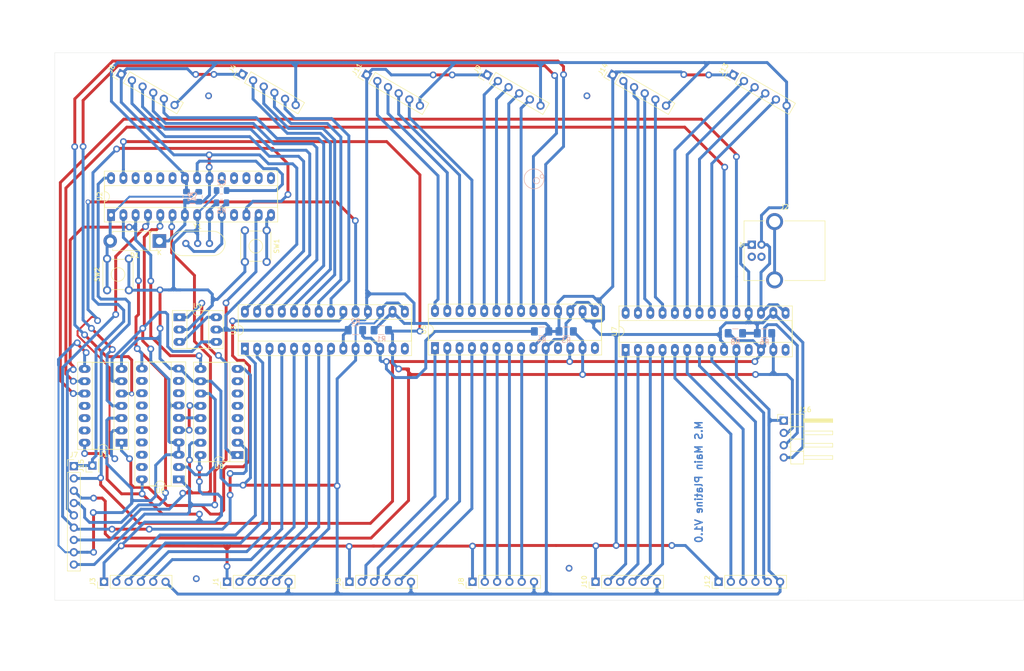
<source format=kicad_pcb>
(kicad_pcb (version 20171130) (host pcbnew "(5.1.4)-1")
  (layers (0 F.Cu signal) (31 B.Cu signal) (34 B.Paste user) (35 F.Paste user) (36 B.SilkS user hide) (37 F.SilkS user hide) (38 B.Mask user) (39 F.Mask user hide) (44 Edge.Cuts user))
  (net 0 "")
  (net 1 GND)
  (net 2 +5V)
  (net 3 /R2)
  (net 4 /G2)
  (net 5 /B2)
  (net 6 /DATA2)
  (net 7 "Net-(J2-Pad2)")
  (net 8 "Net-(J2-Pad3)")
  (net 9 "Net-(J2-Pad5)")
  (net 10 /DATA1)
  (net 11 /B1)
  (net 12 /G1)
  (net 13 /R1)
  (net 14 /DATA3)
  (net 15 /B3)
  (net 16 /G3)
  (net 17 /R3)
  (net 18 /DATA5)
  (net 19 /B5)
  (net 20 /G5)
  (net 21 /R5)
  (net 22 /R4)
  (net 23 /G4)
  (net 24 /B4)
  (net 25 /DATA4)
  (net 26 Servo)
  (net 27 /SCL)
  (net 28 /SDA)
  (net 29 /LE)
  (net 30 /Qh)
  (net 31 /CLK)
  (net 32 /CLK_INH)
  (net 33 /INTArduino)
  (net 34 /OE)
  (net 35 /R6)
  (net 36 /G6)
  (net 37 /B6)
  (net 38 /DATA6)
  (net 39 /DATA7)
  (net 40 /B7)
  (net 41 /G7)
  (net 42 /R7)
  (net 43 /DATA9)
  (net 44 /B9)
  (net 45 /G9)
  (net 46 /R9)
  (net 47 /R8)
  (net 48 /G8)
  (net 49 /B8)
  (net 50 /DATA8)
  (net 51 /R10)
  (net 52 /G10)
  (net 53 /B10)
  (net 54 /DATA10)
  (net 55 /R11)
  (net 56 /G11)
  (net 57 /B11)
  (net 58 /DATA11)
  (net 59 /DATA12)
  (net 60 /B12)
  (net 61 /G12)
  (net 62 /R12)
  (net 63 "Net-(U6-Pad2)")
  (net 64 "Net-(U6-Pad12)")
  (net 65 "Net-(U6-Pad13)")
  (net 66 "Net-(U6-Pad14)")
  (net 67 "Net-(U6-Pad5)")
  (net 68 "Net-(U6-Pad15)")
  (net 69 "Net-(U6-Pad6)")
  (net 70 "Net-(U6-Pad16)")
  (net 71 "Net-(U6-Pad17)")
  (net 72 "Net-(U6-Pad8)")
  (net 73 "Net-(U6-Pad18)")
  (net 74 "Net-(U6-Pad9)")
  (net 75 "Net-(U6-Pad19)")
  (net 76 "Net-(U8-Pad1)")
  (net 77 "Net-(U8-Pad3)")
  (net 78 "Net-(U8-Pad4)")
  (net 79 "Net-(U8-Pad5)")
  (net 80 "Net-(U8-Pad6)")
  (net 81 "Net-(U8-Pad14)")
  (net 82 "Net-(U8-Pad7)")
  (net 83 "Net-(U9-Pad3)")
  (net 84 "Net-(U3-Pad11)")
  (net 85 "Net-(U3-Pad14)")
  (net 86 "Net-(U5-Pad14)")
  (net 87 "Net-(U5-Pad11)")
  (net 88 "Net-(U7-Pad11)")
  (net 89 "Net-(U7-Pad14)")
  (net 90 "Net-(C2-Pad1)")
  (net 91 "Net-(D1-Pad2)")
  (net 92 "Net-(R5-Pad2)")
  (net 93 "Net-(R5-Pad1)")
  (net 94 "Net-(U2-Pad26)")
  (net 95 "Net-(U2-Pad25)")
  (net 96 "Net-(U2-Pad11)")
  (net 97 "Net-(U2-Pad24)")
  (net 98 "Net-(U2-Pad23)")
  (net 99 "Net-(U2-Pad19)")
  (net 100 "Net-(U2-Pad18)")
  (net 101 "Net-(U2-Pad17)")
  (net 102 "Net-(U2-Pad16)")
  (net 103 "Net-(U2-Pad15)")
  (net 104 "Net-(U1-Pad4)")
  (net 105 "Net-(U1-Pad10)")
  (net 106 "Net-(U1-Pad9)")
  (net 107 "Net-(U1-Pad2)")
  (net 108 "Net-(U1-Pad1)")
  (net 109 "Net-(U1-Pad5)")
  (net 110 "Net-(SW1-Pad1)")
  (module Button_Switch_THT:SW_TH_Tactile_Omron_B3F-10xx (layer F.Cu) (at 58.674 79.756 90)
    (fp_text reference SW2 (at 3.25 -2.05 90) (layer F.SilkS))
    (fp_text value SW_Push_MS)
    (pad 1 thru_hole circle (at 0 0 90) (size 1.7 1.7) (drill 1) (layers *.Cu *.Mask) (net 91 "Net-(D1-Pad2)"))
    (pad 2 thru_hole circle (at 6.5 0 90) (size 1.7 1.7) (drill 1) (layers *.Cu *.Mask) (net 91 "Net-(D1-Pad2)"))
    (pad 3 thru_hole circle (at 0 4.5 90) (size 1.7 1.7) (drill 1) (layers *.Cu *.Mask) (net 1 GND))
    (pad 4 thru_hole circle (at 6.5 4.5 90) (size 1.7 1.7) (drill 1) (layers *.Cu *.Mask) (net 1 GND))
  )
  (module Button_Switch_THT:SW_TH_Tactile_Omron_B3F-10xx (layer F.Cu) (at 91.622 67.414 270)
    (fp_text reference SW1 (at 3.25 -2.05 90) (layer F.SilkS))
    (fp_text value SW_Push_MS)
    (pad 1 thru_hole circle (at 0 0 270) (size 1.7 1.7) (drill 1) (layers *.Cu *.Mask) (net 110 "Net-(SW1-Pad1)"))
    (pad 2 thru_hole circle (at 6.5 0 270) (size 1.7 1.7) (drill 1) (layers *.Cu *.Mask) (net 110 "Net-(SW1-Pad1)"))
    (pad 3 thru_hole circle (at 0 4.5 270) (size 1.7 1.7) (drill 1) (layers *.Cu *.Mask) (net 1 GND))
    (pad 4 thru_hole circle (at 6.5 4.5 270) (size 1.7 1.7) (drill 1) (layers *.Cu *.Mask) (net 1 GND))
  )
  (module Package_DIP:DIP-28_W7.62mm_Socket_LongPads (layer F.Cu) (at 87.122 91.821 90)
    (fp_text reference U3 (at 3.81 -2.33 90) (layer F.SilkS))
    (fp_text value MCP23017_SP)
    (pad 1 thru_hole rect (at 0 0 90) (size 2.4 1.6) (drill 0.8) (layers *.Cu *.Mask) (net 13 /R1))
    (pad 15 thru_hole oval (at 7.62 33.02 90) (size 2.4 1.6) (drill 0.8) (layers *.Cu *.Mask) (net 1 GND))
    (pad 2 thru_hole oval (at 0 2.54 90) (size 2.4 1.6) (drill 0.8) (layers *.Cu *.Mask) (net 12 /G1))
    (pad 16 thru_hole oval (at 7.62 30.48 90) (size 2.4 1.6) (drill 0.8) (layers *.Cu *.Mask) (net 2 +5V))
    (pad 3 thru_hole oval (at 0 5.08 90) (size 2.4 1.6) (drill 0.8) (layers *.Cu *.Mask) (net 11 /B1))
    (pad 17 thru_hole oval (at 7.62 27.94 90) (size 2.4 1.6) (drill 0.8) (layers *.Cu *.Mask) (net 1 GND))
    (pad 4 thru_hole oval (at 0 7.62 90) (size 2.4 1.6) (drill 0.8) (layers *.Cu *.Mask) (net 10 /DATA1))
    (pad 18 thru_hole oval (at 7.62 25.4 90) (size 2.4 1.6) (drill 0.8) (layers *.Cu *.Mask) (net 2 +5V))
    (pad 5 thru_hole oval (at 0 10.16 90) (size 2.4 1.6) (drill 0.8) (layers *.Cu *.Mask) (net 3 /R2))
    (pad 19 thru_hole oval (at 7.62 22.86 90) (size 2.4 1.6) (drill 0.8) (layers *.Cu *.Mask) (net 107 "Net-(U1-Pad2)"))
    (pad 6 thru_hole oval (at 0 12.7 90) (size 2.4 1.6) (drill 0.8) (layers *.Cu *.Mask) (net 4 /G2))
    (pad 20 thru_hole oval (at 7.62 20.32 90) (size 2.4 1.6) (drill 0.8) (layers *.Cu *.Mask) (net 108 "Net-(U1-Pad1)"))
    (pad 7 thru_hole oval (at 0 15.24 90) (size 2.4 1.6) (drill 0.8) (layers *.Cu *.Mask) (net 5 /B2))
    (pad 21 thru_hole oval (at 7.62 17.78 90) (size 2.4 1.6) (drill 0.8) (layers *.Cu *.Mask) (net 14 /DATA3))
    (pad 8 thru_hole oval (at 0 17.78 90) (size 2.4 1.6) (drill 0.8) (layers *.Cu *.Mask) (net 6 /DATA2))
    (pad 22 thru_hole oval (at 7.62 15.24 90) (size 2.4 1.6) (drill 0.8) (layers *.Cu *.Mask) (net 15 /B3))
    (pad 9 thru_hole oval (at 0 20.32 90) (size 2.4 1.6) (drill 0.8) (layers *.Cu *.Mask) (net 2 +5V))
    (pad 23 thru_hole oval (at 7.62 12.7 90) (size 2.4 1.6) (drill 0.8) (layers *.Cu *.Mask) (net 16 /G3))
    (pad 10 thru_hole oval (at 0 22.86 90) (size 2.4 1.6) (drill 0.8) (layers *.Cu *.Mask) (net 1 GND))
    (pad 24 thru_hole oval (at 7.62 10.16 90) (size 2.4 1.6) (drill 0.8) (layers *.Cu *.Mask) (net 17 /R3))
    (pad 11 thru_hole oval (at 0 25.4 90) (size 2.4 1.6) (drill 0.8) (layers *.Cu *.Mask) (net 84 "Net-(U3-Pad11)"))
    (pad 25 thru_hole oval (at 7.62 7.62 90) (size 2.4 1.6) (drill 0.8) (layers *.Cu *.Mask) (net 25 /DATA4))
    (pad 12 thru_hole oval (at 0 27.94 90) (size 2.4 1.6) (drill 0.8) (layers *.Cu *.Mask) (net 27 /SCL))
    (pad 26 thru_hole oval (at 7.62 5.08 90) (size 2.4 1.6) (drill 0.8) (layers *.Cu *.Mask) (net 24 /B4))
    (pad 13 thru_hole oval (at 0 30.48 90) (size 2.4 1.6) (drill 0.8) (layers *.Cu *.Mask) (net 28 /SDA))
    (pad 27 thru_hole oval (at 7.62 2.54 90) (size 2.4 1.6) (drill 0.8) (layers *.Cu *.Mask) (net 23 /G4))
    (pad 14 thru_hole oval (at 0 33.02 90) (size 2.4 1.6) (drill 0.8) (layers *.Cu *.Mask) (net 85 "Net-(U3-Pad14)"))
    (pad 28 thru_hole oval (at 7.62 0 90) (size 2.4 1.6) (drill 0.8) (layers *.Cu *.Mask) (net 22 /R4))
  )
  (module Package_DIP:DIP-14_W7.62mm_Socket_LongPads (layer F.Cu) (at 61.6585 111.252 180)
    (fp_text reference U1 (at 3.81 -2.33) (layer F.SilkS))
    (fp_text value 74LS32)
    (pad 14 thru_hole oval (at 7.62 0 180) (size 2.4 1.6) (drill 0.8) (layers *.Cu *.Mask) (net 2 +5V))
    (pad 7 thru_hole oval (at 0 15.24 180) (size 2.4 1.6) (drill 0.8) (layers *.Cu *.Mask) (net 1 GND))
    (pad 13 thru_hole oval (at 7.62 2.54 180) (size 2.4 1.6) (drill 0.8) (layers *.Cu *.Mask))
    (pad 6 thru_hole oval (at 0 12.7 180) (size 2.4 1.6) (drill 0.8) (layers *.Cu *.Mask) (net 33 /INTArduino))
    (pad 12 thru_hole oval (at 7.62 5.08 180) (size 2.4 1.6) (drill 0.8) (layers *.Cu *.Mask))
    (pad 5 thru_hole oval (at 0 10.16 180) (size 2.4 1.6) (drill 0.8) (layers *.Cu *.Mask) (net 109 "Net-(U1-Pad5)"))
    (pad 11 thru_hole oval (at 7.62 7.62 180) (size 2.4 1.6) (drill 0.8) (layers *.Cu *.Mask))
    (pad 4 thru_hole oval (at 0 7.62 180) (size 2.4 1.6) (drill 0.8) (layers *.Cu *.Mask) (net 104 "Net-(U1-Pad4)"))
    (pad 10 thru_hole oval (at 7.62 10.16 180) (size 2.4 1.6) (drill 0.8) (layers *.Cu *.Mask) (net 105 "Net-(U1-Pad10)"))
    (pad 3 thru_hole oval (at 0 5.08 180) (size 2.4 1.6) (drill 0.8) (layers *.Cu *.Mask) (net 33 /INTArduino))
    (pad 9 thru_hole oval (at 7.62 12.7 180) (size 2.4 1.6) (drill 0.8) (layers *.Cu *.Mask) (net 106 "Net-(U1-Pad9)"))
    (pad 2 thru_hole oval (at 0 2.54 180) (size 2.4 1.6) (drill 0.8) (layers *.Cu *.Mask) (net 107 "Net-(U1-Pad2)"))
    (pad 8 thru_hole oval (at 7.62 15.24 180) (size 2.4 1.6) (drill 0.8) (layers *.Cu *.Mask) (net 33 /INTArduino))
    (pad 1 thru_hole rect (at 0 0 180) (size 2.4 1.6) (drill 0.8) (layers *.Cu *.Mask) (net 108 "Net-(U1-Pad1)"))
  )
  (module Package_DIP:DIP-28_W7.62mm_Socket_LongPads (layer F.Cu) (at 126.365 91.694 90)
    (fp_text reference U5 (at 3.81 -2.33 90) (layer F.SilkS))
    (fp_text value MCP23017_SP)
    (pad 28 thru_hole oval (at 7.62 0 90) (size 2.4 1.6) (drill 0.8) (layers *.Cu *.Mask) (net 47 /R8))
    (pad 14 thru_hole oval (at 0 33.02 90) (size 2.4 1.6) (drill 0.8) (layers *.Cu *.Mask) (net 86 "Net-(U5-Pad14)"))
    (pad 27 thru_hole oval (at 7.62 2.54 90) (size 2.4 1.6) (drill 0.8) (layers *.Cu *.Mask) (net 48 /G8))
    (pad 13 thru_hole oval (at 0 30.48 90) (size 2.4 1.6) (drill 0.8) (layers *.Cu *.Mask) (net 28 /SDA))
    (pad 26 thru_hole oval (at 7.62 5.08 90) (size 2.4 1.6) (drill 0.8) (layers *.Cu *.Mask) (net 49 /B8))
    (pad 12 thru_hole oval (at 0 27.94 90) (size 2.4 1.6) (drill 0.8) (layers *.Cu *.Mask) (net 27 /SCL))
    (pad 25 thru_hole oval (at 7.62 7.62 90) (size 2.4 1.6) (drill 0.8) (layers *.Cu *.Mask) (net 50 /DATA8))
    (pad 11 thru_hole oval (at 0 25.4 90) (size 2.4 1.6) (drill 0.8) (layers *.Cu *.Mask) (net 87 "Net-(U5-Pad11)"))
    (pad 24 thru_hole oval (at 7.62 10.16 90) (size 2.4 1.6) (drill 0.8) (layers *.Cu *.Mask) (net 42 /R7))
    (pad 10 thru_hole oval (at 0 22.86 90) (size 2.4 1.6) (drill 0.8) (layers *.Cu *.Mask) (net 1 GND))
    (pad 23 thru_hole oval (at 7.62 12.7 90) (size 2.4 1.6) (drill 0.8) (layers *.Cu *.Mask) (net 41 /G7))
    (pad 9 thru_hole oval (at 0 20.32 90) (size 2.4 1.6) (drill 0.8) (layers *.Cu *.Mask) (net 2 +5V))
    (pad 22 thru_hole oval (at 7.62 15.24 90) (size 2.4 1.6) (drill 0.8) (layers *.Cu *.Mask) (net 40 /B7))
    (pad 8 thru_hole oval (at 0 17.78 90) (size 2.4 1.6) (drill 0.8) (layers *.Cu *.Mask) (net 38 /DATA6))
    (pad 21 thru_hole oval (at 7.62 17.78 90) (size 2.4 1.6) (drill 0.8) (layers *.Cu *.Mask) (net 39 /DATA7))
    (pad 7 thru_hole oval (at 0 15.24 90) (size 2.4 1.6) (drill 0.8) (layers *.Cu *.Mask) (net 37 /B6))
    (pad 20 thru_hole oval (at 7.62 20.32 90) (size 2.4 1.6) (drill 0.8) (layers *.Cu *.Mask) (net 104 "Net-(U1-Pad4)"))
    (pad 6 thru_hole oval (at 0 12.7 90) (size 2.4 1.6) (drill 0.8) (layers *.Cu *.Mask) (net 36 /G6))
    (pad 19 thru_hole oval (at 7.62 22.86 90) (size 2.4 1.6) (drill 0.8) (layers *.Cu *.Mask) (net 109 "Net-(U1-Pad5)"))
    (pad 5 thru_hole oval (at 0 10.16 90) (size 2.4 1.6) (drill 0.8) (layers *.Cu *.Mask) (net 35 /R6))
    (pad 18 thru_hole oval (at 7.62 25.4 90) (size 2.4 1.6) (drill 0.8) (layers *.Cu *.Mask) (net 2 +5V))
    (pad 4 thru_hole oval (at 0 7.62 90) (size 2.4 1.6) (drill 0.8) (layers *.Cu *.Mask) (net 18 /DATA5))
    (pad 17 thru_hole oval (at 7.62 27.94 90) (size 2.4 1.6) (drill 0.8) (layers *.Cu *.Mask) (net 1 GND))
    (pad 3 thru_hole oval (at 0 5.08 90) (size 2.4 1.6) (drill 0.8) (layers *.Cu *.Mask) (net 19 /B5))
    (pad 16 thru_hole oval (at 7.62 30.48 90) (size 2.4 1.6) (drill 0.8) (layers *.Cu *.Mask) (net 2 +5V))
    (pad 2 thru_hole oval (at 0 2.54 90) (size 2.4 1.6) (drill 0.8) (layers *.Cu *.Mask) (net 20 /G5))
    (pad 15 thru_hole oval (at 7.62 33.02 90) (size 2.4 1.6) (drill 0.8) (layers *.Cu *.Mask) (net 1 GND))
    (pad 1 thru_hole rect (at 0 0 90) (size 2.4 1.6) (drill 0.8) (layers *.Cu *.Mask) (net 21 /R5))
  )
  (module Package_DIP:DIP-28_W7.62mm_Socket_LongPads (layer F.Cu) (at 165.735 92.075 90)
    (fp_text reference U7 (at 3.81 -2.33 90) (layer F.SilkS))
    (fp_text value MCP23017_SP)
    (pad 1 thru_hole rect (at 0 0 90) (size 2.4 1.6) (drill 0.8) (layers *.Cu *.Mask) (net 46 /R9))
    (pad 15 thru_hole oval (at 7.62 33.02 90) (size 2.4 1.6) (drill 0.8) (layers *.Cu *.Mask) (net 1 GND))
    (pad 2 thru_hole oval (at 0 2.54 90) (size 2.4 1.6) (drill 0.8) (layers *.Cu *.Mask) (net 45 /G9))
    (pad 16 thru_hole oval (at 7.62 30.48 90) (size 2.4 1.6) (drill 0.8) (layers *.Cu *.Mask) (net 2 +5V))
    (pad 3 thru_hole oval (at 0 5.08 90) (size 2.4 1.6) (drill 0.8) (layers *.Cu *.Mask) (net 44 /B9))
    (pad 17 thru_hole oval (at 7.62 27.94 90) (size 2.4 1.6) (drill 0.8) (layers *.Cu *.Mask) (net 1 GND))
    (pad 4 thru_hole oval (at 0 7.62 90) (size 2.4 1.6) (drill 0.8) (layers *.Cu *.Mask) (net 43 /DATA9))
    (pad 18 thru_hole oval (at 7.62 25.4 90) (size 2.4 1.6) (drill 0.8) (layers *.Cu *.Mask) (net 2 +5V))
    (pad 5 thru_hole oval (at 0 10.16 90) (size 2.4 1.6) (drill 0.8) (layers *.Cu *.Mask) (net 51 /R10))
    (pad 19 thru_hole oval (at 7.62 22.86 90) (size 2.4 1.6) (drill 0.8) (layers *.Cu *.Mask) (net 105 "Net-(U1-Pad10)"))
    (pad 6 thru_hole oval (at 0 12.7 90) (size 2.4 1.6) (drill 0.8) (layers *.Cu *.Mask) (net 52 /G10))
    (pad 20 thru_hole oval (at 7.62 20.32 90) (size 2.4 1.6) (drill 0.8) (layers *.Cu *.Mask) (net 106 "Net-(U1-Pad9)"))
    (pad 7 thru_hole oval (at 0 15.24 90) (size 2.4 1.6) (drill 0.8) (layers *.Cu *.Mask) (net 53 /B10))
    (pad 21 thru_hole oval (at 7.62 17.78 90) (size 2.4 1.6) (drill 0.8) (layers *.Cu *.Mask) (net 58 /DATA11))
    (pad 8 thru_hole oval (at 0 17.78 90) (size 2.4 1.6) (drill 0.8) (layers *.Cu *.Mask) (net 54 /DATA10))
    (pad 22 thru_hole oval (at 7.62 15.24 90) (size 2.4 1.6) (drill 0.8) (layers *.Cu *.Mask) (net 57 /B11))
    (pad 9 thru_hole oval (at 0 20.32 90) (size 2.4 1.6) (drill 0.8) (layers *.Cu *.Mask) (net 2 +5V))
    (pad 23 thru_hole oval (at 7.62 12.7 90) (size 2.4 1.6) (drill 0.8) (layers *.Cu *.Mask) (net 56 /G11))
    (pad 10 thru_hole oval (at 0 22.86 90) (size 2.4 1.6) (drill 0.8) (layers *.Cu *.Mask) (net 1 GND))
    (pad 24 thru_hole oval (at 7.62 10.16 90) (size 2.4 1.6) (drill 0.8) (layers *.Cu *.Mask) (net 55 /R11))
    (pad 11 thru_hole oval (at 0 25.4 90) (size 2.4 1.6) (drill 0.8) (layers *.Cu *.Mask) (net 88 "Net-(U7-Pad11)"))
    (pad 25 thru_hole oval (at 7.62 7.62 90) (size 2.4 1.6) (drill 0.8) (layers *.Cu *.Mask) (net 59 /DATA12))
    (pad 12 thru_hole oval (at 0 27.94 90) (size 2.4 1.6) (drill 0.8) (layers *.Cu *.Mask) (net 27 /SCL))
    (pad 26 thru_hole oval (at 7.62 5.08 90) (size 2.4 1.6) (drill 0.8) (layers *.Cu *.Mask) (net 60 /B12))
    (pad 13 thru_hole oval (at 0 30.48 90) (size 2.4 1.6) (drill 0.8) (layers *.Cu *.Mask) (net 28 /SDA))
    (pad 27 thru_hole oval (at 7.62 2.54 90) (size 2.4 1.6) (drill 0.8) (layers *.Cu *.Mask) (net 61 /G12))
    (pad 14 thru_hole oval (at 0 33.02 90) (size 2.4 1.6) (drill 0.8) (layers *.Cu *.Mask) (net 89 "Net-(U7-Pad14)"))
    (pad 28 thru_hole oval (at 7.62 0 90) (size 2.4 1.6) (drill 0.8) (layers *.Cu *.Mask) (net 62 /R12))
  )
  (module Diode_THT:D_5W_P10.16mm_Horizontal (layer F.Cu) (at 69.469 69.596 180)
    (fp_text reference D1 (at 5.08 -2.97) (layer F.SilkS))
    (fp_text value D)
    (fp_text user K (at 0 -2.4) (layer F.SilkS))
    (pad 2 thru_hole oval (at 10.16 0 180) (size 2.8 2.8) (drill 1.4) (layers *.Cu *.Mask) (net 91 "Net-(D1-Pad2)"))
    (pad 1 thru_hole rect (at 0 0 180) (size 2.8 2.8) (drill 1.4) (layers *.Cu *.Mask) (net 2 +5V))
  )
  (module Resistor_SMD:R_0805_2012Metric_Pad1.15x1.40mm_HandSolder (layer B.Cu) (at 77.597 60.461 270)
    (fp_text reference R7 (at 0 1.65 90) (layer B.SilkS) (effects (justify mirror)))
    (fp_text value 10k)
    (pad 2 smd roundrect (at 1.025 0 270) (size 1.15 1.4) (layers B.Cu B.Paste B.Mask) (roundrect_rratio 0.217391) (net 2 +5V))
    (pad 1 smd roundrect (at -1.025 0 270) (size 1.15 1.4) (layers B.Cu B.Paste B.Mask) (roundrect_rratio 0.217391) (net 91 "Net-(D1-Pad2)"))
  )
  (module Resistor_SMD:R_0805_2012Metric_Pad1.15x1.40mm_HandSolder (layer B.Cu) (at 82.287 61.722)
    (fp_text reference R5 (at 0 1.65) (layer B.SilkS) (effects (justify mirror)))
    (fp_text value 1M)
    (pad 2 smd roundrect (at 1.025 0) (size 1.15 1.4) (layers B.Cu B.Paste B.Mask) (roundrect_rratio 0.217391) (net 92 "Net-(R5-Pad2)"))
    (pad 1 smd roundrect (at -1.025 0) (size 1.15 1.4) (layers B.Cu B.Paste B.Mask) (roundrect_rratio 0.217391) (net 93 "Net-(R5-Pad1)"))
  )
  (module Capacitor_SMD:C_0805_2012Metric_Pad1.15x1.40mm_HandSolder (layer B.Cu) (at 82.305 59.182 180)
    (fp_text reference C2 (at 0 1.65) (layer B.SilkS) (effects (justify mirror)))
    (fp_text value 100n)
    (pad 2 smd roundrect (at 1.025 0 180) (size 1.15 1.4) (layers B.Cu B.Paste B.Mask) (roundrect_rratio 0.217391) (net 1 GND))
    (pad 1 smd roundrect (at -1.025 0 180) (size 1.15 1.4) (layers B.Cu B.Paste B.Mask) (roundrect_rratio 0.217391) (net 90 "Net-(C2-Pad1)"))
  )
  (module Capacitor_SMD:C_0805_2012Metric_Pad1.15x1.40mm_HandSolder (layer B.Cu) (at 75.057 60.4155 90)
    (fp_text reference C4 (at 0 1.65 90) (layer B.SilkS) (effects (justify mirror)))
    (fp_text value 100n)
    (pad 2 smd roundrect (at 1.025 0 90) (size 1.15 1.4) (layers B.Cu B.Paste B.Mask) (roundrect_rratio 0.217391) (net 1 GND))
    (pad 1 smd roundrect (at -1.025 0 90) (size 1.15 1.4) (layers B.Cu B.Paste B.Mask) (roundrect_rratio 0.217391) (net 2 +5V))
  )
  (module Crystal:Crystal_HC49-U-3Pin_Vertical (layer F.Cu) (at 74.93 70.104)
    (fp_text reference Y1 (at 2.44 -3.525) (layer F.SilkS))
    (fp_text value Crystal_GND2)
    (pad 3 thru_hole circle (at 4.88 0) (size 1.5 1.5) (drill 0.8) (layers *.Cu *.Mask) (net 93 "Net-(R5-Pad1)"))
    (pad 2 thru_hole circle (at 2.44 0) (size 1.5 1.5) (drill 0.8) (layers *.Cu *.Mask) (net 1 GND))
    (pad 1 thru_hole circle (at 0 0) (size 1.5 1.5) (drill 0.8) (layers *.Cu *.Mask) (net 92 "Net-(R5-Pad2)"))
  )
  (module Package_DIP:DIP-28_W7.62mm_Socket_LongPads (layer F.Cu) (at 59.492 64.233 90)
    (fp_text reference U2 (at 3.81 -2.33 90) (layer F.SilkS))
    (fp_text value ATmega328P-PU)
    (pad 28 thru_hole oval (at 7.62 0 90) (size 2.4 1.6) (drill 0.8) (layers *.Cu *.Mask) (net 27 /SCL))
    (pad 14 thru_hole oval (at 0 33.02 90) (size 2.4 1.6) (drill 0.8) (layers *.Cu *.Mask) (net 110 "Net-(SW1-Pad1)"))
    (pad 27 thru_hole oval (at 7.62 2.54 90) (size 2.4 1.6) (drill 0.8) (layers *.Cu *.Mask) (net 28 /SDA))
    (pad 13 thru_hole oval (at 0 30.48 90) (size 2.4 1.6) (drill 0.8) (layers *.Cu *.Mask) (net 34 /OE))
    (pad 26 thru_hole oval (at 7.62 5.08 90) (size 2.4 1.6) (drill 0.8) (layers *.Cu *.Mask) (net 94 "Net-(U2-Pad26)"))
    (pad 12 thru_hole oval (at 0 27.94 90) (size 2.4 1.6) (drill 0.8) (layers *.Cu *.Mask) (net 26 Servo))
    (pad 25 thru_hole oval (at 7.62 7.62 90) (size 2.4 1.6) (drill 0.8) (layers *.Cu *.Mask) (net 95 "Net-(U2-Pad25)"))
    (pad 11 thru_hole oval (at 0 25.4 90) (size 2.4 1.6) (drill 0.8) (layers *.Cu *.Mask) (net 96 "Net-(U2-Pad11)"))
    (pad 24 thru_hole oval (at 7.62 10.16 90) (size 2.4 1.6) (drill 0.8) (layers *.Cu *.Mask) (net 97 "Net-(U2-Pad24)"))
    (pad 10 thru_hole oval (at 0 22.86 90) (size 2.4 1.6) (drill 0.8) (layers *.Cu *.Mask) (net 92 "Net-(R5-Pad2)"))
    (pad 23 thru_hole oval (at 7.62 12.7 90) (size 2.4 1.6) (drill 0.8) (layers *.Cu *.Mask) (net 98 "Net-(U2-Pad23)"))
    (pad 9 thru_hole oval (at 0 20.32 90) (size 2.4 1.6) (drill 0.8) (layers *.Cu *.Mask) (net 93 "Net-(R5-Pad1)"))
    (pad 22 thru_hole oval (at 7.62 15.24 90) (size 2.4 1.6) (drill 0.8) (layers *.Cu *.Mask) (net 1 GND))
    (pad 8 thru_hole oval (at 0 17.78 90) (size 2.4 1.6) (drill 0.8) (layers *.Cu *.Mask) (net 1 GND))
    (pad 21 thru_hole oval (at 7.62 17.78 90) (size 2.4 1.6) (drill 0.8) (layers *.Cu *.Mask) (net 90 "Net-(C2-Pad1)"))
    (pad 7 thru_hole oval (at 0 15.24 90) (size 2.4 1.6) (drill 0.8) (layers *.Cu *.Mask) (net 2 +5V))
    (pad 20 thru_hole oval (at 7.62 20.32 90) (size 2.4 1.6) (drill 0.8) (layers *.Cu *.Mask) (net 2 +5V))
    (pad 6 thru_hole oval (at 0 12.7 90) (size 2.4 1.6) (drill 0.8) (layers *.Cu *.Mask) (net 32 /CLK_INH))
    (pad 19 thru_hole oval (at 7.62 22.86 90) (size 2.4 1.6) (drill 0.8) (layers *.Cu *.Mask) (net 99 "Net-(U2-Pad19)"))
    (pad 5 thru_hole oval (at 0 10.16 90) (size 2.4 1.6) (drill 0.8) (layers *.Cu *.Mask) (net 33 /INTArduino))
    (pad 18 thru_hole oval (at 7.62 25.4 90) (size 2.4 1.6) (drill 0.8) (layers *.Cu *.Mask) (net 100 "Net-(U2-Pad18)"))
    (pad 4 thru_hole oval (at 0 7.62 90) (size 2.4 1.6) (drill 0.8) (layers *.Cu *.Mask) (net 31 /CLK))
    (pad 17 thru_hole oval (at 7.62 27.94 90) (size 2.4 1.6) (drill 0.8) (layers *.Cu *.Mask) (net 101 "Net-(U2-Pad17)"))
    (pad 3 thru_hole oval (at 0 5.08 90) (size 2.4 1.6) (drill 0.8) (layers *.Cu *.Mask) (net 30 /Qh))
    (pad 16 thru_hole oval (at 7.62 30.48 90) (size 2.4 1.6) (drill 0.8) (layers *.Cu *.Mask) (net 102 "Net-(U2-Pad16)"))
    (pad 2 thru_hole oval (at 0 2.54 90) (size 2.4 1.6) (drill 0.8) (layers *.Cu *.Mask) (net 29 /LE))
    (pad 15 thru_hole oval (at 7.62 33.02 90) (size 2.4 1.6) (drill 0.8) (layers *.Cu *.Mask) (net 103 "Net-(U2-Pad15)"))
    (pad 1 thru_hole rect (at 0 0 90) (size 2.4 1.6) (drill 0.8) (layers *.Cu *.Mask) (net 91 "Net-(D1-Pad2)"))
  )
  (module Connector_PinHeader_2.54mm:PinHeader_1x01_P2.54mm_Vertical (layer F.Cu) (at 55.646 115.962 90)
    (fp_text reference J15 (at 0 -2.33 90) (layer F.SilkS))
    (fp_text value Conn_01x01_Male)
    (pad 1 thru_hole rect (at 0 0 90) (size 1.7 1.7) (drill 1) (layers *.Cu *.Mask) (net 26 Servo))
  )
  (module Connector_PinHeader_2.54mm:PinHeader_1x09_P2.54mm_Vertical (layer F.Cu) (at 51.816 116.078)
    (fp_text reference J7 (at 0 -2.33) (layer F.SilkS))
    (fp_text value Conn_01x09_Male)
    (pad 9 thru_hole oval (at 0 20.32) (size 1.7 1.7) (drill 1) (layers *.Cu *.Mask) (net 34 /OE))
    (pad 8 thru_hole oval (at 0 17.78) (size 1.7 1.7) (drill 1) (layers *.Cu *.Mask) (net 33 /INTArduino))
    (pad 7 thru_hole oval (at 0 15.24) (size 1.7 1.7) (drill 1) (layers *.Cu *.Mask) (net 32 /CLK_INH))
    (pad 6 thru_hole oval (at 0 12.7) (size 1.7 1.7) (drill 1) (layers *.Cu *.Mask) (net 31 /CLK))
    (pad 5 thru_hole oval (at 0 10.16) (size 1.7 1.7) (drill 1) (layers *.Cu *.Mask) (net 30 /Qh))
    (pad 4 thru_hole oval (at 0 7.62) (size 1.7 1.7) (drill 1) (layers *.Cu *.Mask) (net 29 /LE))
    (pad 3 thru_hole oval (at 0 5.08) (size 1.7 1.7) (drill 1) (layers *.Cu *.Mask) (net 28 /SDA))
    (pad 2 thru_hole oval (at 0 2.54) (size 1.7 1.7) (drill 1) (layers *.Cu *.Mask) (net 27 /SCL))
    (pad 1 thru_hole rect (at 0 0) (size 1.7 1.7) (drill 1) (layers *.Cu *.Mask) (net 26 Servo))
  )
  (module Connector_PinHeader_2.54mm:PinHeader_1x04_P2.54mm_Horizontal (layer F.Cu) (at 198.374 106.68)
    (fp_text reference J16 (at 4.385 -2.27) (layer F.SilkS))
    (fp_text value Conn_01x04_Male)
    (pad 4 thru_hole oval (at 0 7.62) (size 1.7 1.7) (drill 1) (layers *.Cu *.Mask) (net 2 +5V))
    (pad 3 thru_hole oval (at 0 5.08) (size 1.7 1.7) (drill 1) (layers *.Cu *.Mask) (net 27 /SCL))
    (pad 2 thru_hole oval (at 0 2.54) (size 1.7 1.7) (drill 1) (layers *.Cu *.Mask) (net 28 /SDA))
    (pad 1 thru_hole rect (at 0 0) (size 1.7 1.7) (drill 1) (layers *.Cu *.Mask) (net 1 GND))
  )
  (module Connector_USB:USB_B_OST_USB-B1HSxx_Horizontal (layer F.Cu) (at 191.77 70.358)
    (fp_text reference J2 (at 6.76 -7.77) (layer F.SilkS))
    (fp_text value USB_B)
    (pad 5 thru_hole circle (at 4.71 7.27) (size 3.5 3.5) (drill 2.33) (layers *.Cu *.Mask) (net 9 "Net-(J2-Pad5)"))
    (pad 5 thru_hole circle (at 4.71 -4.77) (size 3.5 3.5) (drill 2.33) (layers *.Cu *.Mask) (net 9 "Net-(J2-Pad5)"))
    (pad 4 thru_hole circle (at 2 0) (size 1.7 1.7) (drill 0.92) (layers *.Cu *.Mask) (net 1 GND))
    (pad 3 thru_hole circle (at 2 2.5) (size 1.7 1.7) (drill 0.92) (layers *.Cu *.Mask) (net 8 "Net-(J2-Pad3)"))
    (pad 2 thru_hole circle (at 0 2.5) (size 1.7 1.7) (drill 0.92) (layers *.Cu *.Mask) (net 7 "Net-(J2-Pad2)"))
    (pad 1 thru_hole rect (at 0 0) (size 1.7 1.7) (drill 0.92) (layers *.Cu *.Mask) (net 2 +5V))
  )
  (module Connector_PinHeader_2.54mm:PinHeader_1x06_P2.54mm_Vertical (layer F.Cu) (at 83.439 139.954 90)
    (fp_text reference J1 (at 0 -2.33 90) (layer F.SilkS))
    (fp_text value Conn_01x06_Female)
    (pad 1 thru_hole rect (at 0 0 90) (size 1.7 1.7) (drill 1) (layers *.Cu *.Mask) (net 2 +5V))
    (pad 2 thru_hole oval (at 0 2.54 90) (size 1.7 1.7) (drill 1) (layers *.Cu *.Mask) (net 3 /R2))
    (pad 3 thru_hole oval (at 0 5.08 90) (size 1.7 1.7) (drill 1) (layers *.Cu *.Mask) (net 4 /G2))
    (pad 4 thru_hole oval (at 0 7.62 90) (size 1.7 1.7) (drill 1) (layers *.Cu *.Mask) (net 5 /B2))
    (pad 5 thru_hole oval (at 0 10.16 90) (size 1.7 1.7) (drill 1) (layers *.Cu *.Mask) (net 6 /DATA2))
    (pad 6 thru_hole oval (at 0 12.7 90) (size 1.7 1.7) (drill 1) (layers *.Cu *.Mask) (net 1 GND))
  )
  (module Connector_PinHeader_2.54mm:PinHeader_1x06_P2.54mm_Vertical (layer F.Cu) (at 58.039 139.954 90)
    (fp_text reference J3 (at 0 -2.33 90) (layer F.SilkS))
    (fp_text value Conn_01x06_Female)
    (pad 6 thru_hole oval (at 0 12.7 90) (size 1.7 1.7) (drill 1) (layers *.Cu *.Mask) (net 1 GND))
    (pad 5 thru_hole oval (at 0 10.16 90) (size 1.7 1.7) (drill 1) (layers *.Cu *.Mask) (net 10 /DATA1))
    (pad 4 thru_hole oval (at 0 7.62 90) (size 1.7 1.7) (drill 1) (layers *.Cu *.Mask) (net 11 /B1))
    (pad 3 thru_hole oval (at 0 5.08 90) (size 1.7 1.7) (drill 1) (layers *.Cu *.Mask) (net 12 /G1))
    (pad 2 thru_hole oval (at 0 2.54 90) (size 1.7 1.7) (drill 1) (layers *.Cu *.Mask) (net 13 /R1))
    (pad 1 thru_hole rect (at 0 0 90) (size 1.7 1.7) (drill 1) (layers *.Cu *.Mask) (net 2 +5V))
  )
  (module Connector_PinHeader_2.54mm:PinHeader_1x06_P2.54mm_Vertical (layer F.Cu) (at 86.614 35.179 60)
    (fp_text reference J4 (at 0 -2.33 60) (layer F.SilkS))
    (fp_text value Conn_01x06_Female)
    (pad 6 thru_hole oval (at 0 12.7 60) (size 1.7 1.7) (drill 1) (layers *.Cu *.Mask) (net 1 GND))
    (pad 5 thru_hole oval (at 0 10.16 60) (size 1.7 1.7) (drill 1) (layers *.Cu *.Mask) (net 14 /DATA3))
    (pad 4 thru_hole oval (at 0 7.62 60) (size 1.7 1.7) (drill 1) (layers *.Cu *.Mask) (net 15 /B3))
    (pad 3 thru_hole oval (at 0 5.08 60) (size 1.7 1.7) (drill 1) (layers *.Cu *.Mask) (net 16 /G3))
    (pad 2 thru_hole oval (at 0 2.54 60) (size 1.7 1.7) (drill 1) (layers *.Cu *.Mask) (net 17 /R3))
    (pad 1 thru_hole rect (at 0 0 60) (size 1.7 1.7) (drill 1) (layers *.Cu *.Mask) (net 2 +5V))
  )
  (module Connector_PinHeader_2.54mm:PinHeader_1x06_P2.54mm_Vertical (layer F.Cu) (at 108.712 139.954 90)
    (fp_text reference J5 (at 0 -2.33 90) (layer F.SilkS))
    (fp_text value Conn_01x06_Female)
    (pad 6 thru_hole oval (at 0 12.7 90) (size 1.7 1.7) (drill 1) (layers *.Cu *.Mask) (net 1 GND))
    (pad 5 thru_hole oval (at 0 10.16 90) (size 1.7 1.7) (drill 1) (layers *.Cu *.Mask) (net 18 /DATA5))
    (pad 4 thru_hole oval (at 0 7.62 90) (size 1.7 1.7) (drill 1) (layers *.Cu *.Mask) (net 19 /B5))
    (pad 3 thru_hole oval (at 0 5.08 90) (size 1.7 1.7) (drill 1) (layers *.Cu *.Mask) (net 20 /G5))
    (pad 2 thru_hole oval (at 0 2.54 90) (size 1.7 1.7) (drill 1) (layers *.Cu *.Mask) (net 21 /R5))
    (pad 1 thru_hole rect (at 0 0 90) (size 1.7 1.7) (drill 1) (layers *.Cu *.Mask) (net 2 +5V))
  )
  (module Connector_PinHeader_2.54mm:PinHeader_1x06_P2.54mm_Vertical (layer F.Cu) (at 61.599886 35.179 60)
    (fp_text reference J6 (at 0 -2.33 60) (layer F.SilkS))
    (fp_text value Conn_01x06_Female)
    (pad 1 thru_hole rect (at 0 0 60) (size 1.7 1.7) (drill 1) (layers *.Cu *.Mask) (net 2 +5V))
    (pad 2 thru_hole oval (at 0 2.54 60) (size 1.7 1.7) (drill 1) (layers *.Cu *.Mask) (net 22 /R4))
    (pad 3 thru_hole oval (at 0 5.08 60) (size 1.7 1.7) (drill 1) (layers *.Cu *.Mask) (net 23 /G4))
    (pad 4 thru_hole oval (at 0 7.62 60) (size 1.7 1.7) (drill 1) (layers *.Cu *.Mask) (net 24 /B4))
    (pad 5 thru_hole oval (at 0 10.16 60) (size 1.7 1.7) (drill 1) (layers *.Cu *.Mask) (net 25 /DATA4))
    (pad 6 thru_hole oval (at 0 12.7 60) (size 1.7 1.7) (drill 1) (layers *.Cu *.Mask) (net 1 GND))
  )
  (module Connector_PinHeader_2.54mm:PinHeader_1x06_P2.54mm_Vertical (layer F.Cu) (at 134.112 139.954 90)
    (fp_text reference J8 (at 0 -2.33 90) (layer F.SilkS))
    (fp_text value Conn_01x06_Female)
    (pad 1 thru_hole rect (at 0 0 90) (size 1.7 1.7) (drill 1) (layers *.Cu *.Mask) (net 2 +5V))
    (pad 2 thru_hole oval (at 0 2.54 90) (size 1.7 1.7) (drill 1) (layers *.Cu *.Mask) (net 35 /R6))
    (pad 3 thru_hole oval (at 0 5.08 90) (size 1.7 1.7) (drill 1) (layers *.Cu *.Mask) (net 36 /G6))
    (pad 4 thru_hole oval (at 0 7.62 90) (size 1.7 1.7) (drill 1) (layers *.Cu *.Mask) (net 37 /B6))
    (pad 5 thru_hole oval (at 0 10.16 90) (size 1.7 1.7) (drill 1) (layers *.Cu *.Mask) (net 38 /DATA6))
    (pad 6 thru_hole oval (at 0 12.7 90) (size 1.7 1.7) (drill 1) (layers *.Cu *.Mask) (net 1 GND))
  )
  (module Connector_PinHeader_2.54mm:PinHeader_1x06_P2.54mm_Vertical (layer F.Cu) (at 137.16 35.306 60)
    (fp_text reference J9 (at 0 -2.33 60) (layer F.SilkS))
    (fp_text value Conn_01x06_Female)
    (pad 6 thru_hole oval (at 0 12.7 60) (size 1.7 1.7) (drill 1) (layers *.Cu *.Mask) (net 1 GND))
    (pad 5 thru_hole oval (at 0 10.16 60) (size 1.7 1.7) (drill 1) (layers *.Cu *.Mask) (net 39 /DATA7))
    (pad 4 thru_hole oval (at 0 7.62 60) (size 1.7 1.7) (drill 1) (layers *.Cu *.Mask) (net 40 /B7))
    (pad 3 thru_hole oval (at 0 5.08 60) (size 1.7 1.7) (drill 1) (layers *.Cu *.Mask) (net 41 /G7))
    (pad 2 thru_hole oval (at 0 2.54 60) (size 1.7 1.7) (drill 1) (layers *.Cu *.Mask) (net 42 /R7))
    (pad 1 thru_hole rect (at 0 0 60) (size 1.7 1.7) (drill 1) (layers *.Cu *.Mask) (net 2 +5V))
  )
  (module Connector_PinHeader_2.54mm:PinHeader_1x06_P2.54mm_Vertical (layer F.Cu) (at 159.512 139.954 90)
    (fp_text reference J10 (at 0 -2.33 90) (layer F.SilkS))
    (fp_text value Conn_01x06_Female)
    (pad 6 thru_hole oval (at 0 12.7 90) (size 1.7 1.7) (drill 1) (layers *.Cu *.Mask) (net 1 GND))
    (pad 5 thru_hole oval (at 0 10.16 90) (size 1.7 1.7) (drill 1) (layers *.Cu *.Mask) (net 43 /DATA9))
    (pad 4 thru_hole oval (at 0 7.62 90) (size 1.7 1.7) (drill 1) (layers *.Cu *.Mask) (net 44 /B9))
    (pad 3 thru_hole oval (at 0 5.08 90) (size 1.7 1.7) (drill 1) (layers *.Cu *.Mask) (net 45 /G9))
    (pad 2 thru_hole oval (at 0 2.54 90) (size 1.7 1.7) (drill 1) (layers *.Cu *.Mask) (net 46 /R9))
    (pad 1 thru_hole rect (at 0 0 90) (size 1.7 1.7) (drill 1) (layers *.Cu *.Mask) (net 2 +5V))
  )
  (module Connector_PinHeader_2.54mm:PinHeader_1x06_P2.54mm_Vertical (layer F.Cu) (at 112.268 35.306 60)
    (fp_text reference J11 (at 0 -2.33 60) (layer F.SilkS))
    (fp_text value Conn_01x06_Female)
    (pad 1 thru_hole rect (at 0 0 60) (size 1.7 1.7) (drill 1) (layers *.Cu *.Mask) (net 2 +5V))
    (pad 2 thru_hole oval (at 0 2.54 60) (size 1.7 1.7) (drill 1) (layers *.Cu *.Mask) (net 47 /R8))
    (pad 3 thru_hole oval (at 0 5.08 60) (size 1.7 1.7) (drill 1) (layers *.Cu *.Mask) (net 48 /G8))
    (pad 4 thru_hole oval (at 0 7.62 60) (size 1.7 1.7) (drill 1) (layers *.Cu *.Mask) (net 49 /B8))
    (pad 5 thru_hole oval (at 0 10.16 60) (size 1.7 1.7) (drill 1) (layers *.Cu *.Mask) (net 50 /DATA8))
    (pad 6 thru_hole oval (at 0 12.7 60) (size 1.7 1.7) (drill 1) (layers *.Cu *.Mask) (net 1 GND))
  )
  (module Connector_PinHeader_2.54mm:PinHeader_1x06_P2.54mm_Vertical (layer F.Cu) (at 184.912 139.954 90)
    (fp_text reference J12 (at 0 -2.33 90) (layer F.SilkS))
    (fp_text value Conn_01x06_Female)
    (pad 1 thru_hole rect (at 0 0 90) (size 1.7 1.7) (drill 1) (layers *.Cu *.Mask) (net 2 +5V))
    (pad 2 thru_hole oval (at 0 2.54 90) (size 1.7 1.7) (drill 1) (layers *.Cu *.Mask) (net 51 /R10))
    (pad 3 thru_hole oval (at 0 5.08 90) (size 1.7 1.7) (drill 1) (layers *.Cu *.Mask) (net 52 /G10))
    (pad 4 thru_hole oval (at 0 7.62 90) (size 1.7 1.7) (drill 1) (layers *.Cu *.Mask) (net 53 /B10))
    (pad 5 thru_hole oval (at 0 10.16 90) (size 1.7 1.7) (drill 1) (layers *.Cu *.Mask) (net 54 /DATA10))
    (pad 6 thru_hole oval (at 0 12.7 90) (size 1.7 1.7) (drill 1) (layers *.Cu *.Mask) (net 1 GND))
  )
  (module Connector_PinHeader_2.54mm:PinHeader_1x06_P2.54mm_Vertical (layer F.Cu) (at 187.96 35.306 60)
    (fp_text reference J13 (at 0 -2.33 60) (layer F.SilkS))
    (fp_text value Conn_01x06_Female)
    (pad 1 thru_hole rect (at 0 0 60) (size 1.7 1.7) (drill 1) (layers *.Cu *.Mask) (net 2 +5V))
    (pad 2 thru_hole oval (at 0 2.54 60) (size 1.7 1.7) (drill 1) (layers *.Cu *.Mask) (net 55 /R11))
    (pad 3 thru_hole oval (at 0 5.08 60) (size 1.7 1.7) (drill 1) (layers *.Cu *.Mask) (net 56 /G11))
    (pad 4 thru_hole oval (at 0 7.62 60) (size 1.7 1.7) (drill 1) (layers *.Cu *.Mask) (net 57 /B11))
    (pad 5 thru_hole oval (at 0 10.16 60) (size 1.7 1.7) (drill 1) (layers *.Cu *.Mask) (net 58 /DATA11))
    (pad 6 thru_hole oval (at 0 12.7 60) (size 1.7 1.7) (drill 1) (layers *.Cu *.Mask) (net 1 GND))
  )
  (module Connector_PinHeader_2.54mm:PinHeader_1x06_P2.54mm_Vertical (layer F.Cu) (at 163.068 35.306 60)
    (fp_text reference J14 (at 0 -2.33 60) (layer F.SilkS))
    (fp_text value Conn_01x06_Female)
    (pad 6 thru_hole oval (at 0 12.7 60) (size 1.7 1.7) (drill 1) (layers *.Cu *.Mask) (net 1 GND))
    (pad 5 thru_hole oval (at 0 10.16 60) (size 1.7 1.7) (drill 1) (layers *.Cu *.Mask) (net 59 /DATA12))
    (pad 4 thru_hole oval (at 0 7.62 60) (size 1.7 1.7) (drill 1) (layers *.Cu *.Mask) (net 60 /B12))
    (pad 3 thru_hole oval (at 0 5.08 60) (size 1.7 1.7) (drill 1) (layers *.Cu *.Mask) (net 61 /G12))
    (pad 2 thru_hole oval (at 0 2.54 60) (size 1.7 1.7) (drill 1) (layers *.Cu *.Mask) (net 62 /R12))
    (pad 1 thru_hole rect (at 0 0 60) (size 1.7 1.7) (drill 1) (layers *.Cu *.Mask) (net 2 +5V))
  )
  (module Resistor_SMD:R_1206_3216Metric_Pad1.42x1.75mm_HandSolder (layer B.Cu) (at 115.2795 88.011)
    (fp_text reference R1 (at 0 1.82) (layer B.SilkS) (effects (justify mirror)))
    (fp_text value 4k7)
    (pad 1 smd roundrect (at -1.4875 0) (size 1.425 1.75) (layers B.Cu B.Paste B.Mask) (roundrect_rratio 0.175439) (net 2 +5V))
    (pad 2 smd roundrect (at 1.4875 0) (size 1.425 1.75) (layers B.Cu B.Paste B.Mask) (roundrect_rratio 0.175439) (net 28 /SDA))
  )
  (module Resistor_SMD:R_1206_3216Metric_Pad1.42x1.75mm_HandSolder (layer B.Cu) (at 109.9455 88.011 180)
    (fp_text reference R2 (at 0 1.82) (layer B.SilkS) (effects (justify mirror)))
    (fp_text value 4k7)
    (pad 2 smd roundrect (at 1.4875 0 180) (size 1.425 1.75) (layers B.Cu B.Paste B.Mask) (roundrect_rratio 0.175439) (net 2 +5V))
    (pad 1 smd roundrect (at -1.4875 0 180) (size 1.425 1.75) (layers B.Cu B.Paste B.Mask) (roundrect_rratio 0.175439) (net 27 /SCL))
  )
  (module Resistor_SMD:R_1206_3216Metric_Pad1.42x1.75mm_HandSolder (layer B.Cu) (at 153.4525 88.265)
    (fp_text reference R3 (at 0 1.82) (layer B.SilkS) (effects (justify mirror)))
    (fp_text value 4k7)
    (pad 2 smd roundrect (at 1.4875 0) (size 1.425 1.75) (layers B.Cu B.Paste B.Mask) (roundrect_rratio 0.175439) (net 28 /SDA))
    (pad 1 smd roundrect (at -1.4875 0) (size 1.425 1.75) (layers B.Cu B.Paste B.Mask) (roundrect_rratio 0.175439) (net 2 +5V))
  )
  (module Resistor_SMD:R_1206_3216Metric_Pad1.42x1.75mm_HandSolder (layer B.Cu) (at 148.3725 88.265)
    (fp_text reference R4 (at 0 1.82) (layer B.SilkS) (effects (justify mirror)))
    (fp_text value 4k7)
    (pad 1 smd roundrect (at -1.4875 0) (size 1.425 1.75) (layers B.Cu B.Paste B.Mask) (roundrect_rratio 0.175439) (net 27 /SCL))
    (pad 2 smd roundrect (at 1.4875 0) (size 1.425 1.75) (layers B.Cu B.Paste B.Mask) (roundrect_rratio 0.175439) (net 2 +5V))
  )
  (module Resistor_SMD:R_1206_3216Metric_Pad1.42x1.75mm_HandSolder (layer B.Cu) (at 194.4005 88.646)
    (fp_text reference R6 (at 0 1.82) (layer B.SilkS) (effects (justify mirror)))
    (fp_text value 4k7)
    (pad 2 smd roundrect (at 1.4875 0) (size 1.425 1.75) (layers B.Cu B.Paste B.Mask) (roundrect_rratio 0.175439) (net 28 /SDA))
    (pad 1 smd roundrect (at -1.4875 0) (size 1.425 1.75) (layers B.Cu B.Paste B.Mask) (roundrect_rratio 0.175439) (net 2 +5V))
  )
  (module Resistor_SMD:R_1206_3216Metric_Pad1.42x1.75mm_HandSolder (layer B.Cu) (at 188.3775 88.646)
    (fp_text reference R8 (at 0 1.82) (layer B.SilkS) (effects (justify mirror)))
    (fp_text value 4k7)
    (pad 1 smd roundrect (at -1.4875 0) (size 1.425 1.75) (layers B.Cu B.Paste B.Mask) (roundrect_rratio 0.175439) (net 27 /SCL))
    (pad 2 smd roundrect (at 1.4875 0) (size 1.425 1.75) (layers B.Cu B.Paste B.Mask) (roundrect_rratio 0.175439) (net 2 +5V))
  )
  (module Package_DIP:DIP-20_W7.62mm_Socket_LongPads (layer F.Cu) (at 73.4695 118.8085 180)
    (fp_text reference U6 (at 3.81 -2.33) (layer F.SilkS))
    (fp_text value 74LS373)
    (pad 1 thru_hole rect (at 0 0 180) (size 2.4 1.6) (drill 0.8) (layers *.Cu *.Mask) (net 34 /OE))
    (pad 11 thru_hole oval (at 7.62 22.86 180) (size 2.4 1.6) (drill 0.8) (layers *.Cu *.Mask) (net 29 /LE))
    (pad 2 thru_hole oval (at 0 2.54 180) (size 2.4 1.6) (drill 0.8) (layers *.Cu *.Mask) (net 63 "Net-(U6-Pad2)"))
    (pad 12 thru_hole oval (at 7.62 20.32 180) (size 2.4 1.6) (drill 0.8) (layers *.Cu *.Mask) (net 64 "Net-(U6-Pad12)"))
    (pad 3 thru_hole oval (at 0 5.08 180) (size 2.4 1.6) (drill 0.8) (layers *.Cu *.Mask) (net 33 /INTArduino))
    (pad 13 thru_hole oval (at 7.62 17.78 180) (size 2.4 1.6) (drill 0.8) (layers *.Cu *.Mask) (net 65 "Net-(U6-Pad13)"))
    (pad 4 thru_hole oval (at 0 7.62 180) (size 2.4 1.6) (drill 0.8) (layers *.Cu *.Mask) (net 33 /INTArduino))
    (pad 14 thru_hole oval (at 7.62 15.24 180) (size 2.4 1.6) (drill 0.8) (layers *.Cu *.Mask) (net 66 "Net-(U6-Pad14)"))
    (pad 5 thru_hole oval (at 0 10.16 180) (size 2.4 1.6) (drill 0.8) (layers *.Cu *.Mask) (net 67 "Net-(U6-Pad5)"))
    (pad 15 thru_hole oval (at 7.62 12.7 180) (size 2.4 1.6) (drill 0.8) (layers *.Cu *.Mask) (net 68 "Net-(U6-Pad15)"))
    (pad 6 thru_hole oval (at 0 12.7 180) (size 2.4 1.6) (drill 0.8) (layers *.Cu *.Mask) (net 69 "Net-(U6-Pad6)"))
    (pad 16 thru_hole oval (at 7.62 10.16 180) (size 2.4 1.6) (drill 0.8) (layers *.Cu *.Mask) (net 70 "Net-(U6-Pad16)"))
    (pad 7 thru_hole oval (at 0 15.24 180) (size 2.4 1.6) (drill 0.8) (layers *.Cu *.Mask) (net 33 /INTArduino))
    (pad 17 thru_hole oval (at 7.62 7.62 180) (size 2.4 1.6) (drill 0.8) (layers *.Cu *.Mask) (net 71 "Net-(U6-Pad17)"))
    (pad 8 thru_hole oval (at 0 17.78 180) (size 2.4 1.6) (drill 0.8) (layers *.Cu *.Mask) (net 72 "Net-(U6-Pad8)"))
    (pad 18 thru_hole oval (at 7.62 5.08 180) (size 2.4 1.6) (drill 0.8) (layers *.Cu *.Mask) (net 73 "Net-(U6-Pad18)"))
    (pad 9 thru_hole oval (at 0 20.32 180) (size 2.4 1.6) (drill 0.8) (layers *.Cu *.Mask) (net 74 "Net-(U6-Pad9)"))
    (pad 19 thru_hole oval (at 7.62 2.54 180) (size 2.4 1.6) (drill 0.8) (layers *.Cu *.Mask) (net 75 "Net-(U6-Pad19)"))
    (pad 10 thru_hole oval (at 0 22.86 180) (size 2.4 1.6) (drill 0.8) (layers *.Cu *.Mask) (net 1 GND))
    (pad 20 thru_hole oval (at 7.62 0 180) (size 2.4 1.6) (drill 0.8) (layers *.Cu *.Mask) (net 2 +5V))
  )
  (module Package_DIP:DIP-16_W7.62mm_Socket_LongPads (layer F.Cu) (at 85.598 113.792 180)
    (fp_text reference U8 (at 3.81 -2.33) (layer F.SilkS))
    (fp_text value MC74HC589A)
    (pad 1 thru_hole rect (at 0 0 180) (size 2.4 1.6) (drill 0.8) (layers *.Cu *.Mask) (net 76 "Net-(U8-Pad1)"))
    (pad 9 thru_hole oval (at 7.62 17.78 180) (size 2.4 1.6) (drill 0.8) (layers *.Cu *.Mask) (net 30 /Qh))
    (pad 2 thru_hole oval (at 0 2.54 180) (size 2.4 1.6) (drill 0.8) (layers *.Cu *.Mask) (net 31 /CLK))
    (pad 10 thru_hole oval (at 7.62 15.24 180) (size 2.4 1.6) (drill 0.8) (layers *.Cu *.Mask) (net 1 GND))
    (pad 3 thru_hole oval (at 0 5.08 180) (size 2.4 1.6) (drill 0.8) (layers *.Cu *.Mask) (net 77 "Net-(U8-Pad3)"))
    (pad 11 thru_hole oval (at 7.62 12.7 180) (size 2.4 1.6) (drill 0.8) (layers *.Cu *.Mask) (net 63 "Net-(U6-Pad2)"))
    (pad 4 thru_hole oval (at 0 7.62 180) (size 2.4 1.6) (drill 0.8) (layers *.Cu *.Mask) (net 78 "Net-(U8-Pad4)"))
    (pad 12 thru_hole oval (at 7.62 10.16 180) (size 2.4 1.6) (drill 0.8) (layers *.Cu *.Mask) (net 67 "Net-(U6-Pad5)"))
    (pad 5 thru_hole oval (at 0 10.16 180) (size 2.4 1.6) (drill 0.8) (layers *.Cu *.Mask) (net 79 "Net-(U8-Pad5)"))
    (pad 13 thru_hole oval (at 7.62 7.62 180) (size 2.4 1.6) (drill 0.8) (layers *.Cu *.Mask) (net 69 "Net-(U6-Pad6)"))
    (pad 6 thru_hole oval (at 0 12.7 180) (size 2.4 1.6) (drill 0.8) (layers *.Cu *.Mask) (net 80 "Net-(U8-Pad6)"))
    (pad 14 thru_hole oval (at 7.62 5.08 180) (size 2.4 1.6) (drill 0.8) (layers *.Cu *.Mask) (net 81 "Net-(U8-Pad14)"))
    (pad 7 thru_hole oval (at 0 15.24 180) (size 2.4 1.6) (drill 0.8) (layers *.Cu *.Mask) (net 82 "Net-(U8-Pad7)"))
    (pad 15 thru_hole oval (at 7.62 2.54 180) (size 2.4 1.6) (drill 0.8) (layers *.Cu *.Mask) (net 32 /CLK_INH))
    (pad 8 thru_hole oval (at 0 17.78 180) (size 2.4 1.6) (drill 0.8) (layers *.Cu *.Mask) (net 1 GND))
    (pad 16 thru_hole oval (at 7.62 0 180) (size 2.4 1.6) (drill 0.8) (layers *.Cu *.Mask) (net 2 +5V))
  )
  (module Package_DIP:DIP-6_W7.62mm_Socket_LongPads (layer F.Cu) (at 73.5965 85.344)
    (fp_text reference U9 (at 3.81 -2.33) (layer F.SilkS))
    (fp_text value 74LVC2G04)
    (pad 1 thru_hole rect (at 0 0) (size 2.4 1.6) (drill 0.8) (layers *.Cu *.Mask) (net 76 "Net-(U8-Pad1)"))
    (pad 4 thru_hole oval (at 7.62 5.08) (size 2.4 1.6) (drill 0.8) (layers *.Cu *.Mask) (net 33 /INTArduino))
    (pad 2 thru_hole oval (at 0 2.54) (size 2.4 1.6) (drill 0.8) (layers *.Cu *.Mask) (net 1 GND))
    (pad 5 thru_hole oval (at 7.62 2.54) (size 2.4 1.6) (drill 0.8) (layers *.Cu *.Mask) (net 2 +5V))
    (pad 3 thru_hole oval (at 0 5.08) (size 2.4 1.6) (drill 0.8) (layers *.Cu *.Mask) (net 83 "Net-(U9-Pad3)"))
    (pad 6 thru_hole oval (at 7.62 0) (size 2.4 1.6) (drill 0.8) (layers *.Cu *.Mask) (net 83 "Net-(U9-Pad3)"))
  )
  (gr_line (start 203.708 30.734) (end 203.454 30.734) (layer Edge.Cuts) (width 0.05))
  (gr_line (start 247.904 30.734) (end 203.708 30.734) (layer Edge.Cuts) (width 0.05))
  (gr_line (start 247.904 30.988) (end 247.904 30.734) (layer Edge.Cuts) (width 0.05))
  (gr_line (start 247.904 143.764) (end 247.904 30.988) (layer Edge.Cuts) (width 0.05))
  (gr_line (start 203.454 143.764) (end 247.904 143.764) (layer Edge.Cuts) (width 0.05))
  (gr_circle (center 148.463 56.261) (end 148.463 56.642) (layer B.SilkS) (width 0.12))
  (gr_circle (center 146.812 56.769) (end 148.717 56.007) (layer B.SilkS) (width 0.12))
  (gr_circle (center 147.32 57.15) (end 146.939 56.642) (layer B.SilkS) (width 0.12))
  (gr_text "M.S Main Platine V1.0" (at 180.8353 119.3419 90) (layer B.Cu) (effects (font (size 1.5 1.5) (thickness 0.3)) (justify mirror)))
  (gr_line (start 47.879 30.734) (end 47.879 31.369) (layer Edge.Cuts) (width 0.05))
  (gr_line (start 203.454 30.734) (end 47.879 30.734) (layer Edge.Cuts) (width 0.05))
  (gr_line (start 47.879 143.764) (end 203.454 143.764) (layer Edge.Cuts) (width 0.05))
  (gr_line (start 47.879 143.764) (end 47.879 31.369) (layer Edge.Cuts) (width 0.05))
  (segment (start 118.742 82.401) (end 120.142 83.801) (width 0.6) (layer B.Cu) (net 1))
  (segment (start 120.142 83.801) (end 120.142 84.201) (width 0.6) (layer B.Cu) (net 1))
  (segment (start 116.462 82.401) (end 118.742 82.401) (width 0.6) (layer B.Cu) (net 1))
  (segment (start 115.062 84.201) (end 115.062 83.801) (width 0.6) (layer B.Cu) (net 1))
  (segment (start 115.062 83.801) (end 116.462 82.401) (width 0.6) (layer B.Cu) (net 1))
  (segment (start 159.385 83.674) (end 159.385 84.074) (width 0.6) (layer B.Cu) (net 1))
  (segment (start 157.985 82.274) (end 159.385 83.674) (width 0.6) (layer B.Cu) (net 1))
  (segment (start 155.705 82.274) (end 157.985 82.274) (width 0.6) (layer B.Cu) (net 1))
  (segment (start 154.305 84.074) (end 154.305 83.674) (width 0.6) (layer B.Cu) (net 1))
  (segment (start 154.305 83.674) (end 155.705 82.274) (width 0.6) (layer B.Cu) (net 1))
  (segment (start 197.612 139.954) (end 197.612 141.986) (width 0.6) (layer B.Cu) (net 1))
  (segment (start 197.612 141.986) (end 197.104 142.494) (width 0.6) (layer B.Cu) (net 1))
  (segment (start 123.266523 40.055477) (end 123.266523 41.656) (width 0.6) (layer B.Cu) (net 1))
  (segment (start 172.212 141.986) (end 172.212 139.954) (width 0.6) (layer B.Cu) (net 1))
  (segment (start 172.212 142.494) (end 172.212 141.986) (width 0.6) (layer B.Cu) (net 1))
  (segment (start 197.104 142.494) (end 172.72 142.494) (width 0.6) (layer B.Cu) (net 1))
  (segment (start 172.72 142.494) (end 172.212 141.986) (width 0.6) (layer B.Cu) (net 1))
  (segment (start 172.72 142.494) (end 172.212 142.494) (width 0.6) (layer B.Cu) (net 1))
  (segment (start 171.704 142.494) (end 172.212 141.986) (width 0.6) (layer B.Cu) (net 1))
  (segment (start 172.212 142.494) (end 171.704 142.494) (width 0.6) (layer B.Cu) (net 1))
  (segment (start 147.32 142.494) (end 146.812 141.986) (width 0.6) (layer B.Cu) (net 1))
  (segment (start 147.828 142.494) (end 146.812 142.494) (width 0.6) (layer B.Cu) (net 1))
  (segment (start 146.812 141.986) (end 146.812 139.954) (width 0.6) (layer B.Cu) (net 1))
  (segment (start 146.812 142.494) (end 146.812 141.986) (width 0.6) (layer B.Cu) (net 1))
  (segment (start 147.828 142.494) (end 147.32 142.494) (width 0.6) (layer B.Cu) (net 1))
  (segment (start 146.304 142.494) (end 146.812 141.986) (width 0.6) (layer B.Cu) (net 1))
  (segment (start 146.812 142.494) (end 146.304 142.494) (width 0.6) (layer B.Cu) (net 1))
  (segment (start 121.92 142.494) (end 121.412 141.986) (width 0.6) (layer B.Cu) (net 1))
  (segment (start 122.428 142.494) (end 121.412 142.494) (width 0.6) (layer B.Cu) (net 1))
  (segment (start 121.412 142.494) (end 121.412 141.986) (width 0.6) (layer B.Cu) (net 1))
  (segment (start 146.304 142.494) (end 122.428 142.494) (width 0.6) (layer B.Cu) (net 1))
  (segment (start 121.412 141.986) (end 121.412 139.954) (width 0.6) (layer B.Cu) (net 1))
  (segment (start 122.428 142.494) (end 121.92 142.494) (width 0.6) (layer B.Cu) (net 1))
  (segment (start 120.904 142.494) (end 121.412 141.986) (width 0.6) (layer B.Cu) (net 1))
  (segment (start 121.412 142.494) (end 120.904 142.494) (width 0.6) (layer B.Cu) (net 1))
  (segment (start 194.945 32.766) (end 182.956523 32.766) (width 0.6) (layer B.Cu) (net 1))
  (segment (start 198.958523 41.656) (end 198.958523 36.779523) (width 0.6) (layer B.Cu) (net 1))
  (segment (start 198.958523 36.779523) (end 194.945 32.766) (width 0.6) (layer B.Cu) (net 1))
  (segment (start 182.283261 33.058261) (end 181.991 32.766) (width 0.6) (layer B.Cu) (net 1))
  (segment (start 181.991 32.766) (end 153.416 32.766) (width 0.6) (layer B.Cu) (net 1))
  (segment (start 182.956523 32.766) (end 182.283261 33.439261) (width 0.6) (layer B.Cu) (net 1))
  (segment (start 182.956523 32.766) (end 181.991 32.766) (width 0.6) (layer B.Cu) (net 1))
  (segment (start 182.283261 33.439261) (end 182.283261 33.058261) (width 0.6) (layer B.Cu) (net 1))
  (segment (start 153.416 32.766) (end 152.527 32.766) (width 0.6) (layer B.Cu) (net 1))
  (segment (start 130.048 33.147) (end 129.667 32.766) (width 0.6) (layer B.Cu) (net 1))
  (segment (start 130.556 32.766) (end 130.048 33.274) (width 0.6) (layer B.Cu) (net 1))
  (segment (start 130.556 32.766) (end 129.667 32.766) (width 0.6) (layer B.Cu) (net 1))
  (segment (start 130.048 33.274) (end 123.266523 40.055477) (width 0.6) (layer B.Cu) (net 1))
  (segment (start 130.048 33.274) (end 130.048 33.147) (width 0.6) (layer B.Cu) (net 1))
  (segment (start 149.225 142.367) (end 149.352 142.494) (width 0.6) (layer B.Cu) (net 1))
  (segment (start 148.844 142.494) (end 149.352 141.986) (width 0.6) (layer B.Cu) (net 1))
  (segment (start 149.352 141.986) (end 149.225 142.367) (width 0.6) (layer B.Cu) (net 1))
  (segment (start 149.352 142.494) (end 148.844 142.494) (width 0.6) (layer B.Cu) (net 1))
  (segment (start 148.844 142.494) (end 147.828 142.494) (width 0.6) (layer B.Cu) (net 1))
  (segment (start 149.86 142.494) (end 149.352 141.986) (width 0.6) (layer B.Cu) (net 1))
  (segment (start 150.368 142.494) (end 149.86 142.494) (width 0.6) (layer B.Cu) (net 1))
  (segment (start 171.704 142.494) (end 150.368 142.494) (width 0.6) (layer B.Cu) (net 1))
  (segment (start 150.368 142.494) (end 149.352 142.494) (width 0.6) (layer B.Cu) (net 1))
  (segment (start 106.68 142.494) (end 106.172 141.986) (width 0.6) (layer B.Cu) (net 1))
  (segment (start 107.188 142.494) (end 106.172 142.494) (width 0.6) (layer B.Cu) (net 1))
  (segment (start 120.904 142.494) (end 107.188 142.494) (width 0.6) (layer B.Cu) (net 1))
  (segment (start 106.172 141.986) (end 106.172 142.494) (width 0.6) (layer B.Cu) (net 1))
  (segment (start 107.188 142.494) (end 106.68 142.494) (width 0.6) (layer B.Cu) (net 1))
  (segment (start 174.916522 40.806001) (end 174.066523 41.656) (width 0.6) (layer B.Cu) (net 1))
  (segment (start 182.283261 33.439261) (end 174.916522 40.806001) (width 0.6) (layer B.Cu) (net 1))
  (segment (start 193.77 70.358) (end 193.77 64.294) (width 0.6) (layer B.Cu) (net 1))
  (segment (start 193.77 64.294) (end 195.326 62.738) (width 0.6) (layer B.Cu) (net 1))
  (segment (start 198.0692 62.738) (end 198.9836 62.738) (width 0.6) (layer B.Cu) (net 1))
  (segment (start 195.326 62.738) (end 198.0692 62.738) (width 0.6) (layer B.Cu) (net 1))
  (segment (start 198.3232 62.738) (end 198.9836 62.0776) (width 0.6) (layer B.Cu) (net 1))
  (segment (start 198.0692 62.738) (end 198.3232 62.738) (width 0.6) (layer B.Cu) (net 1))
  (segment (start 198.9836 62.738) (end 198.9836 62.0776) (width 0.6) (layer B.Cu) (net 1))
  (segment (start 198.9836 62.0776) (end 198.958523 41.656) (width 0.6) (layer B.Cu) (net 1))
  (segment (start 188.595 97.663) (end 188.595 92.075) (width 0.6) (layer B.Cu) (net 1))
  (segment (start 195.326 104.394) (end 188.595 97.663) (width 0.6) (layer B.Cu) (net 1))
  (segment (start 197.612 139.954) (end 195.326 137.668) (width 0.6) (layer B.Cu) (net 1))
  (segment (start 197.05499 82.75499) (end 198.755 84.455) (width 0.6) (layer B.Cu) (net 1))
  (segment (start 193.675 84.455) (end 195.37501 82.75499) (width 0.6) (layer B.Cu) (net 1))
  (segment (start 195.326 107.696) (end 195.326 106.68) (width 0.6) (layer B.Cu) (net 1))
  (segment (start 195.326 106.68) (end 195.326 105.918) (width 0.6) (layer B.Cu) (net 1))
  (segment (start 195.326 105.918) (end 195.326 104.394) (width 0.6) (layer B.Cu) (net 1))
  (segment (start 195.326 137.668) (end 195.326 117.348) (width 0.6) (layer B.Cu) (net 1))
  (segment (start 106.68 32.766) (end 106.375523 32.766) (width 0.6) (layer B.Cu) (net 1))
  (segment (start 107.442 32.766) (end 106.68 32.766) (width 0.6) (layer B.Cu) (net 1))
  (segment (start 129.667 32.766) (end 108.077 32.766) (width 0.6) (layer B.Cu) (net 1))
  (segment (start 108.077 32.766) (end 107.442 32.766) (width 0.6) (layer B.Cu) (net 1))
  (segment (start 195.37 106.636) (end 195.326 106.68) (width 0.6) (layer B.Cu) (net 1))
  (segment (start 195.326 107.1) (end 195.79 106.636) (width 0.6) (layer B.Cu) (net 1))
  (segment (start 195.326 107.696) (end 195.326 107.1) (width 0.6) (layer B.Cu) (net 1))
  (segment (start 195.79 106.636) (end 195.37 106.636) (width 0.6) (layer B.Cu) (net 1))
  (segment (start 195.326 106.172) (end 195.79 106.636) (width 0.6) (layer B.Cu) (net 1))
  (segment (start 195.326 105.918) (end 195.326 106.172) (width 0.6) (layer B.Cu) (net 1))
  (segment (start 195.37501 82.75499) (end 197.05499 82.75499) (width 0.6) (layer B.Cu) (net 1))
  (segment (start 195.326 117.348) (end 195.326 116.586) (width 0.6) (layer B.Cu) (net 1))
  (segment (start 195.326 116.586) (end 195.326 116.205) (width 0.6) (layer B.Cu) (net 1))
  (segment (start 195.326 116.205) (end 195.326 107.696) (width 0.6) (layer B.Cu) (net 1))
  (segment (start 154.305 84.074) (end 154.305 85.725) (width 0.6) (layer B.Cu) (net 1))
  (segment (start 154.305 85.725) (end 153.416 86.614) (width 0.6) (layer B.Cu) (net 1))
  (segment (start 153.416 86.614) (end 153.416 89.408) (width 0.6) (layer B.Cu) (net 1))
  (segment (start 153.416 89.408) (end 152.908 89.916) (width 0.6) (layer B.Cu) (net 1))
  (segment (start 151.003 89.916) (end 149.225 91.694) (width 0.6) (layer B.Cu) (net 1))
  (segment (start 152.908 89.916) (end 151.003 89.916) (width 0.6) (layer B.Cu) (net 1))
  (segment (start 109.982 91.821) (end 109.982 87.122) (width 0.4) (layer B.Cu) (net 1))
  (segment (start 109.982 87.122) (end 110.49 86.614) (width 0.4) (layer B.Cu) (net 1))
  (segment (start 113.792 86.614) (end 114.935 85.471) (width 0.4) (layer B.Cu) (net 1))
  (segment (start 110.49 86.614) (end 113.792 86.614) (width 0.4) (layer B.Cu) (net 1))
  (segment (start 114.935 84.328) (end 115.062 84.201) (width 0.4) (layer B.Cu) (net 1))
  (segment (start 114.935 85.471) (end 114.935 84.328) (width 0.4) (layer B.Cu) (net 1))
  (segment (start 193.675 84.455) (end 193.675 76.073) (width 0.6) (layer B.Cu) (net 1))
  (segment (start 193.675 76.073) (end 195.453 74.295) (width 0.6) (layer B.Cu) (net 1))
  (segment (start 195.453 74.295) (end 195.453 70.866) (width 0.6) (layer B.Cu) (net 1))
  (segment (start 194.945 70.358) (end 193.77 70.358) (width 0.6) (layer B.Cu) (net 1))
  (segment (start 195.453 70.866) (end 194.945 70.358) (width 0.6) (layer B.Cu) (net 1))
  (segment (start 109.982 94.234) (end 109.982 91.821) (width 0.6) (layer B.Cu) (net 1))
  (segment (start 106.172 98.044) (end 109.982 94.234) (width 0.6) (layer B.Cu) (net 1))
  (segment (start 106.172 120.777) (end 106.172 120.142) (width 0.6) (layer B.Cu) (net 1))
  (segment (start 106.172 141.986) (end 106.172 120.777) (width 0.6) (layer B.Cu) (net 1))
  (segment (start 106.172 120.142) (end 106.172 119.507) (width 0.6) (layer B.Cu) (net 1))
  (segment (start 106.172 119.507) (end 106.172 98.044) (width 0.6) (layer B.Cu) (net 1))
  (segment (start 105.664 142.494) (end 97.028 142.494) (width 0.6) (layer B.Cu) (net 1))
  (segment (start 106.172 142.494) (end 105.664 142.494) (width 0.6) (layer B.Cu) (net 1))
  (segment (start 105.664 142.494) (end 106.172 141.986) (width 0.6) (layer B.Cu) (net 1))
  (segment (start 97.028 142.494) (end 96.012 142.494) (width 0.6) (layer B.Cu) (net 1))
  (segment (start 96.012 141.986) (end 96.52 142.494) (width 0.6) (layer B.Cu) (net 1))
  (segment (start 96.52 142.494) (end 97.028 142.494) (width 0.6) (layer B.Cu) (net 1))
  (segment (start 96.012 142.494) (end 95.504 142.494) (width 0.6) (layer B.Cu) (net 1))
  (segment (start 95.504 142.494) (end 96.012 141.986) (width 0.6) (layer B.Cu) (net 1))
  (segment (start 96.139 142.367) (end 96.139 139.954) (width 0.6) (layer B.Cu) (net 1))
  (segment (start 96.012 142.494) (end 96.139 142.367) (width 0.6) (layer B.Cu) (net 1))
  (segment (start 73.279 142.494) (end 70.739 139.954) (width 0.6) (layer B.Cu) (net 1))
  (segment (start 95.504 142.494) (end 73.279 142.494) (width 0.6) (layer B.Cu) (net 1))
  (segment (start 106.375523 32.766) (end 105.664 32.766) (width 0.6) (layer B.Cu) (net 1))
  (segment (start 105.664 32.766) (end 105.283 32.766) (width 0.6) (layer B.Cu) (net 1))
  (segment (start 73.4695 95.9485) (end 73.7235 95.9485) (width 0.6) (layer B.Cu) (net 1))
  (segment (start 76.327 98.552) (end 77.978 98.552) (width 0.6) (layer B.Cu) (net 1))
  (segment (start 73.7235 95.9485) (end 76.327 98.552) (width 0.6) (layer B.Cu) (net 1))
  (segment (start 80.685705 32.933705) (end 80.518 32.766) (width 0.6) (layer B.Cu) (net 1))
  (segment (start 80.685705 33.441705) (end 72.598409 41.529) (width 0.6) (layer B.Cu) (net 1))
  (segment (start 81.361409 32.766) (end 80.685705 33.441705) (width 0.6) (layer B.Cu) (net 1))
  (segment (start 80.518 32.766) (end 81.361409 32.766) (width 0.6) (layer B.Cu) (net 1))
  (segment (start 80.685705 33.441705) (end 80.685705 32.933705) (width 0.6) (layer B.Cu) (net 1))
  (segment (start 80.685705 33.441705) (end 80.685705 33.187705) (width 0.6) (layer B.Cu) (net 1))
  (segment (start 80.685705 33.187705) (end 80.264 32.766) (width 0.6) (layer B.Cu) (net 1))
  (segment (start 80.264 32.766) (end 80.518 32.766) (width 0.6) (layer B.Cu) (net 1))
  (segment (start 75.057 56.938) (end 74.732 56.613) (width 0.6) (layer B.Cu) (net 1))
  (segment (start 75.057 59.3905) (end 75.057 56.938) (width 0.6) (layer B.Cu) (net 1))
  (segment (start 77.272 64.233) (end 77.272 63.952) (width 0.4) (layer B.Cu) (net 1))
  (segment (start 81.28 59.944) (end 81.28 59.182) (width 0.4) (layer B.Cu) (net 1))
  (segment (start 77.272 63.952) (end 81.28 59.944) (width 0.4) (layer B.Cu) (net 1))
  (segment (start 77.37 64.331) (end 77.272 64.233) (width 0.6) (layer B.Cu) (net 1))
  (segment (start 77.37 68.226) (end 76.681 67.537) (width 0.6) (layer B.Cu) (net 1))
  (segment (start 77.37 68.299) (end 77.37 68.226) (width 0.6) (layer B.Cu) (net 1))
  (segment (start 76.681 67.537) (end 77.37 67.537) (width 0.6) (layer B.Cu) (net 1))
  (segment (start 77.37 68.299) (end 77.37 67.537) (width 0.6) (layer B.Cu) (net 1))
  (segment (start 77.37 70.104) (end 77.37 68.299) (width 0.6) (layer B.Cu) (net 1))
  (segment (start 76.735 67.537) (end 77.37 66.902) (width 0.6) (layer B.Cu) (net 1))
  (segment (start 76.681 67.537) (end 76.735 67.537) (width 0.6) (layer B.Cu) (net 1))
  (segment (start 77.37 67.537) (end 77.37 66.902) (width 0.6) (layer B.Cu) (net 1))
  (segment (start 77.37 66.902) (end 77.37 64.331) (width 0.6) (layer B.Cu) (net 1))
  (segment (start 85.598 96.012) (end 86.995 96.012) (width 0.6) (layer B.Cu) (net 1))
  (segment (start 86.995 96.012) (end 88.265 97.282) (width 0.6) (layer B.Cu) (net 1))
  (segment (start 88.265 97.282) (end 88.265 118.491) (width 0.6) (layer B.Cu) (net 1))
  (segment (start 88.265 118.491) (end 86.741 120.015) (width 0.6) (layer B.Cu) (net 1))
  (segment (start 86.741 120.015) (end 85.471 120.015) (width 0.6) (layer B.Cu) (net 1))
  (segment (start 85.471 120.015) (end 83.693 120.015) (width 0.6) (layer B.Cu) (net 1))
  (segment (start 82.169 118.491) (end 82.169 100.584) (width 0.6) (layer B.Cu) (net 1))
  (segment (start 82.169 100.584) (end 80.137 98.552) (width 0.6) (layer B.Cu) (net 1))
  (segment (start 80.137 98.552) (end 77.978 98.552) (width 0.6) (layer B.Cu) (net 1))
  (segment (start 83.693 120.015) (end 82.169 118.491) (width 0.6) (layer B.Cu) (net 1))
  (segment (start 59.563 34.036) (end 60.833 32.766) (width 0.6) (layer B.Cu) (net 1))
  (segment (start 60.833 32.766) (end 80.264 32.766) (width 0.6) (layer B.Cu) (net 1))
  (segment (start 74.732 56.613) (end 74.732 55.936) (width 0.6) (layer B.Cu) (net 1))
  (segment (start 59.563 40.767) (end 59.563 34.036) (width 0.6) (layer B.Cu) (net 1))
  (segment (start 74.732 55.936) (end 59.563 40.767) (width 0.6) (layer B.Cu) (net 1))
  (segment (start 71.6695 95.9485) (end 69.596 93.875) (width 0.6) (layer B.Cu) (net 1))
  (segment (start 73.4695 95.9485) (end 71.6695 95.9485) (width 0.6) (layer B.Cu) (net 1))
  (segment (start 74.957 67.537) (end 76.735 67.537) (width 0.6) (layer B.Cu) (net 1))
  (segment (start 72.39 70.104) (end 74.957 67.537) (width 0.6) (layer B.Cu) (net 1))
  (via (at 69.596 79.6925) (size 1.4) (drill 0.8) (layers F.Cu B.Cu) (net 1))
  (segment (start 61.6585 93.283498) (end 65.216498 89.7255) (width 0.6) (layer B.Cu) (net 1))
  (segment (start 61.6585 96.012) (end 61.6585 93.283498) (width 0.6) (layer B.Cu) (net 1))
  (segment (start 69.596 90.2335) (end 69.088 89.7255) (width 0.6) (layer B.Cu) (net 1))
  (segment (start 65.216498 89.7255) (end 69.088 89.7255) (width 0.6) (layer B.Cu) (net 1))
  (segment (start 69.596 93.875) (end 69.596 90.424) (width 0.6) (layer B.Cu) (net 1))
  (segment (start 69.088 89.7255) (end 69.596 89.7255) (width 0.6) (layer B.Cu) (net 1))
  (segment (start 69.596 90.424) (end 69.596 89.7255) (width 0.6) (layer B.Cu) (net 1))
  (segment (start 69.596 90.424) (end 69.596 90.2335) (width 0.6) (layer B.Cu) (net 1))
  (segment (start 69.088 89.5985) (end 69.596 89.0905) (width 0.6) (layer B.Cu) (net 1))
  (segment (start 69.088 89.7255) (end 69.088 89.5985) (width 0.6) (layer B.Cu) (net 1))
  (segment (start 69.596 89.7255) (end 69.596 89.0905) (width 0.6) (layer B.Cu) (net 1))
  (via (at 86.741 120.015) (size 1.4) (drill 0.8) (layers F.Cu B.Cu) (net 1))
  (via (at 106.172 120.142) (size 1.4) (drill 0.8) (layers F.Cu B.Cu) (net 1))
  (segment (start 86.741 120.015) (end 106.045 120.015) (width 0.6) (layer F.Cu) (net 1))
  (segment (start 106.045 120.015) (end 106.172 120.142) (width 0.6) (layer F.Cu) (net 1))
  (segment (start 73.5965 87.884) (end 75.3745 87.884) (width 0.6) (layer B.Cu) (net 1))
  (segment (start 75.3745 87.884) (end 80.391 82.8675) (width 0.6) (layer B.Cu) (net 1))
  (segment (start 71.882 79.6925) (end 72.39 79.1845) (width 0.6) (layer B.Cu) (net 1))
  (segment (start 71.374 79.6925) (end 71.882 79.6925) (width 0.6) (layer B.Cu) (net 1))
  (segment (start 72.39 79.1845) (end 72.39 79.6925) (width 0.6) (layer B.Cu) (net 1))
  (segment (start 72.39 70.104) (end 72.39 79.1845) (width 0.6) (layer B.Cu) (net 1))
  (segment (start 71.374 79.6925) (end 69.596 79.6925) (width 0.6) (layer B.Cu) (net 1))
  (segment (start 72.39 79.6925) (end 71.374 79.6925) (width 0.6) (layer B.Cu) (net 1))
  (segment (start 72.898 79.6925) (end 72.39 79.1845) (width 0.6) (layer B.Cu) (net 1))
  (segment (start 73.787 79.6925) (end 72.898 79.6925) (width 0.6) (layer B.Cu) (net 1))
  (segment (start 73.787 79.6925) (end 72.39 79.6925) (width 0.6) (layer B.Cu) (net 1))
  (segment (start 79.502 79.6925) (end 73.787 79.6925) (width 0.6) (layer B.Cu) (net 1))
  (segment (start 97.612523 32.969523) (end 97.409 32.766) (width 0.6) (layer B.Cu) (net 1))
  (segment (start 97.586477 33.578477) (end 96.774 32.766) (width 0.6) (layer B.Cu) (net 1))
  (segment (start 97.612523 33.578477) (end 97.586477 33.578477) (width 0.6) (layer B.Cu) (net 1))
  (segment (start 96.774 32.766) (end 81.361409 32.766) (width 0.6) (layer B.Cu) (net 1))
  (segment (start 97.409 32.766) (end 96.774 32.766) (width 0.6) (layer B.Cu) (net 1))
  (segment (start 97.612523 33.578477) (end 97.612523 32.969523) (width 0.6) (layer B.Cu) (net 1))
  (segment (start 97.612523 41.529) (end 97.612523 33.578477) (width 0.6) (layer B.Cu) (net 1))
  (segment (start 97.612523 33.260977) (end 98.1075 32.766) (width 0.6) (layer B.Cu) (net 1))
  (segment (start 97.612523 33.578477) (end 97.612523 33.260977) (width 0.6) (layer B.Cu) (net 1))
  (segment (start 105.283 32.766) (end 98.1075 32.766) (width 0.6) (layer B.Cu) (net 1))
  (segment (start 98.1075 32.766) (end 97.409 32.766) (width 0.6) (layer B.Cu) (net 1))
  (segment (start 148.158523 32.879977) (end 148.2725 32.766) (width 0.6) (layer B.Cu) (net 1))
  (segment (start 148.158523 33.477523) (end 147.447 32.766) (width 0.6) (layer B.Cu) (net 1))
  (segment (start 148.158523 33.641977) (end 148.158523 33.477523) (width 0.6) (layer B.Cu) (net 1))
  (segment (start 147.447 32.766) (end 130.556 32.766) (width 0.6) (layer B.Cu) (net 1))
  (segment (start 148.2725 32.766) (end 147.447 32.766) (width 0.6) (layer B.Cu) (net 1))
  (segment (start 148.158523 33.641977) (end 148.158523 32.879977) (width 0.6) (layer B.Cu) (net 1))
  (segment (start 148.158523 41.656) (end 148.158523 33.641977) (width 0.6) (layer B.Cu) (net 1))
  (segment (start 148.158523 33.451477) (end 148.844 32.766) (width 0.6) (layer B.Cu) (net 1))
  (segment (start 148.158523 33.641977) (end 148.158523 33.451477) (width 0.6) (layer B.Cu) (net 1))
  (segment (start 152.527 32.766) (end 148.844 32.766) (width 0.6) (layer B.Cu) (net 1))
  (segment (start 148.844 32.766) (end 148.2725 32.766) (width 0.6) (layer B.Cu) (net 1))
  (via (at 69.6214 87.63) (size 1.4) (drill 0.8) (layers F.Cu B.Cu) (net 1))
  (segment (start 69.596 88.646) (end 69.596 89.0905) (width 0.6) (layer B.Cu) (net 1))
  (segment (start 69.596 87.503) (end 69.596 88.646) (width 0.6) (layer B.Cu) (net 1))
  (segment (start 69.6214 87.63) (end 69.596 87.503) (width 0.6) (layer B.Cu) (net 1))
  (segment (start 69.596 81.4705) (end 69.596 79.6925) (width 0.6) (layer F.Cu) (net 1))
  (segment (start 69.6214 87.63) (end 69.596 81.4705) (width 0.6) (layer F.Cu) (net 1))
  (segment (start 149.352 91.821) (end 149.225 91.694) (width 0.6) (layer B.Cu) (net 1))
  (segment (start 149.352 141.986) (end 149.352 91.821) (width 0.6) (layer B.Cu) (net 1))
  (via (at 154.051 137.16) (size 1.4) (drill 0.8) (layers F.Cu B.Cu) (net 1))
  (via (at 77.089 139.319) (size 1.4) (drill 0.8) (layers F.Cu B.Cu) (net 1))
  (via (at 79.629 39.624) (size 1.4) (drill 0.8) (layers F.Cu B.Cu) (net 1))
  (via (at 157.734 39.624) (size 1.4) (drill 0.8) (layers F.Cu B.Cu) (net 1))
  (segment (start 80.391 80.5815) (end 79.91475 80.10525) (width 0.6) (layer B.Cu) (net 1))
  (segment (start 79.91475 80.10525) (end 79.502 79.6925) (width 0.6) (layer B.Cu) (net 1))
  (segment (start 87.122 67.414) (end 87.122 73.914) (width 0.6) (layer B.Cu) (net 1))
  (segment (start 87.122 73.914) (end 87.122 75.946) (width 0.6) (layer B.Cu) (net 1))
  (segment (start 87.122 75.946) (end 81.407 81.661) (width 0.6) (layer B.Cu) (net 1))
  (segment (start 80.391 82.169) (end 80.899 81.661) (width 0.6) (layer B.Cu) (net 1))
  (segment (start 80.391 82.423) (end 80.391 82.169) (width 0.6) (layer B.Cu) (net 1))
  (segment (start 80.899 81.661) (end 80.391 81.661) (width 0.6) (layer B.Cu) (net 1))
  (segment (start 81.407 81.661) (end 80.899 81.661) (width 0.6) (layer B.Cu) (net 1))
  (segment (start 80.391 82.423) (end 80.391 81.661) (width 0.6) (layer B.Cu) (net 1))
  (segment (start 80.391 82.8675) (end 80.391 82.423) (width 0.6) (layer B.Cu) (net 1))
  (segment (start 80.899 81.661) (end 80.391 81.153) (width 0.6) (layer B.Cu) (net 1))
  (segment (start 80.391 81.661) (end 80.391 81.153) (width 0.6) (layer B.Cu) (net 1))
  (segment (start 80.391 81.153) (end 80.391 80.5815) (width 0.6) (layer B.Cu) (net 1))
  (segment (start 69.5325 79.756) (end 69.596 79.6925) (width 0.6) (layer B.Cu) (net 1))
  (segment (start 63.174 79.756) (end 69.5325 79.756) (width 0.6) (layer B.Cu) (net 1))
  (segment (start 63.174 79.756) (end 63.174 73.256) (width 0.6) (layer B.Cu) (net 1))
  (segment (start 198.33 106.636) (end 198.374 106.68) (width 0.6) (layer B.Cu) (net 1))
  (segment (start 195.79 106.636) (end 198.33 106.636) (width 0.6) (layer B.Cu) (net 1))
  (segment (start 151.765 82.274) (end 151.765 84.074) (width 0.6) (layer B.Cu) (net 2))
  (segment (start 159.004 81.026) (end 153.013 81.026) (width 0.6) (layer B.Cu) (net 2))
  (segment (start 153.013 81.026) (end 151.765 82.274) (width 0.6) (layer B.Cu) (net 2))
  (segment (start 163.068 35.306) (end 163.068 78.994) (width 0.6) (layer B.Cu) (net 2))
  (segment (start 163.068 78.994) (end 160.528 81.534) (width 0.6) (layer B.Cu) (net 2))
  (segment (start 160.528 81.534) (end 160.02 82.042) (width 0.6) (layer B.Cu) (net 2))
  (segment (start 159.512 81.534) (end 160.528 81.534) (width 0.6) (layer B.Cu) (net 2))
  (segment (start 160.02 82.042) (end 159.512 81.534) (width 0.6) (layer B.Cu) (net 2))
  (segment (start 159.512 81.534) (end 159.004 81.026) (width 0.6) (layer B.Cu) (net 2))
  (segment (start 112.268 79.756) (end 112.268 35.306) (width 0.6) (layer B.Cu) (net 2))
  (segment (start 163.690243 34.683757) (end 163.068 35.306) (width 0.6) (layer B.Cu) (net 2))
  (segment (start 113.03 80.518) (end 112.268 80.413) (width 0.6) (layer B.Cu) (net 2))
  (segment (start 112.268 81.28) (end 113.03 80.518) (width 0.6) (layer B.Cu) (net 2))
  (segment (start 112.268 82.931) (end 112.268 81.28) (width 0.6) (layer B.Cu) (net 2))
  (segment (start 112.268 81.28) (end 112.268 80.413) (width 0.6) (layer B.Cu) (net 2))
  (segment (start 113.03 80.518) (end 112.268 79.756) (width 0.6) (layer B.Cu) (net 2))
  (segment (start 112.268 80.413) (end 112.268 79.756) (width 0.6) (layer B.Cu) (net 2))
  (segment (start 182.88 35.306) (end 177.8 35.306) (width 0.6) (layer F.Cu) (net 2))
  (segment (start 187.96 35.306) (end 182.88 35.306) (width 0.6) (layer B.Cu) (net 2))
  (segment (start 189.865 88.646) (end 192.913 88.646) (width 0.6) (layer B.Cu) (net 2))
  (segment (start 186.055 92.075) (end 186.055 90.805) (width 0.6) (layer B.Cu) (net 2))
  (segment (start 186.055 90.805) (end 185.293 90.043) (width 0.6) (layer B.Cu) (net 2))
  (segment (start 185.293 87.63) (end 186.436 86.487) (width 0.6) (layer B.Cu) (net 2))
  (segment (start 186.436 86.487) (end 190.5 86.487) (width 0.6) (layer B.Cu) (net 2))
  (segment (start 190.5 86.487) (end 191.135 86.487) (width 0.6) (layer B.Cu) (net 2))
  (segment (start 190.627 86.487) (end 191.135 85.979) (width 0.6) (layer B.Cu) (net 2))
  (segment (start 190.5 86.487) (end 190.627 86.487) (width 0.6) (layer B.Cu) (net 2))
  (segment (start 191.135 86.487) (end 191.135 85.979) (width 0.6) (layer B.Cu) (net 2))
  (segment (start 191.135 85.979) (end 191.135 84.455) (width 0.6) (layer B.Cu) (net 2))
  (segment (start 196.215 84.455) (end 196.088 84.455) (width 0.6) (layer B.Cu) (net 2))
  (segment (start 196.088 84.455) (end 194.056 86.487) (width 0.6) (layer B.Cu) (net 2))
  (segment (start 191.516 86.487) (end 191.135 86.487) (width 0.6) (layer B.Cu) (net 2))
  (segment (start 191.516 86.36) (end 191.135 85.979) (width 0.6) (layer B.Cu) (net 2))
  (segment (start 191.516 86.487) (end 191.516 86.36) (width 0.6) (layer B.Cu) (net 2))
  (segment (start 192.913 86.614) (end 192.786 86.487) (width 0.6) (layer B.Cu) (net 2))
  (segment (start 192.913 86.995) (end 192.405 86.487) (width 0.6) (layer B.Cu) (net 2))
  (segment (start 192.405 86.487) (end 191.516 86.487) (width 0.6) (layer B.Cu) (net 2))
  (segment (start 192.786 86.487) (end 192.405 86.487) (width 0.6) (layer B.Cu) (net 2))
  (segment (start 192.913 86.995) (end 192.913 86.614) (width 0.6) (layer B.Cu) (net 2))
  (segment (start 192.913 88.646) (end 192.913 86.995) (width 0.6) (layer B.Cu) (net 2))
  (segment (start 192.913 86.868) (end 193.294 86.487) (width 0.6) (layer B.Cu) (net 2))
  (segment (start 192.913 86.995) (end 192.913 86.868) (width 0.6) (layer B.Cu) (net 2))
  (segment (start 194.056 86.487) (end 193.294 86.487) (width 0.6) (layer B.Cu) (net 2))
  (segment (start 193.294 86.487) (end 192.786 86.487) (width 0.6) (layer B.Cu) (net 2))
  (segment (start 151.965 88.265) (end 149.86 88.265) (width 0.6) (layer B.Cu) (net 2))
  (segment (start 146.685 91.44) (end 149.86 88.265) (width 0.6) (layer B.Cu) (net 2))
  (segment (start 146.685 91.694) (end 146.685 91.44) (width 0.6) (layer B.Cu) (net 2))
  (segment (start 151.965 84.274) (end 151.765 84.074) (width 0.6) (layer B.Cu) (net 2))
  (segment (start 151.965 88.265) (end 151.965 84.274) (width 0.6) (layer B.Cu) (net 2))
  (segment (start 156.845 84.074) (end 156.845 85.344) (width 0.6) (layer B.Cu) (net 2))
  (segment (start 156.845 85.344) (end 157.607 86.106) (width 0.6) (layer B.Cu) (net 2))
  (segment (start 160.782 86.106) (end 161.163 85.725) (width 0.6) (layer B.Cu) (net 2))
  (segment (start 161.163 85.725) (end 161.163 83.185) (width 0.6) (layer B.Cu) (net 2))
  (segment (start 160.4645 81.5975) (end 160.528 81.534) (width 0.6) (layer B.Cu) (net 2))
  (segment (start 160.4645 82.4865) (end 160.4645 81.5975) (width 0.6) (layer B.Cu) (net 2))
  (segment (start 160.4645 82.4865) (end 160.02 82.042) (width 0.6) (layer B.Cu) (net 2))
  (segment (start 161.163 83.185) (end 160.4645 82.4865) (width 0.6) (layer B.Cu) (net 2))
  (segment (start 160.528 88.9) (end 159.131 87.503) (width 0.6) (layer B.Cu) (net 2))
  (segment (start 159.004 86.614) (end 158.496 86.106) (width 0.6) (layer B.Cu) (net 2))
  (segment (start 159.131 86.614) (end 159.004 86.614) (width 0.6) (layer B.Cu) (net 2))
  (segment (start 158.496 86.106) (end 159.131 86.106) (width 0.6) (layer B.Cu) (net 2))
  (segment (start 157.607 86.106) (end 158.496 86.106) (width 0.6) (layer B.Cu) (net 2))
  (segment (start 159.131 86.614) (end 159.131 86.106) (width 0.6) (layer B.Cu) (net 2))
  (segment (start 159.131 87.503) (end 159.131 86.614) (width 0.6) (layer B.Cu) (net 2))
  (segment (start 159.131 86.614) (end 159.639 86.106) (width 0.6) (layer B.Cu) (net 2))
  (segment (start 159.131 86.106) (end 159.639 86.106) (width 0.6) (layer B.Cu) (net 2))
  (segment (start 159.639 86.106) (end 160.782 86.106) (width 0.6) (layer B.Cu) (net 2))
  (segment (start 185.293 89.535) (end 184.658 88.9) (width 0.6) (layer B.Cu) (net 2))
  (segment (start 185.293 89.662) (end 185.293 89.535) (width 0.6) (layer B.Cu) (net 2))
  (segment (start 185.293 88.9) (end 184.658 88.9) (width 0.6) (layer B.Cu) (net 2))
  (segment (start 185.293 89.662) (end 185.293 88.9) (width 0.6) (layer B.Cu) (net 2))
  (segment (start 185.293 90.043) (end 185.293 89.662) (width 0.6) (layer B.Cu) (net 2))
  (segment (start 184.785 88.9) (end 185.293 88.392) (width 0.6) (layer B.Cu) (net 2))
  (segment (start 184.658 88.9) (end 184.785 88.9) (width 0.6) (layer B.Cu) (net 2))
  (segment (start 185.293 88.9) (end 185.293 88.392) (width 0.6) (layer B.Cu) (net 2))
  (segment (start 185.293 88.392) (end 185.293 87.63) (width 0.6) (layer B.Cu) (net 2))
  (segment (start 117.602 84.201) (end 113.792 88.011) (width 0.6) (layer B.Cu) (net 2))
  (segment (start 120.015 86.614) (end 117.602 84.201) (width 0.6) (layer B.Cu) (net 2))
  (segment (start 149.86 88.265) (end 149.86 87.249) (width 0.6) (layer B.Cu) (net 2))
  (segment (start 149.86 87.249) (end 149.225 86.614) (width 0.6) (layer B.Cu) (net 2))
  (segment (start 122.047 86.614) (end 122.047 82.423) (width 0.6) (layer B.Cu) (net 2))
  (segment (start 122.047 86.614) (end 120.015 86.614) (width 0.6) (layer B.Cu) (net 2))
  (segment (start 149.225 86.614) (end 122.047 86.614) (width 0.6) (layer B.Cu) (net 2))
  (segment (start 120.142 80.518) (end 113.03 80.518) (width 0.6) (layer B.Cu) (net 2))
  (segment (start 122.047 82.423) (end 120.142 80.518) (width 0.6) (layer B.Cu) (net 2))
  (segment (start 107.442 89.027) (end 108.458 88.011) (width 0.6) (layer B.Cu) (net 2))
  (segment (start 107.442 91.821) (end 107.442 89.027) (width 0.6) (layer B.Cu) (net 2))
  (segment (start 108.458 88.011) (end 108.458 87.376) (width 0.4) (layer B.Cu) (net 2))
  (segment (start 108.458 87.376) (end 109.855 85.979) (width 0.4) (layer B.Cu) (net 2))
  (segment (start 109.855 85.979) (end 111.887 85.979) (width 0.4) (layer B.Cu) (net 2))
  (segment (start 112.522 85.344) (end 112.522 84.201) (width 0.4) (layer B.Cu) (net 2))
  (segment (start 111.887 85.979) (end 112.522 85.344) (width 0.4) (layer B.Cu) (net 2))
  (segment (start 112.522 84.201) (end 112.522 83.185) (width 0.6) (layer B.Cu) (net 2))
  (segment (start 112.522 83.185) (end 112.268 82.931) (width 0.6) (layer B.Cu) (net 2))
  (via (at 129.921 35.306) (size 1.4) (drill 0.8) (layers F.Cu B.Cu) (net 2))
  (segment (start 137.16 35.306) (end 129.921 35.306) (width 0.6) (layer B.Cu) (net 2))
  (via (at 125.984 35.306) (size 1.4) (drill 0.8) (layers F.Cu B.Cu) (net 2))
  (segment (start 129.921 35.306) (end 125.984 35.306) (width 0.6) (layer F.Cu) (net 2))
  (segment (start 125.984 35.306) (end 117.348 35.306) (width 0.6) (layer B.Cu) (net 2))
  (segment (start 117.348 35.306) (end 116.205 34.163) (width 0.6) (layer B.Cu) (net 2))
  (segment (start 113.411 34.163) (end 112.268 35.306) (width 0.6) (layer B.Cu) (net 2))
  (segment (start 116.205 34.163) (end 113.411 34.163) (width 0.6) (layer B.Cu) (net 2))
  (via (at 163.7665 132.461) (size 1.4) (drill 0.8) (layers F.Cu B.Cu) (net 2))
  (via (at 134.112 132.588) (size 1.4) (drill 0.8) (layers F.Cu B.Cu) (net 2))
  (segment (start 151.384 132.461) (end 134.239 132.461) (width 0.6) (layer F.Cu) (net 2))
  (segment (start 134.239 132.461) (end 134.112 132.588) (width 0.6) (layer F.Cu) (net 2))
  (segment (start 134.112 132.588) (end 134.112 139.954) (width 0.6) (layer B.Cu) (net 2))
  (segment (start 108.712 132.588) (end 108.712 139.954) (width 0.6) (layer B.Cu) (net 2))
  (via (at 108.6485 132.6515) (size 1.4) (drill 0.8) (layers F.Cu B.Cu) (net 2))
  (segment (start 162.306 88.9) (end 160.528 88.9) (width 0.6) (layer B.Cu) (net 2))
  (segment (start 184.912 139.954) (end 184.912 139.319) (width 0.6) (layer B.Cu) (net 2))
  (via (at 175.26 132.461) (size 1.4) (drill 0.8) (layers F.Cu B.Cu) (net 2))
  (segment (start 184.912 139.319) (end 178.054 132.461) (width 0.6) (layer B.Cu) (net 2))
  (segment (start 178.054 132.461) (end 175.26 132.461) (width 0.6) (layer B.Cu) (net 2))
  (via (at 159.5755 132.5245) (size 1.4) (drill 0.8) (layers F.Cu B.Cu) (net 2))
  (segment (start 175.26 132.461) (end 164.211 132.461) (width 0.6) (layer F.Cu) (net 2))
  (segment (start 177.177757 34.683757) (end 163.690243 34.683757) (width 0.6) (layer B.Cu) (net 2))
  (segment (start 177.8 35.306) (end 177.7365 35.2425) (width 0.6) (layer B.Cu) (net 2))
  (segment (start 86.614 35.179) (end 80.7466 35.179) (width 0.6) (layer B.Cu) (net 2))
  (segment (start 80.7466 35.179) (end 80.7212 35.2044) (width 0.6) (layer B.Cu) (net 2))
  (segment (start 80.7212 35.2044) (end 76.962 35.2044) (width 0.6) (layer F.Cu) (net 2))
  (segment (start 76.396315 35.2044) (end 75.227915 34.036) (width 0.6) (layer B.Cu) (net 2))
  (segment (start 62.742886 34.036) (end 61.599886 35.179) (width 0.6) (layer B.Cu) (net 2))
  (segment (start 75.227915 34.036) (end 62.742886 34.036) (width 0.6) (layer B.Cu) (net 2))
  (segment (start 77.724 118.999) (end 77.724 116.459) (width 0.6) (layer F.Cu) (net 2))
  (segment (start 77.724 114.046) (end 77.978 113.792) (width 0.6) (layer B.Cu) (net 2))
  (segment (start 77.724 118.999) (end 77.724 119.253) (width 0.6) (layer B.Cu) (net 2))
  (segment (start 74.732 61.7655) (end 75.057 61.4405) (width 0.6) (layer B.Cu) (net 2))
  (segment (start 74.732 64.233) (end 74.732 61.7655) (width 0.6) (layer B.Cu) (net 2))
  (segment (start 77.724 116.459) (end 77.724 114.046) (width 0.6) (layer B.Cu) (net 2))
  (via (at 77.724 116.459) (size 1.4) (drill 0.8) (layers F.Cu B.Cu) (net 2))
  (segment (start 76.962 35.2044) (end 76.396315 35.2044) (width 0.6) (layer B.Cu) (net 2))
  (via (at 76.962 35.2044) (size 1.4) (drill 0.8) (layers F.Cu B.Cu) (net 2))
  (via (at 80.7212 35.2044) (size 1.4) (drill 0.8) (layers F.Cu B.Cu) (net 2))
  (via (at 77.724 119.253) (size 1.4) (drill 0.8) (layers F.Cu B.Cu) (net 2))
  (segment (start 77.5515 61.4405) (end 77.597 61.486) (width 0.6) (layer B.Cu) (net 2))
  (segment (start 75.057 61.4405) (end 77.5515 61.4405) (width 0.6) (layer B.Cu) (net 2))
  (segment (start 77.597 61.486) (end 78.468 61.486) (width 0.6) (layer B.Cu) (net 2))
  (segment (start 79.812 60.142) (end 79.812 56.613) (width 0.6) (layer B.Cu) (net 2))
  (segment (start 78.468 61.486) (end 79.812 60.142) (width 0.6) (layer B.Cu) (net 2))
  (segment (start 69.469 69.596) (end 71.374 69.596) (width 0.6) (layer B.Cu) (net 2))
  (segment (start 74.732 66.238) (end 74.732 64.233) (width 0.6) (layer B.Cu) (net 2))
  (segment (start 71.374 69.596) (end 74.732 66.238) (width 0.6) (layer B.Cu) (net 2))
  (via (at 79.756 51.816) (size 1.4) (drill 0.8) (layers F.Cu B.Cu) (net 2))
  (via (at 83.439 136.779) (size 1.4) (drill 0.8) (layers F.Cu B.Cu) (net 2))
  (segment (start 83.439 136.779) (end 83.439 139.954) (width 0.6) (layer B.Cu) (net 2))
  (segment (start 58.039 136.017) (end 61.4045 132.6515) (width 0.6) (layer B.Cu) (net 2))
  (segment (start 58.039 139.954) (end 58.039 136.017) (width 0.6) (layer B.Cu) (net 2))
  (segment (start 61.9125 132.1435) (end 61.4045 132.6515) (width 0.6) (layer B.Cu) (net 2))
  (segment (start 65.8495 121.8565) (end 65.913 121.793) (width 0.6) (layer F.Cu) (net 2))
  (via (at 65.913 121.793) (size 1.4) (drill 0.8) (layers F.Cu B.Cu) (net 2))
  (segment (start 65.913 118.872) (end 65.8495 118.8085) (width 0.6) (layer B.Cu) (net 2))
  (segment (start 65.913 121.793) (end 65.913 118.872) (width 0.6) (layer B.Cu) (net 2))
  (segment (start 66.421 127.635) (end 61.9125 132.1435) (width 0.6) (layer B.Cu) (net 2))
  (segment (start 65.913 121.793) (end 70.104 125.984) (width 0.6) (layer F.Cu) (net 2))
  (via (at 77.724 125.984) (size 1.4) (drill 0.8) (layers F.Cu B.Cu) (net 2))
  (segment (start 70.104 125.984) (end 77.724 125.984) (width 0.6) (layer F.Cu) (net 2))
  (segment (start 77.724 126.973949) (end 77.724 127.635) (width 0.6) (layer B.Cu) (net 2))
  (segment (start 77.724 125.984) (end 77.724 126.973949) (width 0.6) (layer B.Cu) (net 2))
  (segment (start 77.062949 127.635) (end 77.724 126.973949) (width 0.6) (layer B.Cu) (net 2))
  (segment (start 77.0255 127.635) (end 77.062949 127.635) (width 0.6) (layer B.Cu) (net 2))
  (segment (start 77.0255 127.635) (end 66.421 127.635) (width 0.6) (layer B.Cu) (net 2))
  (segment (start 77.724 127.635) (end 77.0255 127.635) (width 0.6) (layer B.Cu) (net 2))
  (segment (start 78.385051 127.635) (end 77.724 126.973949) (width 0.6) (layer B.Cu) (net 2))
  (segment (start 78.4225 127.635) (end 78.385051 127.635) (width 0.6) (layer B.Cu) (net 2))
  (segment (start 78.4225 127.635) (end 77.724 127.635) (width 0.6) (layer B.Cu) (net 2))
  (via (at 61.6077 132.5372) (size 1.4) (drill 0.8) (layers F.Cu B.Cu) (net 2))
  (segment (start 128.778 132.588) (end 134.112 132.588) (width 0.6) (layer F.Cu) (net 2))
  (via (at 79.756 54.356) (size 1.4) (drill 0.8) (layers F.Cu B.Cu) (net 2))
  (segment (start 79.812 56.613) (end 79.812 54.554) (width 0.6) (layer B.Cu) (net 2))
  (segment (start 79.756 54.356) (end 79.756 51.816) (width 0.6) (layer F.Cu) (net 2))
  (segment (start 191.135 84.455) (end 191.135 75.946) (width 0.6) (layer B.Cu) (net 2))
  (segment (start 191.135 75.946) (end 189.484 74.295) (width 0.6) (layer B.Cu) (net 2))
  (segment (start 189.484 74.295) (end 189.484 70.993) (width 0.6) (layer B.Cu) (net 2))
  (segment (start 190.119 70.358) (end 191.77 70.358) (width 0.6) (layer B.Cu) (net 2))
  (segment (start 189.484 70.993) (end 190.119 70.358) (width 0.6) (layer B.Cu) (net 2))
  (via (at 54.0385 113.4745) (size 1.4) (drill 0.8) (layers F.Cu B.Cu) (net 2))
  (segment (start 57.5945 113.4745) (end 54.0385 113.4745) (width 0.6) (layer F.Cu) (net 2))
  (segment (start 54.0385 113.4745) (end 54.0385 111.252) (width 0.6) (layer B.Cu) (net 2))
  (segment (start 81.3435 88.011) (end 81.2165 87.884) (width 0.6) (layer B.Cu) (net 2))
  (segment (start 65.913 121.793) (end 61.6585 121.793) (width 0.6) (layer F.Cu) (net 2))
  (segment (start 61.6585 121.793) (end 58.674 118.8085) (width 0.6) (layer F.Cu) (net 2))
  (segment (start 58.674 114.554) (end 57.5945 113.4745) (width 0.6) (layer F.Cu) (net 2))
  (segment (start 58.674 118.8085) (end 58.674 114.554) (width 0.6) (layer F.Cu) (net 2))
  (segment (start 82.55 88.011) (end 83.185 87.376) (width 0.6) (layer B.Cu) (net 2))
  (segment (start 82.4865 88.011) (end 82.55 88.011) (width 0.6) (layer B.Cu) (net 2))
  (segment (start 83.185 88.011) (end 83.185 87.376) (width 0.6) (layer B.Cu) (net 2))
  (segment (start 82.4865 88.011) (end 81.3435 88.011) (width 0.6) (layer B.Cu) (net 2))
  (segment (start 83.185 88.011) (end 82.4865 88.011) (width 0.6) (layer B.Cu) (net 2))
  (segment (start 83.82 88.011) (end 83.185 87.376) (width 0.6) (layer B.Cu) (net 2))
  (segment (start 84.1375 88.011) (end 83.82 88.011) (width 0.6) (layer B.Cu) (net 2))
  (segment (start 84.1375 88.011) (end 83.185 88.011) (width 0.6) (layer B.Cu) (net 2))
  (segment (start 108.458 88.011) (end 84.1375 88.011) (width 0.6) (layer B.Cu) (net 2))
  (segment (start 83.439 133.220052) (end 82.805474 132.586526) (width 0.6) (layer F.Cu) (net 2))
  (segment (start 83.439 133.477) (end 83.439 133.220052) (width 0.6) (layer F.Cu) (net 2))
  (segment (start 82.805474 132.586526) (end 61.6077 132.5372) (width 0.6) (layer F.Cu) (net 2))
  (segment (start 83.439 132.588) (end 82.805474 132.586526) (width 0.6) (layer F.Cu) (net 2))
  (segment (start 83.439 133.477) (end 83.439 136.779) (width 0.6) (layer F.Cu) (net 2))
  (segment (start 83.439 132.588) (end 83.439 133.477) (width 0.6) (layer F.Cu) (net 2))
  (segment (start 83.439 133.223) (end 84.074 132.588) (width 0.6) (layer F.Cu) (net 2))
  (segment (start 83.439 133.477) (end 83.439 133.223) (width 0.6) (layer F.Cu) (net 2))
  (segment (start 107.442 132.588) (end 84.074 132.588) (width 0.6) (layer F.Cu) (net 2))
  (segment (start 84.074 132.588) (end 83.439 132.588) (width 0.6) (layer F.Cu) (net 2))
  (segment (start 177.7365 35.2425) (end 177.177757 34.683757) (width 0.6) (layer B.Cu) (net 2))
  (via (at 177.7365 35.2425) (size 1.4) (drill 0.8) (layers F.Cu B.Cu) (net 2))
  (segment (start 182.88 35.306) (end 182.88 35.306) (width 0.6) (layer B.Cu) (net 2))
  (via (at 182.88 35.306) (size 1.4) (drill 0.8) (layers F.Cu B.Cu) (net 2))
  (segment (start 164.211 132.461) (end 151.384 132.461) (width 0.6) (layer F.Cu) (net 2))
  (segment (start 159.512 132.588) (end 159.5755 132.5245) (width 0.6) (layer B.Cu) (net 2))
  (segment (start 159.512 139.954) (end 159.512 132.588) (width 0.6) (layer B.Cu) (net 2))
  (segment (start 163.7665 89.027) (end 163.8935 88.9) (width 0.6) (layer B.Cu) (net 2))
  (segment (start 163.7665 89.3445) (end 164.211 88.9) (width 0.6) (layer B.Cu) (net 2))
  (segment (start 163.7665 89.7255) (end 163.7665 89.3445) (width 0.6) (layer B.Cu) (net 2))
  (segment (start 164.211 88.9) (end 163.8935 88.9) (width 0.6) (layer B.Cu) (net 2))
  (segment (start 184.658 88.9) (end 164.211 88.9) (width 0.6) (layer B.Cu) (net 2))
  (segment (start 163.7665 89.7255) (end 163.7665 89.027) (width 0.6) (layer B.Cu) (net 2))
  (segment (start 163.7665 132.461) (end 163.7665 89.7255) (width 0.6) (layer B.Cu) (net 2))
  (segment (start 163.7665 89.3445) (end 163.322 88.9) (width 0.6) (layer B.Cu) (net 2))
  (segment (start 163.8935 88.9) (end 163.322 88.9) (width 0.6) (layer B.Cu) (net 2))
  (segment (start 163.322 88.9) (end 162.306 88.9) (width 0.6) (layer B.Cu) (net 2))
  (segment (start 107.442 132.588) (end 113.792 132.588) (width 0.6) (layer F.Cu) (net 2))
  (segment (start 128.778 132.588) (end 113.792 132.588) (width 0.6) (layer F.Cu) (net 2))
  (segment (start 113.792 132.588) (end 113.538 132.588) (width 0.6) (layer F.Cu) (net 2))
  (segment (start 77.724 121.158) (end 77.724 119.253) (width 0.6) (layer B.Cu) (net 2))
  (segment (start 78.4225 127.635) (end 80.899 127.635) (width 0.6) (layer B.Cu) (net 2))
  (segment (start 82.296 126.238) (end 82.296 122.6185) (width 0.6) (layer B.Cu) (net 2))
  (segment (start 82.296 122.6185) (end 81.534 121.8565) (width 0.6) (layer B.Cu) (net 2))
  (segment (start 80.899 127.635) (end 82.296 126.238) (width 0.6) (layer B.Cu) (net 2))
  (segment (start 81.534 121.8565) (end 78.4225 121.8565) (width 0.6) (layer B.Cu) (net 2))
  (segment (start 78.4225 121.8565) (end 77.724 121.158) (width 0.6) (layer B.Cu) (net 2))
  (segment (start 61.599886 40.962386) (end 61.599886 35.179) (width 0.6) (layer B.Cu) (net 2))
  (segment (start 79.756 51.816) (end 72.4535 51.816) (width 0.6) (layer B.Cu) (net 2))
  (segment (start 72.4535 51.816) (end 61.599886 40.962386) (width 0.6) (layer B.Cu) (net 2))
  (segment (start 83.185 87.376) (end 83.185 84.9503) (width 0.6) (layer B.Cu) (net 2))
  (segment (start 83.185 84.9503) (end 97.8408 70.2945) (width 0.6) (layer B.Cu) (net 2))
  (segment (start 97.8408 70.2945) (end 97.8408 54.5338) (width 0.6) (layer B.Cu) (net 2))
  (segment (start 97.8408 54.5338) (end 96.9645 53.6575) (width 0.6) (layer B.Cu) (net 2))
  (segment (start 96.9645 53.6575) (end 91.9861 53.6575) (width 0.6) (layer B.Cu) (net 2))
  (segment (start 90.1446 51.816) (end 79.756 51.816) (width 0.6) (layer B.Cu) (net 2))
  (segment (start 91.9861 53.6575) (end 90.1446 51.816) (width 0.6) (layer B.Cu) (net 2))
  (segment (start 198.374 114.3) (end 200.152 114.3) (width 0.6) (layer B.Cu) (net 2))
  (segment (start 200.152 114.3) (end 202.311 112.141) (width 0.6) (layer B.Cu) (net 2))
  (segment (start 202.311 90.551) (end 196.215 84.455) (width 0.6) (layer B.Cu) (net 2))
  (segment (start 202.311 112.141) (end 202.311 90.551) (width 0.6) (layer B.Cu) (net 2))
  (segment (start 97.282 128.651) (end 97.282 91.821) (width 0.6) (layer B.Cu) (net 3))
  (segment (start 85.979 139.954) (end 97.282 128.651) (width 0.6) (layer B.Cu) (net 3))
  (segment (start 99.822 128.651) (end 99.822 91.821) (width 0.6) (layer B.Cu) (net 4))
  (segment (start 88.519 139.954) (end 99.822 128.651) (width 0.6) (layer B.Cu) (net 4))
  (segment (start 91.059 139.954) (end 102.362 128.651) (width 0.6) (layer B.Cu) (net 5))
  (segment (start 102.362 128.651) (end 102.362 91.821) (width 0.6) (layer B.Cu) (net 5))
  (segment (start 93.599 139.954) (end 93.599 139.827) (width 0.6) (layer B.Cu) (net 6))
  (segment (start 93.599 139.827) (end 104.4575 128.9685) (width 0.6) (layer B.Cu) (net 6))
  (segment (start 104.4575 92.2655) (end 104.902 91.821) (width 0.6) (layer B.Cu) (net 6))
  (segment (start 104.4575 128.9685) (end 104.4575 92.2655) (width 0.6) (layer B.Cu) (net 6))
  (segment (start 196.48 77.628) (end 196.48 65.588) (width 0.6) (layer B.Cu) (net 9))
  (segment (start 94.742 129.032) (end 94.742 91.821) (width 0.6) (layer B.Cu) (net 10))
  (segment (start 68.199 139.954) (end 68.199 139.319) (width 0.6) (layer B.Cu) (net 10))
  (segment (start 68.199 139.319) (end 72.136 135.382) (width 0.6) (layer B.Cu) (net 10))
  (segment (start 72.136 135.382) (end 88.392 135.382) (width 0.6) (layer B.Cu) (net 10))
  (segment (start 88.392 135.382) (end 94.742 129.032) (width 0.6) (layer B.Cu) (net 10))
  (segment (start 92.202 129.032) (end 92.202 91.821) (width 0.6) (layer B.Cu) (net 11))
  (segment (start 65.659 139.954) (end 65.659 139.446) (width 0.6) (layer B.Cu) (net 11))
  (segment (start 65.659 139.446) (end 71.374 133.731) (width 0.6) (layer B.Cu) (net 11))
  (segment (start 71.374 133.731) (end 87.503 133.731) (width 0.6) (layer B.Cu) (net 11))
  (segment (start 87.503 133.731) (end 92.202 129.032) (width 0.6) (layer B.Cu) (net 11))
  (segment (start 90.805 94.742) (end 89.662 93.599) (width 0.6) (layer B.Cu) (net 12))
  (segment (start 89.662 93.599) (end 89.662 91.821) (width 0.6) (layer B.Cu) (net 12))
  (segment (start 90.805 127.381) (end 90.805 94.742) (width 0.6) (layer B.Cu) (net 12))
  (segment (start 63.119 139.954) (end 63.119 139.573) (width 0.6) (layer B.Cu) (net 12))
  (segment (start 63.119 139.573) (end 70.739 131.953) (width 0.6) (layer B.Cu) (net 12))
  (segment (start 70.739 131.953) (end 86.233 131.953) (width 0.6) (layer B.Cu) (net 12))
  (segment (start 86.233 131.953) (end 90.805 127.381) (width 0.6) (layer B.Cu) (net 12))
  (segment (start 60.579 139.954) (end 60.579 139.319) (width 0.6) (layer B.Cu) (net 13))
  (segment (start 60.579 139.319) (end 69.596 130.302) (width 0.6) (layer B.Cu) (net 13))
  (segment (start 87.122 91.821) (end 87.122 92.71) (width 0.6) (layer B.Cu) (net 13))
  (segment (start 87.122 92.71) (end 89.281 94.869) (width 0.6) (layer B.Cu) (net 13))
  (segment (start 89.281 94.869) (end 89.281 126.238) (width 0.6) (layer B.Cu) (net 13))
  (segment (start 85.217 130.302) (end 82.423 130.302) (width 0.6) (layer B.Cu) (net 13))
  (segment (start 89.281 126.238) (end 85.217 130.302) (width 0.6) (layer B.Cu) (net 13))
  (segment (start 69.596 130.302) (end 82.423 130.302) (width 0.6) (layer B.Cu) (net 13))
  (segment (start 82.423 130.302) (end 82.804 130.302) (width 0.6) (layer B.Cu) (net 13))
  (segment (start 108.585 77.851) (end 108.585 47.879) (width 0.6) (layer B.Cu) (net 14))
  (segment (start 97.409 44.323) (end 95.412818 42.326818) (width 0.6) (layer B.Cu) (net 14))
  (segment (start 95.412818 42.326818) (end 95.412818 40.259) (width 0.6) (layer B.Cu) (net 14))
  (segment (start 105.029 44.323) (end 97.409 44.323) (width 0.6) (layer B.Cu) (net 14))
  (segment (start 108.585 47.879) (end 105.029 44.323) (width 0.6) (layer B.Cu) (net 14))
  (segment (start 104.902 81.534) (end 108.585 77.851) (width 0.6) (layer B.Cu) (net 14))
  (segment (start 104.902 84.201) (end 104.902 81.534) (width 0.6) (layer B.Cu) (net 14))
  (segment (start 106.934 77.597) (end 106.934 48.133) (width 0.6) (layer B.Cu) (net 15))
  (segment (start 96.647 45.339) (end 93.213114 41.905114) (width 0.6) (layer B.Cu) (net 15))
  (segment (start 93.213114 41.905114) (end 93.213114 38.989) (width 0.6) (layer B.Cu) (net 15))
  (segment (start 104.14 45.339) (end 96.647 45.339) (width 0.6) (layer B.Cu) (net 15))
  (segment (start 106.934 48.133) (end 104.14 45.339) (width 0.6) (layer B.Cu) (net 15))
  (segment (start 102.362 82.169) (end 106.934 77.597) (width 0.6) (layer B.Cu) (net 15))
  (segment (start 102.362 84.201) (end 102.362 82.169) (width 0.6) (layer B.Cu) (net 15))
  (segment (start 96.139 46.355) (end 91.013409 41.229409) (width 0.6) (layer B.Cu) (net 16))
  (segment (start 91.013409 41.229409) (end 91.013409 37.719) (width 0.6) (layer B.Cu) (net 16))
  (segment (start 103.251 46.355) (end 96.139 46.355) (width 0.6) (layer B.Cu) (net 16))
  (segment (start 105.664 48.768) (end 103.251 46.355) (width 0.6) (layer B.Cu) (net 16))
  (segment (start 105.664 76.581) (end 105.664 48.768) (width 0.6) (layer B.Cu) (net 16))
  (segment (start 99.822 82.423) (end 105.664 76.581) (width 0.6) (layer B.Cu) (net 16))
  (segment (start 99.822 84.201) (end 99.822 82.423) (width 0.6) (layer B.Cu) (net 16))
  (segment (start 102.743 47.371) (end 95.885 47.371) (width 0.6) (layer B.Cu) (net 17))
  (segment (start 104.775 49.403) (end 102.743 47.371) (width 0.6) (layer B.Cu) (net 17))
  (segment (start 104.775 75.438) (end 104.775 49.403) (width 0.6) (layer B.Cu) (net 17))
  (segment (start 97.282 82.931) (end 104.775 75.438) (width 0.6) (layer B.Cu) (net 17))
  (segment (start 97.282 84.201) (end 97.282 82.931) (width 0.6) (layer B.Cu) (net 17))
  (segment (start 88.813705 40.299705) (end 88.813705 36.449) (width 0.6) (layer B.Cu) (net 17))
  (segment (start 95.885 47.371) (end 88.813705 40.299705) (width 0.6) (layer B.Cu) (net 17))
  (segment (start 133.985 124.841) (end 133.985 91.694) (width 0.6) (layer B.Cu) (net 18))
  (segment (start 118.872 139.954) (end 133.985 124.841) (width 0.6) (layer B.Cu) (net 18))
  (segment (start 116.332 139.954) (end 116.332 138.43) (width 0.6) (layer B.Cu) (net 19))
  (segment (start 131.445 123.317) (end 131.445 91.694) (width 0.6) (layer B.Cu) (net 19))
  (segment (start 116.332 138.43) (end 131.445 123.317) (width 0.6) (layer B.Cu) (net 19))
  (segment (start 114.641999 139.104001) (end 114.641999 137.072001) (width 0.6) (layer B.Cu) (net 20))
  (segment (start 113.792 139.954) (end 114.641999 139.104001) (width 0.6) (layer B.Cu) (net 20))
  (segment (start 128.905 122.809) (end 128.905 91.694) (width 0.6) (layer B.Cu) (net 20))
  (segment (start 114.641999 137.072001) (end 128.905 122.809) (width 0.6) (layer B.Cu) (net 20))
  (segment (start 112.101999 139.104001) (end 112.101999 136.564001) (width 0.6) (layer B.Cu) (net 21))
  (segment (start 111.252 139.954) (end 112.101999 139.104001) (width 0.6) (layer B.Cu) (net 21))
  (segment (start 126.365 122.301) (end 126.365 91.694) (width 0.6) (layer B.Cu) (net 21))
  (segment (start 112.101999 136.564001) (end 126.365 122.301) (width 0.6) (layer B.Cu) (net 21))
  (segment (start 87.122 84.201) (end 87.122 83.7946) (width 0.6) (layer B.Cu) (net 22))
  (segment (start 87.122 83.7946) (end 99.2505 71.6661) (width 0.6) (layer B.Cu) (net 22))
  (segment (start 99.2505 71.6661) (end 99.2505 53.1495) (width 0.6) (layer B.Cu) (net 22))
  (segment (start 99.2505 53.1495) (end 98.2091 52.1081) (width 0.6) (layer B.Cu) (net 22))
  (segment (start 98.2091 52.1081) (end 92.1639 52.1081) (width 0.6) (layer B.Cu) (net 22))
  (segment (start 92.1639 52.1081) (end 88.1126 48.0568) (width 0.6) (layer B.Cu) (net 22))
  (segment (start 88.1126 48.0568) (end 70.6501 48.0568) (width 0.6) (layer B.Cu) (net 22))
  (segment (start 63.799591 41.206291) (end 63.799591 36.449) (width 0.6) (layer B.Cu) (net 22))
  (segment (start 70.6501 48.0568) (end 63.799591 41.206291) (width 0.6) (layer B.Cu) (net 22))
  (segment (start 89.662 84.201) (end 89.662 83.3247) (width 0.6) (layer B.Cu) (net 23))
  (segment (start 89.662 83.3247) (end 100.5078 72.4789) (width 0.6) (layer B.Cu) (net 23))
  (segment (start 100.5078 72.4789) (end 100.5078 51.6001) (width 0.6) (layer B.Cu) (net 23))
  (segment (start 100.5078 51.6001) (end 99.7712 50.8635) (width 0.6) (layer B.Cu) (net 23))
  (segment (start 99.7712 50.8635) (end 92.6973 50.8635) (width 0.6) (layer B.Cu) (net 23))
  (segment (start 92.6973 50.8635) (end 88.3412 46.5074) (width 0.6) (layer B.Cu) (net 23))
  (segment (start 88.3412 46.5074) (end 70.612 46.5074) (width 0.6) (layer B.Cu) (net 23))
  (segment (start 65.999295 41.894695) (end 65.999295 37.719) (width 0.6) (layer B.Cu) (net 23))
  (segment (start 70.612 46.5074) (end 65.999295 41.894695) (width 0.6) (layer B.Cu) (net 23))
  (segment (start 92.202 84.201) (end 92.202 83.2866) (width 0.6) (layer B.Cu) (net 24))
  (segment (start 92.202 83.2866) (end 101.981 73.5076) (width 0.6) (layer B.Cu) (net 24))
  (segment (start 101.981 73.5076) (end 101.981 50.3428) (width 0.6) (layer B.Cu) (net 24))
  (segment (start 101.981 50.3428) (end 101.1682 49.53) (width 0.6) (layer B.Cu) (net 24))
  (segment (start 101.1682 49.53) (end 93.0529 49.53) (width 0.6) (layer B.Cu) (net 24))
  (segment (start 93.0529 49.53) (end 88.8492 45.3263) (width 0.6) (layer B.Cu) (net 24))
  (segment (start 88.8492 45.3263) (end 70.7644 45.3263) (width 0.6) (layer B.Cu) (net 24))
  (segment (start 68.199 42.7609) (end 68.199 38.989) (width 0.6) (layer B.Cu) (net 24))
  (segment (start 70.7644 45.3263) (end 68.199 42.7609) (width 0.6) (layer B.Cu) (net 24))
  (segment (start 94.742 84.201) (end 94.742 83.3501) (width 0.6) (layer B.Cu) (net 25))
  (segment (start 94.742 83.3501) (end 103.3907 74.7014) (width 0.6) (layer B.Cu) (net 25))
  (segment (start 103.3907 74.7014) (end 103.3907 49.53) (width 0.6) (layer B.Cu) (net 25))
  (segment (start 103.3907 49.53) (end 102.2858 48.4251) (width 0.6) (layer B.Cu) (net 25))
  (segment (start 102.2858 48.4251) (end 93.726 48.4251) (width 0.6) (layer B.Cu) (net 25))
  (segment (start 93.726 48.4251) (end 89.4461 44.1452) (width 0.6) (layer B.Cu) (net 25))
  (segment (start 89.4461 44.1452) (end 71.4375 44.1452) (width 0.6) (layer B.Cu) (net 25))
  (segment (start 70.398704 43.106404) (end 70.398704 40.259) (width 0.6) (layer B.Cu) (net 25))
  (segment (start 71.4375 44.1452) (end 70.398704 43.106404) (width 0.6) (layer B.Cu) (net 25))
  (segment (start 51.932 115.962) (end 51.816 116.078) (width 0.6) (layer B.Cu) (net 26))
  (segment (start 55.646 115.962) (end 51.932 115.962) (width 0.6) (layer B.Cu) (net 26))
  (via (at 60.6425 50.6095) (size 1.4) (drill 0.8) (layers F.Cu B.Cu) (net 26))
  (via (at 96.012 60.0075) (size 1.4) (drill 0.8) (layers F.Cu B.Cu) (net 26))
  (segment (start 87.432 62.7455) (end 87.432 64.233) (width 0.6) (layer B.Cu) (net 26))
  (segment (start 88.773 61.4045) (end 87.432 62.7455) (width 0.6) (layer B.Cu) (net 26))
  (segment (start 96.012 60.0075) (end 94.615 61.4045) (width 0.6) (layer B.Cu) (net 26))
  (segment (start 94.615 61.4045) (end 88.773 61.4045) (width 0.6) (layer B.Cu) (net 26))
  (segment (start 60.7695 50.4825) (end 60.6425 50.6095) (width 0.6) (layer F.Cu) (net 26))
  (segment (start 92.837 50.4825) (end 60.7695 50.4825) (width 0.6) (layer F.Cu) (net 26))
  (segment (start 96.012 60.0075) (end 96.012 53.6575) (width 0.6) (layer F.Cu) (net 26))
  (segment (start 96.012 53.6575) (end 92.837 50.4825) (width 0.6) (layer F.Cu) (net 26))
  (segment (start 55.753 55.499) (end 60.6425 50.6095) (width 0.6) (layer B.Cu) (net 26))
  (segment (start 55.753 81.534) (end 55.753 55.499) (width 0.6) (layer B.Cu) (net 26))
  (segment (start 56.896 82.677) (end 55.753 81.534) (width 0.6) (layer B.Cu) (net 26))
  (segment (start 60.8965 82.677) (end 56.896 82.677) (width 0.6) (layer B.Cu) (net 26))
  (segment (start 55.646 114.661) (end 56.388 113.919) (width 0.6) (layer B.Cu) (net 26))
  (segment (start 55.646 115.962) (end 55.646 114.661) (width 0.6) (layer B.Cu) (net 26))
  (segment (start 56.388 91.948) (end 62.103 86.233) (width 0.6) (layer B.Cu) (net 26))
  (segment (start 62.103 86.233) (end 62.103 83.8835) (width 0.6) (layer B.Cu) (net 26))
  (segment (start 56.388 113.919) (end 56.388 91.948) (width 0.6) (layer B.Cu) (net 26))
  (segment (start 62.103 83.8835) (end 60.8965 82.677) (width 0.6) (layer B.Cu) (net 26))
  (segment (start 116.332 94.488) (end 115.316 94.488) (width 0.6) (layer B.Cu) (net 27))
  (segment (start 115.062 94.234) (end 115.062 91.821) (width 0.6) (layer B.Cu) (net 27))
  (segment (start 115.316 94.488) (end 115.062 94.234) (width 0.6) (layer B.Cu) (net 27))
  (via (at 116.332 94.488) (size 1.4) (drill 0.8) (layers F.Cu B.Cu) (net 27))
  (segment (start 193.675 92.075) (end 193.675 91.821) (width 0.6) (layer B.Cu) (net 27))
  (segment (start 193.675 91.821) (end 192.024 90.17) (width 0.6) (layer B.Cu) (net 27))
  (segment (start 192.024 90.17) (end 188.595 90.17) (width 0.6) (layer B.Cu) (net 27))
  (segment (start 187.071 88.646) (end 186.89 88.646) (width 0.6) (layer B.Cu) (net 27))
  (segment (start 188.595 90.17) (end 187.071 88.646) (width 0.6) (layer B.Cu) (net 27))
  (segment (start 116.332 94.488) (end 116.332 96.012) (width 0.6) (layer B.Cu) (net 27))
  (segment (start 116.332 96.012) (end 118.11 97.79) (width 0.6) (layer B.Cu) (net 27))
  (segment (start 118.11 97.79) (end 122.555 97.79) (width 0.6) (layer B.Cu) (net 27))
  (segment (start 122.555 97.79) (end 124.46 95.885) (width 0.6) (layer B.Cu) (net 27))
  (segment (start 124.46 95.885) (end 124.46 90.17) (width 0.6) (layer B.Cu) (net 27))
  (segment (start 126.365 88.265) (end 146.885 88.265) (width 0.6) (layer B.Cu) (net 27))
  (segment (start 124.46 90.17) (end 126.365 88.265) (width 0.6) (layer B.Cu) (net 27))
  (segment (start 115.062 91.821) (end 115.062 91.567) (width 0.6) (layer B.Cu) (net 27))
  (segment (start 115.062 91.567) (end 113.157 89.662) (width 0.6) (layer B.Cu) (net 27))
  (segment (start 113.157 89.662) (end 111.887 89.662) (width 0.6) (layer B.Cu) (net 27))
  (segment (start 111.433 89.208) (end 111.433 88.011) (width 0.6) (layer B.Cu) (net 27))
  (segment (start 111.887 89.662) (end 111.433 89.208) (width 0.6) (layer B.Cu) (net 27))
  (segment (start 117.602 94.996) (end 117.094 94.488) (width 0.6) (layer F.Cu) (net 27))
  (segment (start 117.602 95.123) (end 117.602 94.996) (width 0.6) (layer F.Cu) (net 27))
  (segment (start 117.094 94.488) (end 116.332 94.488) (width 0.6) (layer F.Cu) (net 27))
  (segment (start 117.602 94.488) (end 117.094 94.488) (width 0.6) (layer F.Cu) (net 27))
  (segment (start 117.602 95.123) (end 117.602 94.488) (width 0.6) (layer F.Cu) (net 27))
  (segment (start 117.602 94.996) (end 118.11 94.488) (width 0.6) (layer F.Cu) (net 27))
  (segment (start 150.876 94.488) (end 118.11 94.488) (width 0.6) (layer F.Cu) (net 27))
  (segment (start 118.11 94.488) (end 117.602 94.488) (width 0.6) (layer F.Cu) (net 27))
  (segment (start 57.2135 118.618) (end 51.816 118.618) (width 0.6) (layer B.Cu) (net 27))
  (segment (start 57.3405 118.491) (end 57.2135 118.618) (width 0.6) (layer B.Cu) (net 27))
  (via (at 57.3405 118.491) (size 1.4) (drill 0.8) (layers F.Cu B.Cu) (net 27))
  (segment (start 57.3405 119.9515) (end 57.3405 118.491) (width 0.6) (layer F.Cu) (net 27))
  (segment (start 65.278 127.889) (end 57.3405 119.9515) (width 0.6) (layer F.Cu) (net 27))
  (segment (start 113.03 127.889) (end 65.278 127.889) (width 0.6) (layer F.Cu) (net 27))
  (segment (start 117.602 95.123) (end 117.602 123.317) (width 0.6) (layer F.Cu) (net 27))
  (segment (start 117.602 123.317) (end 113.03 127.889) (width 0.6) (layer F.Cu) (net 27))
  (segment (start 58.092 56.613) (end 59.492 56.613) (width 0.6) (layer B.Cu) (net 27))
  (segment (start 56.8325 57.8725) (end 58.092 56.613) (width 0.6) (layer B.Cu) (net 27))
  (segment (start 63.246 82.3595) (end 62.484 81.5975) (width 0.6) (layer B.Cu) (net 27))
  (segment (start 57.404 81.5975) (end 56.8325 81.026) (width 0.6) (layer B.Cu) (net 27))
  (segment (start 62.484 81.5975) (end 57.404 81.5975) (width 0.6) (layer B.Cu) (net 27))
  (segment (start 63.246 86.741) (end 63.246 82.3595) (width 0.6) (layer B.Cu) (net 27))
  (segment (start 56.8325 81.026) (end 56.8325 57.8725) (width 0.6) (layer B.Cu) (net 27))
  (segment (start 57.912 92.075) (end 63.1825 86.8045) (width 0.6) (layer B.Cu) (net 27))
  (segment (start 57.4675 92.5195) (end 57.912 92.075) (width 0.6) (layer B.Cu) (net 27))
  (segment (start 57.3405 118.491) (end 57.4675 118.364) (width 0.6) (layer B.Cu) (net 27))
  (segment (start 57.4675 118.364) (end 57.4675 92.5195) (width 0.6) (layer B.Cu) (net 27))
  (segment (start 193.675 92.075) (end 193.675 93.091) (width 0.6) (layer B.Cu) (net 27))
  (segment (start 193.675 93.091) (end 192.278 94.488) (width 0.6) (layer B.Cu) (net 27))
  (via (at 192.405 94.488) (size 1.4) (drill 0.8) (layers F.Cu B.Cu) (net 27))
  (segment (start 192.278 94.488) (end 155.448 94.488) (width 0.6) (layer F.Cu) (net 27))
  (segment (start 155.448 94.488) (end 154.178 94.488) (width 0.6) (layer F.Cu) (net 27))
  (segment (start 154.178 94.488) (end 150.876 94.488) (width 0.6) (layer F.Cu) (net 27))
  (segment (start 154.178 94.488) (end 154.178 94.488) (width 0.6) (layer F.Cu) (net 27))
  (via (at 154.178 94.488) (size 1.4) (drill 0.8) (layers F.Cu B.Cu) (net 27))
  (segment (start 154.178 91.821) (end 154.305 91.694) (width 0.6) (layer B.Cu) (net 27))
  (segment (start 154.178 94.488) (end 154.178 91.821) (width 0.6) (layer B.Cu) (net 27))
  (segment (start 198.374 111.76) (end 198.628 111.76) (width 0.6) (layer B.Cu) (net 27))
  (segment (start 198.628 111.76) (end 201.168 109.22) (width 0.6) (layer B.Cu) (net 27))
  (segment (start 201.168 109.22) (end 201.168 91.186) (width 0.6) (layer B.Cu) (net 27))
  (segment (start 201.168 91.186) (end 196.85 86.868) (width 0.6) (layer B.Cu) (net 27))
  (segment (start 196.85 86.868) (end 195.072 86.868) (width 0.6) (layer B.Cu) (net 27))
  (segment (start 195.072 86.868) (end 194.437 87.503) (width 0.6) (layer B.Cu) (net 27))
  (segment (start 194.437 91.313) (end 193.675 92.075) (width 0.6) (layer B.Cu) (net 27))
  (segment (start 194.437 87.503) (end 194.437 91.313) (width 0.6) (layer B.Cu) (net 27))
  (via (at 55.88 122.682) (size 1.4) (drill 0.8) (layers F.Cu B.Cu) (net 28))
  (segment (start 196.215 88.973) (end 195.888 88.646) (width 0.6) (layer B.Cu) (net 28))
  (segment (start 196.215 92.075) (end 196.215 88.973) (width 0.6) (layer B.Cu) (net 28))
  (segment (start 118.872 96.012) (end 117.602 94.742) (width 0.6) (layer B.Cu) (net 28))
  (segment (start 117.602 94.742) (end 117.602 91.821) (width 0.6) (layer B.Cu) (net 28))
  (via (at 118.872 96.012) (size 1.4) (drill 0.8) (layers F.Cu B.Cu) (net 28))
  (segment (start 156.845 90.17) (end 154.94 88.265) (width 0.6) (layer B.Cu) (net 28))
  (segment (start 156.845 91.694) (end 156.845 90.17) (width 0.6) (layer B.Cu) (net 28))
  (segment (start 117.602 88.846) (end 116.767 88.011) (width 0.6) (layer B.Cu) (net 28))
  (segment (start 117.602 91.821) (end 117.602 88.846) (width 0.6) (layer B.Cu) (net 28))
  (segment (start 120.904 96.266) (end 120.65 96.012) (width 0.6) (layer F.Cu) (net 28))
  (segment (start 120.904 96.647) (end 120.904 96.266) (width 0.6) (layer F.Cu) (net 28))
  (segment (start 120.904 96.012) (end 120.65 96.012) (width 0.6) (layer F.Cu) (net 28))
  (segment (start 120.904 96.647) (end 120.904 96.012) (width 0.6) (layer F.Cu) (net 28))
  (segment (start 120.904 96.52) (end 120.396 96.012) (width 0.6) (layer F.Cu) (net 28))
  (segment (start 120.904 96.647) (end 120.904 96.52) (width 0.6) (layer F.Cu) (net 28))
  (segment (start 120.65 96.012) (end 120.396 96.012) (width 0.6) (layer F.Cu) (net 28))
  (segment (start 120.396 96.012) (end 118.872 96.012) (width 0.6) (layer F.Cu) (net 28))
  (segment (start 62.0395 54.8055) (end 62.0395 49.0855) (width 0.6) (layer B.Cu) (net 28))
  (segment (start 62.032 56.613) (end 62.032 54.813) (width 0.6) (layer B.Cu) (net 28))
  (via (at 62.0395 49.0855) (size 1.4) (drill 0.8) (layers F.Cu B.Cu) (net 28))
  (segment (start 62.032 54.813) (end 62.0395 54.8055) (width 0.6) (layer B.Cu) (net 28))
  (segment (start 62.0395 49.0855) (end 63.029449 49.0855) (width 0.6) (layer F.Cu) (net 28))
  (segment (start 63.029449 49.0855) (end 116.3955 49.0855) (width 0.6) (layer F.Cu) (net 28))
  (via (at 123.2535 88.2015) (size 1.4) (drill 0.8) (layers F.Cu B.Cu) (net 28))
  (segment (start 116.3955 49.0855) (end 123.2535 55.9435) (width 0.6) (layer F.Cu) (net 28))
  (segment (start 123.2535 55.9435) (end 123.2535 88.2015) (width 0.6) (layer F.Cu) (net 28))
  (segment (start 116.9575 88.2015) (end 116.767 88.011) (width 0.6) (layer B.Cu) (net 28))
  (segment (start 123.2535 88.2015) (end 116.9575 88.2015) (width 0.6) (layer B.Cu) (net 28))
  (via (at 192.532 97.155) (size 1.4) (drill 0.8) (layers F.Cu B.Cu) (net 28))
  (segment (start 196.215 97.028) (end 196.342 97.155) (width 0.6) (layer B.Cu) (net 28))
  (segment (start 195.58 97.155) (end 196.215 96.52) (width 0.6) (layer B.Cu) (net 28))
  (segment (start 195.453 97.155) (end 195.58 97.155) (width 0.6) (layer B.Cu) (net 28))
  (segment (start 196.215 96.52) (end 196.215 97.028) (width 0.6) (layer B.Cu) (net 28))
  (segment (start 196.215 92.075) (end 196.215 96.52) (width 0.6) (layer B.Cu) (net 28))
  (segment (start 195.453 97.155) (end 192.532 97.155) (width 0.6) (layer B.Cu) (net 28))
  (segment (start 196.342 97.155) (end 195.453 97.155) (width 0.6) (layer B.Cu) (net 28))
  (segment (start 196.85 97.155) (end 196.215 96.52) (width 0.6) (layer B.Cu) (net 28))
  (segment (start 197.231 97.155) (end 196.85 97.155) (width 0.6) (layer B.Cu) (net 28))
  (segment (start 197.231 97.155) (end 196.342 97.155) (width 0.6) (layer B.Cu) (net 28))
  (segment (start 121.031 97.155) (end 120.904 97.282) (width 0.6) (layer F.Cu) (net 28))
  (segment (start 120.904 97.282) (end 120.904 96.647) (width 0.6) (layer F.Cu) (net 28))
  (segment (start 120.904 97.79) (end 121.539 97.155) (width 0.6) (layer F.Cu) (net 28))
  (segment (start 121.539 97.155) (end 121.031 97.155) (width 0.6) (layer F.Cu) (net 28))
  (segment (start 192.532 97.155) (end 156.845 97.155) (width 0.6) (layer F.Cu) (net 28))
  (segment (start 120.904 97.79) (end 120.904 97.282) (width 0.6) (layer F.Cu) (net 28))
  (segment (start 121.412 97.155) (end 120.904 96.647) (width 0.6) (layer F.Cu) (net 28))
  (segment (start 121.539 97.155) (end 121.412 97.155) (width 0.6) (layer F.Cu) (net 28))
  (segment (start 156.845 97.155) (end 121.539 97.155) (width 0.6) (layer F.Cu) (net 28))
  (via (at 156.845 97.155) (size 1.4) (drill 0.8) (layers F.Cu B.Cu) (net 28))
  (segment (start 156.845 97.155) (end 156.845 91.694) (width 0.6) (layer B.Cu) (net 28))
  (segment (start 120.904 123.19) (end 120.904 97.79) (width 0.6) (layer F.Cu) (net 28))
  (segment (start 59.182 130.937) (end 113.157 130.937) (width 0.6) (layer F.Cu) (net 28))
  (segment (start 58.293 130.048) (end 59.182 130.937) (width 0.6) (layer F.Cu) (net 28))
  (segment (start 113.157 130.937) (end 120.904 123.19) (width 0.6) (layer F.Cu) (net 28))
  (segment (start 53.34 122.682) (end 51.816 121.158) (width 0.6) (layer B.Cu) (net 28))
  (segment (start 57.658 122.682) (end 58.293 123.317) (width 0.6) (layer F.Cu) (net 28))
  (segment (start 58.293 123.317) (end 58.293 130.048) (width 0.6) (layer F.Cu) (net 28))
  (segment (start 57.658 122.682) (end 55.88 122.682) (width 0.6) (layer F.Cu) (net 28))
  (segment (start 53.34 122.682) (end 55.88 122.682) (width 0.6) (layer B.Cu) (net 28))
  (segment (start 198.374 109.22) (end 199.136 109.22) (width 0.6) (layer B.Cu) (net 28))
  (segment (start 199.136 109.22) (end 200.152 108.204) (width 0.6) (layer B.Cu) (net 28))
  (segment (start 200.152 108.204) (end 200.152 98.298) (width 0.6) (layer B.Cu) (net 28))
  (segment (start 199.009 97.155) (end 197.231 97.155) (width 0.6) (layer B.Cu) (net 28))
  (segment (start 200.152 98.298) (end 199.009 97.155) (width 0.6) (layer B.Cu) (net 28))
  (via (at 65.151 77.7875) (size 1.4) (drill 0.8) (layers F.Cu B.Cu) (net 29))
  (segment (start 65.8495 95.9485) (end 65.8495 92.7735) (width 0.6) (layer B.Cu) (net 29))
  (segment (start 65.8495 92.7735) (end 64.897 91.821) (width 0.6) (layer B.Cu) (net 29))
  (via (at 64.897 91.821) (size 1.4) (drill 0.8) (layers F.Cu B.Cu) (net 29))
  (segment (start 64.643 91.567) (end 64.897 91.821) (width 0.6) (layer F.Cu) (net 29))
  (segment (start 51.816 123.698) (end 52.7685 123.698) (width 0.6) (layer B.Cu) (net 29))
  (segment (start 52.7685 123.698) (end 54.0385 124.968) (width 0.6) (layer B.Cu) (net 29))
  (segment (start 54.0385 124.968) (end 54.0385 126.6825) (width 0.6) (layer B.Cu) (net 29))
  (segment (start 54.0385 126.6825) (end 55.0545 127.6985) (width 0.6) (layer B.Cu) (net 29))
  (segment (start 55.0545 127.6985) (end 61.595 127.6985) (width 0.6) (layer B.Cu) (net 29))
  (segment (start 61.595 127.6985) (end 65.2145 124.079) (width 0.6) (layer B.Cu) (net 29))
  (segment (start 65.2145 124.079) (end 69.469 124.079) (width 0.6) (layer B.Cu) (net 29))
  (via (at 70.739 121.6025) (size 1.4) (drill 0.8) (layers F.Cu B.Cu) (net 29))
  (segment (start 69.469 124.079) (end 70.739 122.809) (width 0.6) (layer B.Cu) (net 29))
  (segment (start 70.739 122.809) (end 70.739 121.6025) (width 0.6) (layer B.Cu) (net 29))
  (segment (start 70.739 97.663) (end 64.897 91.821) (width 0.6) (layer F.Cu) (net 29))
  (segment (start 70.739 121.6025) (end 70.739 97.663) (width 0.6) (layer F.Cu) (net 29))
  (segment (start 64.643 88.646) (end 64.643 85.2805) (width 0.6) (layer F.Cu) (net 29))
  (segment (start 64.643 85.2805) (end 65.151 84.7725) (width 0.6) (layer F.Cu) (net 29))
  (segment (start 65.151 84.7725) (end 65.151 77.978) (width 0.6) (layer F.Cu) (net 29))
  (segment (start 62.032 68.89) (end 62.032 64.233) (width 0.6) (layer B.Cu) (net 29))
  (segment (start 65.151 77.7875) (end 65.151 72.009) (width 0.6) (layer B.Cu) (net 29))
  (segment (start 65.151 72.009) (end 62.032 68.89) (width 0.6) (layer B.Cu) (net 29))
  (segment (start 64.643 88.646) (end 64.643 91.567) (width 0.6) (layer F.Cu) (net 29))
  (via (at 67.691 77.851) (size 1.4) (drill 0.8) (layers F.Cu B.Cu) (net 30))
  (segment (start 67.691 77.851) (end 67.691 72.517) (width 0.6) (layer B.Cu) (net 30))
  (segment (start 67.691 72.517) (end 64.572 69.398) (width 0.6) (layer B.Cu) (net 30))
  (via (at 51.689 96.139) (size 1.4) (drill 0.8) (layers F.Cu B.Cu) (net 30))
  (via (at 63.246 66.7385) (size 1.4) (drill 0.8) (layers F.Cu B.Cu) (net 30))
  (segment (start 64.4375 66.7385) (end 64.572 66.604) (width 0.6) (layer B.Cu) (net 30))
  (segment (start 50.9905 96.139) (end 51.689 96.139) (width 0.6) (layer B.Cu) (net 30))
  (segment (start 50.465999 96.663501) (end 50.9905 96.139) (width 0.6) (layer B.Cu) (net 30))
  (segment (start 51.816 126.238) (end 50.465999 124.887999) (width 0.6) (layer B.Cu) (net 30))
  (segment (start 50.465999 124.887999) (end 50.465999 96.663501) (width 0.6) (layer B.Cu) (net 30))
  (segment (start 53.721 66.7385) (end 63.246 66.7385) (width 0.6) (layer F.Cu) (net 30))
  (segment (start 51.054 69.4055) (end 53.721 66.7385) (width 0.6) (layer F.Cu) (net 30))
  (segment (start 51.054 94.869) (end 51.054 69.4055) (width 0.6) (layer F.Cu) (net 30))
  (segment (start 51.689 96.139) (end 51.689 95.504) (width 0.6) (layer F.Cu) (net 30))
  (segment (start 51.689 95.504) (end 51.054 94.869) (width 0.6) (layer F.Cu) (net 30))
  (via (at 77.6605 93.2815) (size 1.4) (drill 0.8) (layers F.Cu B.Cu) (net 30))
  (segment (start 77.978 96.012) (end 77.978 93.599) (width 0.6) (layer B.Cu) (net 30))
  (segment (start 77.978 93.599) (end 77.6605 93.2815) (width 0.6) (layer B.Cu) (net 30))
  (segment (start 71.6915 93.2815) (end 77.6605 93.2815) (width 0.6) (layer F.Cu) (net 30))
  (segment (start 67.691 77.851) (end 67.691 89.281) (width 0.6) (layer F.Cu) (net 30))
  (segment (start 67.691 89.281) (end 71.6915 93.2815) (width 0.6) (layer F.Cu) (net 30))
  (segment (start 64.1835 66.7385) (end 64.572 67.127) (width 0.6) (layer B.Cu) (net 30))
  (segment (start 64.0715 66.7385) (end 64.1835 66.7385) (width 0.6) (layer B.Cu) (net 30))
  (segment (start 64.572 67.127) (end 64.572 66.604) (width 0.6) (layer B.Cu) (net 30))
  (segment (start 64.0715 66.7385) (end 64.4375 66.7385) (width 0.6) (layer B.Cu) (net 30))
  (segment (start 63.246 66.7385) (end 64.0715 66.7385) (width 0.6) (layer B.Cu) (net 30))
  (segment (start 64.0715 66.7235) (end 64.572 66.223) (width 0.6) (layer B.Cu) (net 30))
  (segment (start 64.0715 66.7385) (end 64.0715 66.7235) (width 0.6) (layer B.Cu) (net 30))
  (segment (start 64.572 66.604) (end 64.572 66.223) (width 0.6) (layer B.Cu) (net 30))
  (segment (start 64.572 66.223) (end 64.572 64.233) (width 0.6) (layer B.Cu) (net 30))
  (segment (start 64.0715 66.7385) (end 64.572 67.239) (width 0.6) (layer B.Cu) (net 30))
  (segment (start 64.572 69.398) (end 64.572 67.239) (width 0.6) (layer B.Cu) (net 30))
  (segment (start 64.572 67.239) (end 64.572 67.127) (width 0.6) (layer B.Cu) (net 30))
  (segment (start 82.4865 129.0955) (end 84.074 127.508) (width 0.6) (layer B.Cu) (net 31))
  (segment (start 67.3735 129.0955) (end 82.4865 129.0955) (width 0.6) (layer B.Cu) (net 31))
  (segment (start 84.074 127.508) (end 84.074 122.047) (width 0.6) (layer B.Cu) (net 31))
  (segment (start 84.074 122.047) (end 84.074 117.602) (width 0.6) (layer F.Cu) (net 31))
  (segment (start 59.69 129.0955) (end 52.1335 129.0955) (width 0.6) (layer B.Cu) (net 31))
  (segment (start 62.1665 129.0955) (end 67.3735 129.0955) (width 0.6) (layer F.Cu) (net 31))
  (segment (start 52.1335 129.0955) (end 51.816 128.778) (width 0.6) (layer B.Cu) (net 31))
  (segment (start 59.69 129.0955) (end 62.1665 129.0955) (width 0.6) (layer F.Cu) (net 31))
  (via (at 84.074 122.047) (size 1.4) (drill 0.8) (layers F.Cu B.Cu) (net 31))
  (via (at 67.3735 129.0955) (size 1.4) (drill 0.8) (layers F.Cu B.Cu) (net 31))
  (via (at 59.69 129.0955) (size 1.4) (drill 0.8) (layers F.Cu B.Cu) (net 31))
  (via (at 84.074 117.602) (size 1.4) (drill 0.8) (layers F.Cu B.Cu) (net 31))
  (segment (start 84.074 117.602) (end 86.868 117.602) (width 0.6) (layer B.Cu) (net 31))
  (segment (start 86.868 117.602) (end 87.398 117.072) (width 0.6) (layer B.Cu) (net 31))
  (segment (start 85.998 111.252) (end 85.598 111.252) (width 0.6) (layer B.Cu) (net 31))
  (segment (start 87.398 112.652) (end 85.998 111.252) (width 0.6) (layer B.Cu) (net 31))
  (segment (start 87.398 117.072) (end 87.398 112.652) (width 0.6) (layer B.Cu) (net 31))
  (segment (start 49.49199 126.45399) (end 51.816 128.778) (width 0.6) (layer B.Cu) (net 31))
  (segment (start 55.5625 89.662) (end 49.49199 95.73251) (width 0.6) (layer B.Cu) (net 31))
  (segment (start 49.49199 95.73251) (end 49.49199 126.45399) (width 0.6) (layer B.Cu) (net 31))
  (via (at 60.452 84.7725) (size 1.4) (drill 0.8) (layers F.Cu B.Cu) (net 31))
  (segment (start 55.5625 89.662) (end 60.452 84.7725) (width 0.6) (layer B.Cu) (net 31))
  (via (at 66.6115 66.6115) (size 1.4) (drill 0.8) (layers F.Cu B.Cu) (net 31))
  (segment (start 67.112 64.233) (end 67.112 66.111) (width 0.6) (layer B.Cu) (net 31))
  (segment (start 67.112 66.111) (end 66.6115 66.6115) (width 0.6) (layer B.Cu) (net 31))
  (segment (start 60.452 72.771) (end 60.452 73.7235) (width 0.6) (layer F.Cu) (net 31))
  (segment (start 66.6115 66.6115) (end 60.452 72.771) (width 0.6) (layer F.Cu) (net 31))
  (segment (start 60.452 84.7725) (end 60.452 73.7235) (width 0.6) (layer F.Cu) (net 31))
  (segment (start 75.692 111.738) (end 76.178 111.252) (width 0.6) (layer B.Cu) (net 32))
  (segment (start 76.178 111.252) (end 77.978 111.252) (width 0.6) (layer B.Cu) (net 32))
  (segment (start 75.692 114.808) (end 75.692 111.738) (width 0.6) (layer B.Cu) (net 32))
  (via (at 75.692 114.808) (size 1.4) (drill 0.8) (layers F.Cu B.Cu) (net 32))
  (via (at 72.009 66.675) (size 1.4) (drill 0.8) (layers F.Cu B.Cu) (net 32))
  (segment (start 72.009 66.675) (end 72.009 64.416) (width 0.6) (layer B.Cu) (net 32))
  (segment (start 72.009 64.416) (end 72.192 64.233) (width 0.6) (layer B.Cu) (net 32))
  (segment (start 72.009 72.009) (end 72.009 66.675) (width 0.6) (layer F.Cu) (net 32))
  (segment (start 80.01 93.599) (end 76.708 90.297) (width 0.6) (layer F.Cu) (net 32))
  (segment (start 76.708 90.297) (end 76.708 76.708) (width 0.6) (layer F.Cu) (net 32))
  (segment (start 76.708 76.708) (end 72.009 72.009) (width 0.6) (layer F.Cu) (net 32))
  (via (at 74.295 121.666) (size 1.4) (drill 0.8) (layers F.Cu B.Cu) (net 32))
  (segment (start 65.659 124.968) (end 71.501 124.968) (width 0.6) (layer B.Cu) (net 32))
  (segment (start 59.309 131.318) (end 65.659 124.968) (width 0.6) (layer B.Cu) (net 32))
  (segment (start 51.816 131.318) (end 59.309 131.318) (width 0.6) (layer B.Cu) (net 32))
  (segment (start 71.501 124.968) (end 74.295 122.174) (width 0.6) (layer B.Cu) (net 32))
  (segment (start 74.3585 121.6025) (end 74.295 121.666) (width 0.6) (layer F.Cu) (net 32))
  (segment (start 75.692 121.539) (end 75.7555 121.6025) (width 0.6) (layer F.Cu) (net 32))
  (segment (start 75.2475 121.4755) (end 75.692 121.031) (width 0.6) (layer F.Cu) (net 32))
  (segment (start 75.2475 121.6025) (end 75.2475 121.4755) (width 0.6) (layer F.Cu) (net 32))
  (segment (start 75.692 121.031) (end 75.692 121.539) (width 0.6) (layer F.Cu) (net 32))
  (segment (start 75.692 114.808) (end 75.692 121.031) (width 0.6) (layer F.Cu) (net 32))
  (segment (start 75.2475 121.6025) (end 74.3585 121.6025) (width 0.6) (layer F.Cu) (net 32))
  (segment (start 75.7555 121.6025) (end 75.2475 121.6025) (width 0.6) (layer F.Cu) (net 32))
  (segment (start 76.2635 121.6025) (end 75.692 121.031) (width 0.6) (layer F.Cu) (net 32))
  (segment (start 76.2635 121.6025) (end 75.7555 121.6025) (width 0.6) (layer F.Cu) (net 32))
  (segment (start 79.5655 121.6025) (end 80.01 121.158) (width 0.6) (layer F.Cu) (net 32))
  (segment (start 79.3115 121.6025) (end 79.5655 121.6025) (width 0.6) (layer F.Cu) (net 32))
  (segment (start 80.01 121.158) (end 80.01 93.599) (width 0.6) (layer F.Cu) (net 32))
  (segment (start 80.01 121.6025) (end 80.01 121.158) (width 0.6) (layer F.Cu) (net 32))
  (segment (start 79.3115 121.6025) (end 76.2635 121.6025) (width 0.6) (layer F.Cu) (net 32))
  (segment (start 80.01 121.6025) (end 79.3115 121.6025) (width 0.6) (layer F.Cu) (net 32))
  (segment (start 69.652 64.233) (end 69.652 65.095) (width 0.6) (layer B.Cu) (net 33))
  (via (at 66.04 87.63) (size 1.4) (drill 0.8) (layers F.Cu B.Cu) (net 33))
  (segment (start 59.944 93.726) (end 66.04 87.63) (width 0.6) (layer B.Cu) (net 33))
  (segment (start 59.69 93.98) (end 59.944 93.726) (width 0.6) (layer B.Cu) (net 33))
  (segment (start 59.69 97.79) (end 59.69 93.98) (width 0.6) (layer B.Cu) (net 33))
  (segment (start 48.641 132.461) (end 48.641 95.25) (width 0.4) (layer B.Cu) (net 33))
  (segment (start 51.816 133.858) (end 50.038 133.858) (width 0.4) (layer B.Cu) (net 33))
  (segment (start 50.038 133.858) (end 48.641 132.461) (width 0.4) (layer B.Cu) (net 33))
  (via (at 69.596 66.548) (size 1.4) (drill 0.8) (layers F.Cu B.Cu) (net 33))
  (segment (start 69.652 64.233) (end 69.652 66.492) (width 0.6) (layer B.Cu) (net 33))
  (segment (start 69.652 66.492) (end 69.596 66.548) (width 0.6) (layer B.Cu) (net 33))
  (segment (start 68.896001 67.247999) (end 69.596 66.548) (width 0.6) (layer F.Cu) (net 33))
  (segment (start 66.04 87.63) (end 66.04 87.6046) (width 0.6) (layer F.Cu) (net 33))
  (segment (start 66.351001 87.293599) (end 66.351001 68.776999) (width 0.6) (layer F.Cu) (net 33))
  (segment (start 66.04 87.6046) (end 66.351001 87.293599) (width 0.6) (layer F.Cu) (net 33))
  (segment (start 66.351001 68.776999) (end 67.880001 67.247999) (width 0.6) (layer F.Cu) (net 33))
  (segment (start 67.880001 67.247999) (end 68.896001 67.247999) (width 0.6) (layer F.Cu) (net 33))
  (segment (start 73.4695 113.7285) (end 73.4695 111.1885) (width 0.6) (layer B.Cu) (net 33))
  (segment (start 71.6695 111.1885) (end 71.4375 110.9565) (width 0.6) (layer B.Cu) (net 33))
  (segment (start 73.4695 111.1885) (end 71.6695 111.1885) (width 0.6) (layer B.Cu) (net 33))
  (segment (start 71.4375 103.8005) (end 71.6695 103.5685) (width 0.6) (layer B.Cu) (net 33))
  (segment (start 81.2165 90.424) (end 78.1685 90.424) (width 0.6) (layer B.Cu) (net 33))
  (segment (start 78.1685 90.424) (end 76.2 92.3925) (width 0.6) (layer B.Cu) (net 33))
  (segment (start 76.2 92.3925) (end 72.1995 92.3925) (width 0.6) (layer B.Cu) (net 33))
  (segment (start 72.1995 92.3925) (end 71.1835 91.3765) (width 0.6) (layer B.Cu) (net 33))
  (segment (start 71.1835 91.3765) (end 71.1835 84.7725) (width 0.6) (layer B.Cu) (net 33))
  (segment (start 71.1835 84.7725) (end 70.739 84.328) (width 0.6) (layer B.Cu) (net 33))
  (segment (start 69.342 84.328) (end 66.04 87.63) (width 0.6) (layer B.Cu) (net 33))
  (segment (start 70.739 84.328) (end 69.342 84.328) (width 0.6) (layer B.Cu) (net 33))
  (via (at 54.356 92.6465) (size 1.4) (drill 0.8) (layers F.Cu B.Cu) (net 33))
  (segment (start 54.0385 96.012) (end 54.0385 92.964) (width 0.6) (layer B.Cu) (net 33))
  (segment (start 54.0385 92.964) (end 54.356 92.6465) (width 0.6) (layer B.Cu) (net 33))
  (via (at 52.5145 90.6145) (size 1.4) (drill 0.8) (layers F.Cu B.Cu) (net 33))
  (segment (start 54.356 92.6465) (end 52.5145 90.805) (width 0.6) (layer F.Cu) (net 33))
  (segment (start 52.5145 90.805) (end 52.5145 90.6145) (width 0.6) (layer F.Cu) (net 33))
  (segment (start 52.5145 90.6145) (end 52.07 90.6145) (width 0.6) (layer B.Cu) (net 33))
  (segment (start 48.641 94.0435) (end 48.641 95.25) (width 0.6) (layer B.Cu) (net 33))
  (segment (start 52.07 90.6145) (end 48.641 94.0435) (width 0.6) (layer B.Cu) (net 33))
  (segment (start 73.4695 113.7285) (end 70.866 113.7285) (width 0.6) (layer B.Cu) (net 33))
  (segment (start 70.866 113.7285) (end 68.707 115.8875) (width 0.6) (layer B.Cu) (net 33))
  (segment (start 68.707 115.8875) (end 68.707 122.2375) (width 0.6) (layer B.Cu) (net 33))
  (segment (start 68.707 122.2375) (end 67.7545 123.19) (width 0.6) (layer B.Cu) (net 33))
  (segment (start 63.754 123.5075) (end 64.0715 123.19) (width 0.6) (layer B.Cu) (net 33))
  (segment (start 63.754 123.7615) (end 63.754 123.5075) (width 0.6) (layer B.Cu) (net 33))
  (segment (start 64.0715 123.19) (end 63.754 123.19) (width 0.6) (layer B.Cu) (net 33))
  (segment (start 67.7545 123.19) (end 64.0715 123.19) (width 0.6) (layer B.Cu) (net 33))
  (segment (start 63.754 123.7615) (end 63.754 123.19) (width 0.6) (layer B.Cu) (net 33))
  (segment (start 64.0715 123.19) (end 63.754 122.8725) (width 0.6) (layer B.Cu) (net 33))
  (segment (start 63.754 123.19) (end 63.754 122.8725) (width 0.6) (layer B.Cu) (net 33))
  (segment (start 59.817 98.552) (end 59.69 98.425) (width 0.6) (layer B.Cu) (net 33))
  (segment (start 61.6585 98.552) (end 60.071 98.552) (width 0.6) (layer B.Cu) (net 33))
  (segment (start 60.071 98.552) (end 59.817 98.552) (width 0.6) (layer B.Cu) (net 33))
  (segment (start 60.071 98.4885) (end 59.69 98.1075) (width 0.6) (layer B.Cu) (net 33))
  (segment (start 60.071 98.552) (end 60.071 98.4885) (width 0.6) (layer B.Cu) (net 33))
  (segment (start 59.69 98.425) (end 59.69 98.1075) (width 0.6) (layer B.Cu) (net 33))
  (segment (start 59.69 98.1075) (end 59.69 97.79) (width 0.6) (layer B.Cu) (net 33))
  (segment (start 54.5465 133.858) (end 51.816 133.858) (width 0.6) (layer B.Cu) (net 33))
  (via (at 55.88 133.858) (size 1.4) (drill 0.8) (layers F.Cu B.Cu) (net 33))
  (segment (start 55.88 133.858) (end 54.5465 133.858) (width 0.6) (layer B.Cu) (net 33))
  (via (at 55.8165 125.6665) (size 1.4) (drill 0.8) (layers F.Cu B.Cu) (net 33))
  (segment (start 55.88 133.858) (end 55.88 125.73) (width 0.6) (layer F.Cu) (net 33))
  (segment (start 55.88 125.73) (end 55.8165 125.6665) (width 0.6) (layer F.Cu) (net 33))
  (segment (start 61.849 125.6665) (end 63.754 123.7615) (width 0.6) (layer B.Cu) (net 33))
  (segment (start 55.8165 125.6665) (end 61.849 125.6665) (width 0.6) (layer B.Cu) (net 33))
  (via (at 67.691 91.8845) (size 1.4) (drill 0.8) (layers F.Cu B.Cu) (net 33))
  (segment (start 71.4375 98.171) (end 67.691 94.4245) (width 0.6) (layer B.Cu) (net 33))
  (segment (start 67.691 94.4245) (end 67.691 91.8845) (width 0.6) (layer B.Cu) (net 33))
  (segment (start 59.055 106.172) (end 61.6585 106.172) (width 0.6) (layer B.Cu) (net 33))
  (segment (start 58.6105 106.6165) (end 59.055 106.172) (width 0.6) (layer B.Cu) (net 33))
  (segment (start 58.6105 115.57) (end 58.6105 106.6165) (width 0.6) (layer B.Cu) (net 33))
  (segment (start 63.754 122.8725) (end 63.754 120.7135) (width 0.6) (layer B.Cu) (net 33))
  (segment (start 63.754 120.7135) (end 58.6105 115.57) (width 0.6) (layer B.Cu) (net 33))
  (segment (start 71.4375 104.14) (end 72.009 103.5685) (width 0.6) (layer B.Cu) (net 33))
  (segment (start 71.4375 104.4575) (end 71.4375 104.14) (width 0.6) (layer B.Cu) (net 33))
  (segment (start 72.009 103.5685) (end 73.4695 103.5685) (width 0.6) (layer B.Cu) (net 33))
  (segment (start 71.6695 103.5685) (end 72.009 103.5685) (width 0.6) (layer B.Cu) (net 33))
  (segment (start 71.4375 104.4575) (end 71.4375 103.8005) (width 0.6) (layer B.Cu) (net 33))
  (segment (start 71.4375 110.9565) (end 71.4375 104.4575) (width 0.6) (layer B.Cu) (net 33))
  (segment (start 71.4375 102.743) (end 71.4375 98.171) (width 0.6) (layer B.Cu) (net 33))
  (segment (start 71.8185 103.5685) (end 71.4375 103.1875) (width 0.6) (layer B.Cu) (net 33))
  (segment (start 72.009 103.5685) (end 71.8185 103.5685) (width 0.6) (layer B.Cu) (net 33))
  (segment (start 71.4375 103.8005) (end 71.4375 103.1875) (width 0.6) (layer B.Cu) (net 33))
  (segment (start 71.4375 103.1875) (end 71.4375 102.743) (width 0.6) (layer B.Cu) (net 33))
  (segment (start 71.4375 102.997) (end 72.009 103.5685) (width 0.6) (layer B.Cu) (net 33))
  (segment (start 71.4375 102.743) (end 71.4375 102.997) (width 0.6) (layer B.Cu) (net 33))
  (segment (start 66.04 90.2335) (end 67.691 91.8845) (width 0.6) (layer F.Cu) (net 33))
  (segment (start 66.04 87.63) (end 66.04 90.2335) (width 0.6) (layer F.Cu) (net 33))
  (via (at 80.899 124.079) (size 1.4) (drill 0.8) (layers F.Cu B.Cu) (net 34))
  (via (at 83.2231 82.3976) (size 1.4) (drill 0.8) (layers F.Cu B.Cu) (net 34))
  (segment (start 56.007 136.398) (end 66.421 125.984) (width 0.6) (layer B.Cu) (net 34))
  (segment (start 51.816 136.398) (end 56.007 136.398) (width 0.6) (layer B.Cu) (net 34))
  (segment (start 66.421 125.984) (end 75.2475 125.984) (width 0.6) (layer B.Cu) (net 34))
  (segment (start 75.2475 125.984) (end 75.692 125.5395) (width 0.6) (layer B.Cu) (net 34))
  (segment (start 73.7235 118.8085) (end 73.4695 118.8085) (width 0.6) (layer B.Cu) (net 34))
  (segment (start 75.692 120.777) (end 73.7235 118.8085) (width 0.6) (layer B.Cu) (net 34))
  (segment (start 75.7555 124.079) (end 75.692 124.1425) (width 0.6) (layer B.Cu) (net 34))
  (segment (start 75.7555 124.6505) (end 76.327 124.079) (width 0.6) (layer B.Cu) (net 34))
  (segment (start 75.692 124.6505) (end 75.7555 124.6505) (width 0.6) (layer B.Cu) (net 34))
  (segment (start 76.327 124.079) (end 75.7555 124.079) (width 0.6) (layer B.Cu) (net 34))
  (segment (start 80.899 124.079) (end 76.327 124.079) (width 0.6) (layer B.Cu) (net 34))
  (segment (start 75.692 124.6505) (end 75.692 124.1425) (width 0.6) (layer B.Cu) (net 34))
  (segment (start 75.692 125.5395) (end 75.692 124.6505) (width 0.6) (layer B.Cu) (net 34))
  (segment (start 76.327 124.079) (end 75.692 123.444) (width 0.6) (layer B.Cu) (net 34))
  (segment (start 75.692 124.1425) (end 75.692 123.444) (width 0.6) (layer B.Cu) (net 34))
  (segment (start 75.692 123.444) (end 75.692 120.777) (width 0.6) (layer B.Cu) (net 34))
  (segment (start 83.2485 82.423) (end 83.2231 82.3976) (width 0.6) (layer F.Cu) (net 34))
  (segment (start 83.2485 114.7445) (end 83.2485 82.423) (width 0.6) (layer F.Cu) (net 34))
  (segment (start 80.899 124.079) (end 80.899 117.094) (width 0.6) (layer F.Cu) (net 34))
  (segment (start 80.899 117.094) (end 83.2485 114.7445) (width 0.6) (layer F.Cu) (net 34))
  (segment (start 83.2231 82.3976) (end 83.2231 82.1309) (width 0.6) (layer B.Cu) (net 34))
  (segment (start 83.2231 82.1309) (end 89.408 75.946) (width 0.6) (layer B.Cu) (net 34))
  (segment (start 89.408 64.797) (end 89.972 64.233) (width 0.6) (layer B.Cu) (net 34))
  (segment (start 89.408 75.946) (end 89.408 64.797) (width 0.6) (layer B.Cu) (net 34))
  (segment (start 136.652 91.821) (end 136.525 91.694) (width 0.6) (layer B.Cu) (net 35))
  (segment (start 136.652 139.954) (end 136.652 91.821) (width 0.6) (layer B.Cu) (net 35))
  (segment (start 139.192 91.821) (end 139.065 91.694) (width 0.6) (layer B.Cu) (net 36))
  (segment (start 139.192 139.954) (end 139.192 91.821) (width 0.6) (layer B.Cu) (net 36))
  (segment (start 141.732 91.821) (end 141.605 91.694) (width 0.6) (layer B.Cu) (net 37))
  (segment (start 141.732 139.954) (end 141.732 91.821) (width 0.6) (layer B.Cu) (net 37))
  (segment (start 144.272 91.821) (end 144.145 91.694) (width 0.6) (layer B.Cu) (net 38))
  (segment (start 144.272 139.954) (end 144.272 91.821) (width 0.6) (layer B.Cu) (net 38))
  (segment (start 144.145 42.199818) (end 145.958818 40.386) (width 0.6) (layer B.Cu) (net 39))
  (segment (start 144.145 84.074) (end 144.145 42.199818) (width 0.6) (layer B.Cu) (net 39))
  (segment (start 141.605 41.270114) (end 143.759114 39.116) (width 0.6) (layer B.Cu) (net 40))
  (segment (start 141.605 84.074) (end 141.605 41.270114) (width 0.6) (layer B.Cu) (net 40))
  (segment (start 139.065 40.340409) (end 141.559409 37.846) (width 0.6) (layer B.Cu) (net 41))
  (segment (start 139.065 84.074) (end 139.065 40.340409) (width 0.6) (layer B.Cu) (net 41))
  (segment (start 136.525 39.410705) (end 139.359705 36.576) (width 0.6) (layer B.Cu) (net 42))
  (segment (start 136.525 84.074) (end 136.525 39.410705) (width 0.6) (layer B.Cu) (net 42))
  (segment (start 173.355 136.271) (end 173.355 92.075) (width 0.6) (layer B.Cu) (net 43))
  (segment (start 169.672 139.954) (end 173.355 136.271) (width 0.6) (layer B.Cu) (net 43))
  (segment (start 170.815 136.271) (end 170.815 92.075) (width 0.6) (layer B.Cu) (net 44))
  (segment (start 167.132 139.954) (end 170.815 136.271) (width 0.6) (layer B.Cu) (net 44))
  (segment (start 168.275 136.271) (end 168.275 92.075) (width 0.6) (layer B.Cu) (net 45))
  (segment (start 164.592 139.954) (end 168.275 136.271) (width 0.6) (layer B.Cu) (net 45))
  (segment (start 165.735 136.271) (end 165.735 92.075) (width 0.6) (layer B.Cu) (net 46))
  (segment (start 162.052 139.954) (end 165.735 136.271) (width 0.6) (layer B.Cu) (net 46))
  (segment (start 126.365 82.274) (end 127 81.639) (width 0.6) (layer B.Cu) (net 47))
  (segment (start 126.365 84.074) (end 126.365 82.274) (width 0.6) (layer B.Cu) (net 47))
  (segment (start 127 81.639) (end 127 56.134) (width 0.6) (layer B.Cu) (net 47))
  (segment (start 114.467705 43.601705) (end 114.467705 36.576) (width 0.6) (layer B.Cu) (net 47))
  (segment (start 127 56.134) (end 114.467705 43.601705) (width 0.6) (layer B.Cu) (net 47))
  (segment (start 128.905 84.074) (end 128.905 55.499) (width 0.6) (layer B.Cu) (net 48))
  (segment (start 116.667409 43.261409) (end 116.667409 37.846) (width 0.6) (layer B.Cu) (net 48))
  (segment (start 128.905 55.499) (end 116.667409 43.261409) (width 0.6) (layer B.Cu) (net 48))
  (segment (start 131.445 84.074) (end 131.445 56.007) (width 0.6) (layer B.Cu) (net 49))
  (segment (start 118.867114 43.429114) (end 118.867114 39.116) (width 0.6) (layer B.Cu) (net 49))
  (segment (start 131.445 56.007) (end 118.867114 43.429114) (width 0.6) (layer B.Cu) (net 49))
  (segment (start 133.985 84.074) (end 133.985 57.023) (width 0.6) (layer B.Cu) (net 50))
  (segment (start 121.066818 44.104818) (end 121.066818 40.386) (width 0.6) (layer B.Cu) (net 50))
  (segment (start 133.985 57.023) (end 121.066818 44.104818) (width 0.6) (layer B.Cu) (net 50))
  (segment (start 187.452 139.954) (end 187.452 109.474) (width 0.6) (layer B.Cu) (net 51))
  (segment (start 175.895 97.917) (end 175.895 92.075) (width 0.6) (layer B.Cu) (net 51))
  (segment (start 187.452 109.474) (end 175.895 97.917) (width 0.6) (layer B.Cu) (net 51))
  (segment (start 189.992 139.954) (end 189.992 108.458) (width 0.6) (layer B.Cu) (net 52))
  (segment (start 178.435 96.901) (end 178.435 92.075) (width 0.6) (layer B.Cu) (net 52))
  (segment (start 189.992 108.458) (end 178.435 96.901) (width 0.6) (layer B.Cu) (net 52))
  (segment (start 192.532 139.954) (end 192.532 106.934) (width 0.6) (layer B.Cu) (net 53))
  (segment (start 180.975 95.377) (end 180.975 92.075) (width 0.6) (layer B.Cu) (net 53))
  (segment (start 192.532 106.934) (end 180.975 95.377) (width 0.6) (layer B.Cu) (net 53))
  (segment (start 194.222001 139.104001) (end 194.222001 105.068001) (width 0.6) (layer B.Cu) (net 54))
  (segment (start 195.072 139.954) (end 194.222001 139.104001) (width 0.6) (layer B.Cu) (net 54))
  (segment (start 183.515 94.361) (end 183.515 92.075) (width 0.6) (layer B.Cu) (net 54))
  (segment (start 194.222001 105.068001) (end 183.515 94.361) (width 0.6) (layer B.Cu) (net 54))
  (segment (start 175.895 50.840705) (end 190.159705 36.576) (width 0.6) (layer B.Cu) (net 55))
  (segment (start 175.895 84.455) (end 175.895 50.840705) (width 0.6) (layer B.Cu) (net 55))
  (segment (start 178.435 51.770409) (end 192.359409 37.846) (width 0.6) (layer B.Cu) (net 56))
  (segment (start 178.435 84.455) (end 178.435 51.770409) (width 0.6) (layer B.Cu) (net 56))
  (segment (start 180.975 52.700114) (end 194.559114 39.116) (width 0.6) (layer B.Cu) (net 57))
  (segment (start 180.975 84.455) (end 180.975 52.700114) (width 0.6) (layer B.Cu) (net 57))
  (segment (start 183.515 53.629818) (end 196.758818 40.386) (width 0.6) (layer B.Cu) (net 58))
  (segment (start 183.515 84.455) (end 183.515 53.629818) (width 0.6) (layer B.Cu) (net 58))
  (segment (start 171.866818 81.166818) (end 171.866818 40.386) (width 0.6) (layer B.Cu) (net 59))
  (segment (start 173.355 84.455) (end 173.355 82.655) (width 0.6) (layer B.Cu) (net 59))
  (segment (start 173.355 82.655) (end 171.866818 81.166818) (width 0.6) (layer B.Cu) (net 59))
  (segment (start 169.667114 81.507114) (end 169.667114 39.116) (width 0.6) (layer B.Cu) (net 60))
  (segment (start 170.815 84.455) (end 170.815 82.655) (width 0.6) (layer B.Cu) (net 60))
  (segment (start 170.815 82.655) (end 169.667114 81.507114) (width 0.6) (layer B.Cu) (net 60))
  (segment (start 168.275 84.455) (end 168.275 40.513) (width 0.6) (layer B.Cu) (net 61))
  (segment (start 167.467409 39.705409) (end 167.467409 37.846) (width 0.6) (layer B.Cu) (net 61))
  (segment (start 168.275 40.513) (end 167.467409 39.705409) (width 0.6) (layer B.Cu) (net 61))
  (segment (start 165.735 37.043295) (end 165.267705 36.576) (width 0.6) (layer B.Cu) (net 62))
  (segment (start 165.735 84.455) (end 165.735 37.043295) (width 0.6) (layer B.Cu) (net 62))
  (segment (start 76.857 117.856) (end 79.248 117.856) (width 0.6) (layer B.Cu) (net 63))
  (segment (start 81.009989 102.323989) (end 79.778 101.092) (width 0.6) (layer B.Cu) (net 63))
  (segment (start 75.2695 116.2685) (end 76.857 117.856) (width 0.6) (layer B.Cu) (net 63))
  (segment (start 73.4695 116.2685) (end 75.2695 116.2685) (width 0.6) (layer B.Cu) (net 63))
  (segment (start 81.009989 116.094011) (end 81.009989 102.323989) (width 0.6) (layer B.Cu) (net 63))
  (segment (start 79.778 101.092) (end 77.978 101.092) (width 0.6) (layer B.Cu) (net 63))
  (segment (start 79.248 117.856) (end 81.009989 116.094011) (width 0.6) (layer B.Cu) (net 63))
  (segment (start 73.4695 108.6485) (end 75.6285 108.6485) (width 0.6) (layer B.Cu) (net 67))
  (segment (start 75.6285 108.6485) (end 75.6285 103.6955) (width 0.6) (layer F.Cu) (net 67))
  (segment (start 75.819 103.632) (end 77.978 103.632) (width 0.6) (layer B.Cu) (net 67))
  (segment (start 75.7555 103.5685) (end 75.819 103.632) (width 0.6) (layer B.Cu) (net 67))
  (via (at 75.7555 103.5685) (size 1.4) (drill 0.8) (layers F.Cu B.Cu) (net 67))
  (via (at 75.6285 108.6485) (size 1.4) (drill 0.8) (layers F.Cu B.Cu) (net 67))
  (segment (start 77.9145 106.1085) (end 77.978 106.172) (width 0.6) (layer B.Cu) (net 69))
  (segment (start 73.4695 106.1085) (end 77.9145 106.1085) (width 0.6) (layer B.Cu) (net 69))
  (via (at 81.661 93.218) (size 1.4) (drill 0.8) (layers F.Cu B.Cu) (net 76))
  (segment (start 85.598 113.792) (end 84.582 113.792) (width 0.6) (layer B.Cu) (net 76))
  (segment (start 83.185 94.742) (end 81.661 93.218) (width 0.6) (layer B.Cu) (net 76))
  (segment (start 83.185 94.996) (end 83.185 94.742) (width 0.6) (layer B.Cu) (net 76))
  (segment (start 83.185 112.395) (end 83.185 94.996) (width 0.6) (layer B.Cu) (net 76))
  (segment (start 84.582 113.792) (end 83.185 112.395) (width 0.6) (layer B.Cu) (net 76))
  (segment (start 81.661 93.218) (end 81.28 93.218) (width 0.6) (layer F.Cu) (net 76))
  (segment (start 81.28 93.218) (end 78.232 90.17) (width 0.6) (layer F.Cu) (net 76))
  (segment (start 78.232 90.17) (end 78.232 82.423) (width 0.6) (layer F.Cu) (net 76))
  (via (at 78.232 82.423) (size 1.4) (drill 0.8) (layers F.Cu B.Cu) (net 76))
  (segment (start 75.311 85.344) (end 78.232 82.423) (width 0.6) (layer B.Cu) (net 76))
  (segment (start 73.5965 85.344) (end 75.311 85.344) (width 0.6) (layer B.Cu) (net 76))
  (segment (start 73.5965 90.424) (end 74.295 90.424) (width 0.6) (layer B.Cu) (net 83))
  (segment (start 79.375 85.344) (end 81.2165 85.344) (width 0.6) (layer B.Cu) (net 83))
  (segment (start 74.295 90.424) (end 79.375 85.344) (width 0.6) (layer B.Cu) (net 83))
  (segment (start 83.33 59.182) (end 93.5736 59.182) (width 0.6) (layer B.Cu) (net 90))
  (segment (start 93.5736 59.182) (end 94.869 57.8866) (width 0.6) (layer B.Cu) (net 90))
  (segment (start 94.869 57.8866) (end 94.869 55.8419) (width 0.6) (layer B.Cu) (net 90))
  (segment (start 94.869 55.8419) (end 93.6879 54.6608) (width 0.6) (layer B.Cu) (net 90))
  (segment (start 93.6879 54.6608) (end 90.9447 54.6608) (width 0.6) (layer B.Cu) (net 90))
  (segment (start 90.9447 54.6608) (end 89.408 53.1241) (width 0.6) (layer B.Cu) (net 90))
  (segment (start 89.408 53.1241) (end 77.7367 53.1241) (width 0.6) (layer B.Cu) (net 90))
  (segment (start 77.272 53.5888) (end 77.272 56.613) (width 0.6) (layer B.Cu) (net 90))
  (segment (start 77.7367 53.1241) (end 77.272 53.5888) (width 0.6) (layer B.Cu) (net 90))
  (segment (start 59.309 64.416) (end 59.492 64.233) (width 0.6) (layer B.Cu) (net 91))
  (segment (start 59.309 69.596) (end 59.309 64.416) (width 0.6) (layer B.Cu) (net 91))
  (segment (start 77.597 59.436) (end 77.089 59.436) (width 0.4) (layer B.Cu) (net 91))
  (segment (start 77.089 59.436) (end 76.073 60.452) (width 0.4) (layer B.Cu) (net 91))
  (segment (start 63.273 60.452) (end 59.492 64.233) (width 0.4) (layer B.Cu) (net 91))
  (segment (start 76.073 60.452) (end 63.273 60.452) (width 0.4) (layer B.Cu) (net 91))
  (segment (start 58.674 79.756) (end 58.674 73.256) (width 0.6) (layer B.Cu) (net 91))
  (segment (start 58.674 70.231) (end 59.309 69.596) (width 0.6) (layer B.Cu) (net 91))
  (segment (start 58.674 73.256) (end 58.674 70.231) (width 0.6) (layer B.Cu) (net 91))
  (segment (start 82.352 62.682) (end 83.312 61.722) (width 0.6) (layer B.Cu) (net 92))
  (segment (start 82.352 64.233) (end 82.352 62.682) (width 0.6) (layer B.Cu) (net 92))
  (segment (start 82.352 64.233) (end 82.352 70.175) (width 0.6) (layer B.Cu) (net 92))
  (segment (start 82.352 70.175) (end 80.772 71.755) (width 0.6) (layer B.Cu) (net 92))
  (segment (start 76.581 71.755) (end 74.93 70.104) (width 0.6) (layer B.Cu) (net 92))
  (segment (start 80.772 71.755) (end 76.581 71.755) (width 0.6) (layer B.Cu) (net 92))
  (segment (start 79.812 63.172) (end 81.262 61.722) (width 0.6) (layer B.Cu) (net 93))
  (segment (start 79.812 64.233) (end 79.812 63.172) (width 0.6) (layer B.Cu) (net 93))
  (segment (start 79.81 64.235) (end 79.812 64.233) (width 0.6) (layer B.Cu) (net 93))
  (segment (start 79.81 70.104) (end 79.81 64.235) (width 0.6) (layer B.Cu) (net 93))
  (segment (start 146.685 84.074) (end 146.685 52.1335) (width 0.6) (layer B.Cu) (net 104))
  (segment (start 146.685 52.1335) (end 151.4475 47.371) (width 0.6) (layer B.Cu) (net 104))
  (via (at 151.0665 35.433) (size 1.4) (drill 0.8) (layers F.Cu B.Cu) (net 104))
  (segment (start 151.4475 47.371) (end 151.4475 35.814) (width 0.6) (layer B.Cu) (net 104))
  (segment (start 151.4475 35.814) (end 151.0665 35.433) (width 0.6) (layer B.Cu) (net 104))
  (segment (start 151.0665 35.433) (end 149.0345 33.401) (width 0.6) (layer F.Cu) (net 104))
  (segment (start 149.0345 33.401) (end 60.8965 33.401) (width 0.6) (layer F.Cu) (net 104))
  (via (at 53.721 50.1015) (size 1.4) (drill 0.8) (layers F.Cu B.Cu) (net 104))
  (segment (start 60.8965 33.401) (end 53.721 40.5765) (width 0.6) (layer F.Cu) (net 104))
  (segment (start 53.721 40.5765) (end 53.721 50.1015) (width 0.6) (layer F.Cu) (net 104))
  (segment (start 53.721 50.1015) (end 53.721 85.471) (width 0.6) (layer B.Cu) (net 104))
  (via (at 55.4355 87.63) (size 1.4) (drill 0.8) (layers F.Cu B.Cu) (net 104))
  (segment (start 53.721 85.471) (end 53.721 85.9155) (width 0.6) (layer B.Cu) (net 104))
  (segment (start 53.721 85.9155) (end 55.4355 87.63) (width 0.6) (layer B.Cu) (net 104))
  (via (at 59.7535 92.0115) (size 1.4) (drill 0.8) (layers F.Cu B.Cu) (net 104))
  (segment (start 55.4355 87.63) (end 59.7535 91.948) (width 0.6) (layer F.Cu) (net 104))
  (segment (start 59.7535 91.948) (end 59.7535 92.0115) (width 0.6) (layer F.Cu) (net 104))
  (segment (start 59.7535 92.0115) (end 59.69 92.0115) (width 0.6) (layer B.Cu) (net 104))
  (segment (start 59.69 92.0115) (end 58.674 93.0275) (width 0.6) (layer B.Cu) (net 104))
  (segment (start 58.674 93.0275) (end 58.674 102.489) (width 0.6) (layer B.Cu) (net 104))
  (segment (start 59.817 103.632) (end 61.6585 103.632) (width 0.6) (layer B.Cu) (net 104))
  (segment (start 58.674 102.489) (end 59.817 103.632) (width 0.6) (layer B.Cu) (net 104))
  (via (at 188.595 52.197) (size 1.4) (drill 0.8) (layers F.Cu B.Cu) (net 105))
  (via (at 51.689 101.092) (size 1.4) (drill 0.8) (layers F.Cu B.Cu) (net 105))
  (segment (start 188.595 52.197) (end 188.595 76.962) (width 0.6) (layer B.Cu) (net 105))
  (segment (start 188.595 76.962) (end 188.595 84.455) (width 0.6) (layer B.Cu) (net 105))
  (segment (start 188.595 52.197) (end 188.595 51.689) (width 0.6) (layer F.Cu) (net 105))
  (segment (start 188.595 51.689) (end 181.356 44.45) (width 0.6) (layer F.Cu) (net 105))
  (segment (start 49.022 98.425) (end 51.689 101.092) (width 0.6) (layer F.Cu) (net 105))
  (segment (start 49.022 57.531) (end 49.022 98.425) (width 0.6) (layer F.Cu) (net 105))
  (segment (start 51.689 101.092) (end 54.0385 101.092) (width 0.6) (layer B.Cu) (net 105))
  (segment (start 62.103 44.45) (end 49.022 57.531) (width 0.6) (layer F.Cu) (net 105))
  (segment (start 181.356 44.45) (end 62.103 44.45) (width 0.6) (layer F.Cu) (net 105))
  (via (at 186.182 54.356) (size 1.4) (drill 0.8) (layers F.Cu B.Cu) (net 106))
  (segment (start 186.055 84.455) (end 186.055 54.483) (width 0.6) (layer B.Cu) (net 106))
  (segment (start 186.055 54.483) (end 186.182 54.356) (width 0.6) (layer B.Cu) (net 106))
  (segment (start 186.182 54.356) (end 177.927 46.101) (width 0.6) (layer F.Cu) (net 106))
  (segment (start 177.927 46.101) (end 62.738 46.101) (width 0.6) (layer F.Cu) (net 106))
  (segment (start 62.738 46.101) (end 50.165 58.674) (width 0.6) (layer F.Cu) (net 106))
  (via (at 51.689 98.552) (size 1.4) (drill 0.8) (layers F.Cu B.Cu) (net 106))
  (segment (start 50.165 58.674) (end 50.165 97.028) (width 0.6) (layer F.Cu) (net 106))
  (segment (start 50.165 97.028) (end 51.689 98.552) (width 0.6) (layer F.Cu) (net 106))
  (segment (start 51.689 98.552) (end 54.0385 98.552) (width 0.6) (layer B.Cu) (net 106))
  (via (at 54.737 61.5315) (size 1) (drill 0.6) (layers F.Cu B.Cu) (net 107))
  (via (at 109.9185 65.405) (size 1.4) (drill 0.8) (layers F.Cu B.Cu) (net 107))
  (segment (start 109.982 84.201) (end 109.982 65.4685) (width 0.6) (layer B.Cu) (net 107))
  (segment (start 109.982 65.4685) (end 109.9185 65.405) (width 0.6) (layer B.Cu) (net 107))
  (segment (start 109.9185 65.405) (end 106.045 61.5315) (width 0.6) (layer F.Cu) (net 107))
  (segment (start 106.045 61.5315) (end 54.737 61.5315) (width 0.6) (layer F.Cu) (net 107))
  (via (at 56.7055 86.0425) (size 1.4) (drill 0.8) (layers F.Cu B.Cu) (net 107))
  (segment (start 54.737 83.7565) (end 54.737 61.5315) (width 0.6) (layer B.Cu) (net 107))
  (via (at 60.2615 114.554) (size 1.4) (drill 0.8) (layers F.Cu B.Cu) (net 107))
  (segment (start 60.2615 114.554) (end 59.563 113.8555) (width 0.6) (layer B.Cu) (net 107))
  (segment (start 59.563 113.8555) (end 59.563 109.1565) (width 0.6) (layer B.Cu) (net 107))
  (segment (start 60.0075 108.712) (end 61.6585 108.712) (width 0.6) (layer B.Cu) (net 107))
  (segment (start 59.563 109.1565) (end 60.0075 108.712) (width 0.6) (layer B.Cu) (net 107))
  (segment (start 56.7055 85.725) (end 54.737 83.7565) (width 0.6) (layer B.Cu) (net 107))
  (segment (start 56.7055 86.0425) (end 56.7055 85.725) (width 0.6) (layer B.Cu) (net 107))
  (segment (start 59.182 113.4745) (end 60.2615 114.554) (width 0.4) (layer F.Cu) (net 107))
  (segment (start 59.182 95.6945) (end 59.182 113.4745) (width 0.4) (layer F.Cu) (net 107))
  (segment (start 56.7055 85.979) (end 56.007 85.2805) (width 0.4) (layer F.Cu) (net 107))
  (segment (start 56.7055 86.0425) (end 56.7055 85.979) (width 0.4) (layer F.Cu) (net 107))
  (segment (start 56.007 85.2805) (end 55.499 85.2805) (width 0.4) (layer F.Cu) (net 107))
  (segment (start 55.499 85.2805) (end 52.578 88.2015) (width 0.4) (layer F.Cu) (net 107))
  (segment (start 52.578 88.2015) (end 52.578 89.0905) (width 0.4) (layer F.Cu) (net 107))
  (segment (start 52.578 89.0905) (end 59.182 95.6945) (width 0.4) (layer F.Cu) (net 107))
  (segment (start 107.442 84.201) (end 107.442 85.09) (width 0.6) (layer B.Cu) (net 108))
  (segment (start 107.442 84.201) (end 107.442 85.217) (width 0.6) (layer B.Cu) (net 108))
  (via (at 84.582 86.106) (size 1.4) (drill 0.8) (layers F.Cu B.Cu) (net 108))
  (segment (start 107.442 85.217) (end 106.553 86.106) (width 0.6) (layer B.Cu) (net 108))
  (segment (start 106.553 86.106) (end 84.582 86.106) (width 0.6) (layer B.Cu) (net 108))
  (segment (start 64.1985 120.4595) (end 63.5635 119.8245) (width 0.6) (layer F.Cu) (net 108))
  (segment (start 88.0745 114.935) (end 86.8045 116.205) (width 0.6) (layer F.Cu) (net 108))
  (segment (start 67.183 120.4595) (end 64.1985 120.4595) (width 0.6) (layer F.Cu) (net 108))
  (segment (start 88.0745 95.4405) (end 88.0745 114.935) (width 0.6) (layer F.Cu) (net 108))
  (segment (start 85.5345 94.234) (end 86.868 94.234) (width 0.6) (layer F.Cu) (net 108))
  (segment (start 82.7405 116.7765) (end 82.7405 125.1585) (width 0.6) (layer F.Cu) (net 108))
  (segment (start 84.582 86.106) (end 84.582 93.2815) (width 0.6) (layer F.Cu) (net 108))
  (segment (start 86.8045 116.205) (end 83.312 116.205) (width 0.6) (layer F.Cu) (net 108))
  (segment (start 84.582 93.2815) (end 85.5345 94.234) (width 0.6) (layer F.Cu) (net 108))
  (segment (start 83.312 116.205) (end 82.7405 116.7765) (width 0.6) (layer F.Cu) (net 108))
  (segment (start 86.868 94.234) (end 88.0745 95.4405) (width 0.6) (layer F.Cu) (net 108))
  (segment (start 81.915 125.984) (end 80.01 125.984) (width 0.6) (layer F.Cu) (net 108))
  (segment (start 80.01 125.984) (end 78.232 124.206) (width 0.6) (layer F.Cu) (net 108))
  (segment (start 82.7405 125.1585) (end 81.915 125.984) (width 0.6) (layer F.Cu) (net 108))
  (segment (start 71.0565 124.206) (end 67.691 120.9675) (width 0.6) (layer F.Cu) (net 108))
  (segment (start 78.232 124.206) (end 71.0565 124.206) (width 0.6) (layer F.Cu) (net 108))
  (segment (start 67.691 120.9675) (end 67.183 120.4595) (width 0.6) (layer F.Cu) (net 108))
  (via (at 63.3095 114.554) (size 1.4) (drill 0.8) (layers F.Cu B.Cu) (net 108))
  (segment (start 63.5635 119.8245) (end 63.5635 114.808) (width 0.6) (layer F.Cu) (net 108))
  (segment (start 63.5635 114.808) (end 63.3095 114.554) (width 0.6) (layer F.Cu) (net 108))
  (segment (start 61.6585 112.903) (end 61.6585 111.252) (width 0.6) (layer B.Cu) (net 108))
  (segment (start 63.3095 114.554) (end 61.6585 112.903) (width 0.6) (layer B.Cu) (net 108))
  (segment (start 149.225 84.074) (end 149.225 53.7845) (width 0.6) (layer B.Cu) (net 109))
  (via (at 152.908 35.2425) (size 1.4) (drill 0.8) (layers F.Cu B.Cu) (net 109))
  (segment (start 149.225 53.7845) (end 152.908 50.1015) (width 0.6) (layer B.Cu) (net 109))
  (segment (start 152.908 50.1015) (end 152.908 35.2425) (width 0.6) (layer B.Cu) (net 109))
  (via (at 63.754 101.1555) (size 1) (drill 0.6) (layers F.Cu B.Cu) (net 109))
  (segment (start 63.6905 101.092) (end 63.754 101.1555) (width 0.6) (layer B.Cu) (net 109))
  (segment (start 61.6585 101.092) (end 63.6905 101.092) (width 0.6) (layer B.Cu) (net 109))
  (segment (start 63.0555 93.472) (end 63.754 94.1705) (width 0.6) (layer F.Cu) (net 109))
  (segment (start 63.754 94.1705) (end 63.754 101.1555) (width 0.6) (layer F.Cu) (net 109))
  (via (at 54.0258 88.9635) (size 1.4) (drill 0.8) (layers F.Cu B.Cu) (net 109))
  (segment (start 58.547 93.472) (end 59.1185 93.472) (width 0.6) (layer F.Cu) (net 109))
  (segment (start 54.229 89.154) (end 58.547 93.472) (width 0.6) (layer F.Cu) (net 109))
  (segment (start 58.6105 93.472) (end 59.1185 93.472) (width 0.6) (layer F.Cu) (net 109))
  (segment (start 59.1185 93.472) (end 63.0555 93.472) (width 0.6) (layer F.Cu) (net 109))
  (segment (start 52.0065 50.3555) (end 52.0065 86.9315) (width 0.6) (layer B.Cu) (net 109))
  (segment (start 52.0065 40.259) (end 59.817 32.4485) (width 0.6) (layer F.Cu) (net 109))
  (segment (start 59.817 32.4485) (end 151.765 32.4485) (width 0.6) (layer F.Cu) (net 109))
  (segment (start 151.765 32.4485) (end 152.908 33.5915) (width 0.6) (layer F.Cu) (net 109))
  (segment (start 152.908 33.5915) (end 152.908 35.2425) (width 0.6) (layer F.Cu) (net 109))
  (segment (start 52.0065 50.3555) (end 52.0065 40.259) (width 0.6) (layer F.Cu) (net 109))
  (via (at 51.98364 50.13452) (size 1.4) (drill 0.8) (layers F.Cu B.Cu) (net 109))
  (segment (start 54.0258 88.9508) (end 52.0065 86.9315) (width 0.6) (layer B.Cu) (net 109))
  (segment (start 54.0258 88.9635) (end 54.0258 88.9508) (width 0.6) (layer B.Cu) (net 109))
  (segment (start 91.622 67.414) (end 91.622 73.914) (width 0.6) (layer B.Cu) (net 110))
  (segment (start 91.622 65.123) (end 92.512 64.233) (width 0.6) (layer B.Cu) (net 110))
  (segment (start 91.622 67.414) (end 91.622 65.123) (width 0.6) (layer B.Cu) (net 110))
)
</source>
